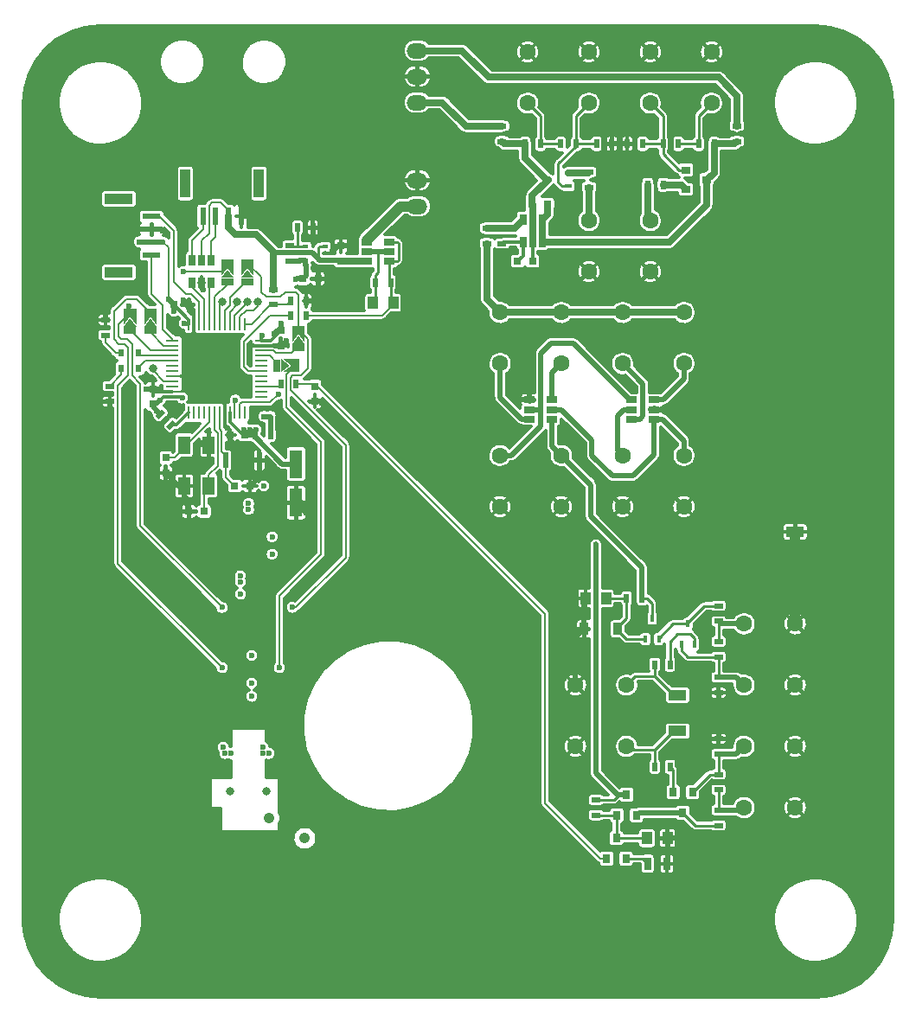
<source format=gtl>
G04 #@! TF.GenerationSoftware,KiCad,Pcbnew,(2017-12-21 revision 7586afd53)-makepkg*
G04 #@! TF.CreationDate,2018-10-14T14:18:47-07:00*
G04 #@! TF.ProjectId,fsorx,66736F72782E6B696361645F70636200,rev?*
G04 #@! TF.SameCoordinates,Original*
G04 #@! TF.FileFunction,Copper,L1,Top,Signal*
G04 #@! TF.FilePolarity,Positive*
%FSLAX46Y46*%
G04 Gerber Fmt 4.6, Leading zero omitted, Abs format (unit mm)*
G04 Created by KiCad (PCBNEW (2017-12-21 revision 7586afd53)-makepkg) date 10/14/18 14:18:47*
%MOMM*%
%LPD*%
G01*
G04 APERTURE LIST*
%ADD10R,0.750000X0.800000*%
%ADD11C,1.600000*%
%ADD12C,1.050000*%
%ADD13R,0.800000X0.750000*%
%ADD14R,1.300000X2.800000*%
%ADD15R,1.000000X1.250000*%
%ADD16R,1.060000X0.650000*%
%ADD17R,0.900000X1.200000*%
%ADD18R,0.600000X1.800000*%
%ADD19R,1.000000X2.800000*%
%ADD20R,2.800000X1.000000*%
%ADD21R,1.800000X0.600000*%
%ADD22R,0.500000X0.900000*%
%ADD23R,0.900000X0.500000*%
%ADD24R,0.900000X0.800000*%
%ADD25R,0.700000X0.450000*%
%ADD26R,0.800000X0.900000*%
%ADD27R,0.450000X0.700000*%
%ADD28C,0.500000*%
%ADD29C,0.100000*%
%ADD30R,0.700000X1.300000*%
%ADD31R,0.550000X1.500000*%
%ADD32R,1.800000X1.000000*%
%ADD33R,0.600000X0.400000*%
%ADD34R,0.650000X1.060000*%
%ADD35R,1.300000X0.250000*%
%ADD36R,0.250000X1.300000*%
%ADD37O,2.000000X1.500000*%
%ADD38R,1.200000X1.800000*%
%ADD39C,0.480000*%
%ADD40R,1.200000X0.800000*%
%ADD41R,0.800000X1.200000*%
%ADD42C,0.800000*%
%ADD43R,0.600000X0.800000*%
%ADD44C,0.600000*%
%ADD45C,0.500000*%
%ADD46C,0.300000*%
%ADD47C,1.000000*%
%ADD48C,0.700000*%
%ADD49C,0.200000*%
%ADD50C,0.250000*%
G04 APERTURE END LIST*
D10*
X93536467Y-73468265D03*
X93536467Y-71968265D03*
D11*
X129812802Y-53018363D03*
X129812802Y-58018363D03*
D12*
X90000000Y-130000000D03*
D10*
X76400000Y-92750000D03*
X76400000Y-94250000D03*
D13*
X80150000Y-98000000D03*
X78650000Y-98000000D03*
X91286467Y-75218265D03*
X89786467Y-75218265D03*
X78650000Y-77750000D03*
X77150000Y-77750000D03*
D10*
X87650000Y-81750000D03*
X87650000Y-80250000D03*
D14*
X89150000Y-97150000D03*
X89150000Y-93350000D03*
D13*
X82650000Y-90500000D03*
X84150000Y-90500000D03*
D10*
X75150000Y-87500000D03*
X75150000Y-86000000D03*
D13*
X83150000Y-95500000D03*
X84650000Y-95500000D03*
D10*
X91000000Y-85750000D03*
X91000000Y-87250000D03*
D11*
X111812802Y-53018363D03*
X111812802Y-58018363D03*
X123812802Y-53018363D03*
X123812802Y-58018363D03*
X117812802Y-53018363D03*
X117812802Y-58018363D03*
X123812802Y-69518363D03*
X123812802Y-74518363D03*
X117812802Y-69518363D03*
X117812802Y-74518363D03*
D13*
X112312802Y-73518363D03*
X110812802Y-73518363D03*
D11*
X127112802Y-83518363D03*
X127112802Y-78518363D03*
X115112802Y-83518363D03*
X115112802Y-78518363D03*
X121112802Y-97518363D03*
X121112802Y-92518363D03*
X109112802Y-92518363D03*
X109112802Y-97518363D03*
X115112802Y-97518363D03*
X115112802Y-92518363D03*
X127112802Y-92518363D03*
X127112802Y-97518363D03*
X121112802Y-78518363D03*
X121112802Y-83518363D03*
X109112802Y-83518363D03*
X109112802Y-78518363D03*
D15*
X119500000Y-106500000D03*
X117500000Y-106500000D03*
X125500000Y-130000000D03*
X123500000Y-130000000D03*
D11*
X133000000Y-127000000D03*
X138000000Y-127000000D03*
X133000000Y-109000000D03*
X138000000Y-109000000D03*
X138000000Y-121000000D03*
X133000000Y-121000000D03*
X138000000Y-115000000D03*
X133000000Y-115000000D03*
X121500000Y-121000000D03*
X116500000Y-121000000D03*
X116500000Y-115000000D03*
X121500000Y-115000000D03*
D16*
X122012802Y-87068363D03*
X122012802Y-88018363D03*
X122012802Y-88968363D03*
X124212802Y-88968363D03*
X124212802Y-87068363D03*
X124212802Y-88018363D03*
X112012802Y-88018363D03*
X112012802Y-88968363D03*
X112012802Y-87068363D03*
X114212802Y-87068363D03*
X114212802Y-88018363D03*
X114212802Y-88968363D03*
D17*
X120650000Y-109500000D03*
X117350000Y-109500000D03*
D18*
X83775000Y-69100000D03*
X82525000Y-69100000D03*
X81275000Y-69100000D03*
X80025000Y-69100000D03*
D19*
X78300000Y-65900000D03*
X85500000Y-65900000D03*
D20*
X71800000Y-67400000D03*
X71800000Y-74600000D03*
D21*
X75000000Y-72875000D03*
X75000000Y-71625000D03*
X75000000Y-70375000D03*
X75000000Y-69125000D03*
D22*
X85150000Y-90500000D03*
X86650000Y-90500000D03*
D23*
X132312802Y-61768363D03*
X132312802Y-60268363D03*
X109312802Y-60268363D03*
X109312802Y-61768363D03*
D16*
X98264306Y-73529909D03*
X98264306Y-72579909D03*
X98264306Y-71629909D03*
X96064306Y-71629909D03*
X96064306Y-73529909D03*
X96064306Y-72579909D03*
D24*
X129312802Y-65518363D03*
X127312802Y-66468363D03*
X127312802Y-64568363D03*
D25*
X113812802Y-65518363D03*
X115812802Y-64868363D03*
X115812802Y-66168363D03*
D26*
X120500000Y-130000000D03*
X121450000Y-132000000D03*
X119550000Y-132000000D03*
X120550000Y-127750000D03*
X122450000Y-127750000D03*
X121500000Y-125750000D03*
D27*
X123350000Y-110500000D03*
X124650000Y-110500000D03*
X124000000Y-108500000D03*
D26*
X127000000Y-127500000D03*
X126050000Y-125500000D03*
X127950000Y-125500000D03*
D27*
X127500000Y-109000000D03*
X128150000Y-111000000D03*
X126850000Y-111000000D03*
D22*
X88650000Y-77400000D03*
X90150000Y-77400000D03*
D23*
X86900000Y-77750000D03*
X86900000Y-76250000D03*
X88536467Y-71968265D03*
X88536467Y-73468265D03*
D22*
X89286467Y-70218265D03*
X90786467Y-70218265D03*
D28*
X75869670Y-88469670D03*
D29*
G36*
X76364645Y-88328249D02*
X75728249Y-88964645D01*
X75374695Y-88611091D01*
X76011091Y-87974695D01*
X76364645Y-88328249D01*
X76364645Y-88328249D01*
G37*
D28*
X76930330Y-89530330D03*
D29*
G36*
X77425305Y-89388909D02*
X76788909Y-90025305D01*
X76435355Y-89671751D01*
X77071751Y-89035355D01*
X77425305Y-89388909D01*
X77425305Y-89388909D01*
G37*
D22*
X98414306Y-75579909D03*
X96914306Y-75579909D03*
X90150000Y-78800000D03*
X88650000Y-78800000D03*
X87650000Y-85500000D03*
X89150000Y-85500000D03*
X128562802Y-62018363D03*
X130062802Y-62018363D03*
X111562802Y-62018363D03*
X113062802Y-62018363D03*
X125062802Y-62018363D03*
X126562802Y-62018363D03*
X115062802Y-62018363D03*
X116562802Y-62018363D03*
X121562802Y-62018363D03*
X123062802Y-62018363D03*
X125062802Y-66018363D03*
X123562802Y-66018363D03*
D23*
X117812802Y-64768363D03*
X117812802Y-66268363D03*
X109312802Y-70268363D03*
X109312802Y-71768363D03*
X107812802Y-71768363D03*
X107812802Y-70268363D03*
X118500000Y-127750000D03*
X118500000Y-126250000D03*
D22*
X123000000Y-106500000D03*
X121500000Y-106500000D03*
D30*
X125450000Y-132500000D03*
X123550000Y-132500000D03*
D23*
X130500000Y-127250000D03*
X130500000Y-128750000D03*
X130500000Y-107250000D03*
X130500000Y-108750000D03*
X130500000Y-125250000D03*
X130500000Y-123750000D03*
X130500000Y-112250000D03*
X130500000Y-110750000D03*
X130500000Y-120250000D03*
X130500000Y-121750000D03*
X130500000Y-115750000D03*
X130500000Y-114250000D03*
D22*
X125750000Y-123000000D03*
X124250000Y-123000000D03*
X124250000Y-113000000D03*
X125750000Y-113000000D03*
D31*
X85525000Y-93000000D03*
X82275000Y-93000000D03*
D32*
X126500000Y-119500000D03*
X126500000Y-116000000D03*
X138000000Y-100000000D03*
D33*
X91986467Y-73368265D03*
X91986467Y-72718265D03*
X91986467Y-72068265D03*
X90086467Y-72068265D03*
X90086467Y-73368265D03*
D34*
X79900000Y-73400000D03*
X78950000Y-73400000D03*
X80850000Y-73400000D03*
X80850000Y-75600000D03*
X79900000Y-75600000D03*
X78950000Y-75600000D03*
D35*
X77050000Y-86750000D03*
X77050000Y-86250000D03*
X77050000Y-85750000D03*
X77050000Y-85250000D03*
X77050000Y-84750000D03*
X77050000Y-84250000D03*
X77050000Y-83750000D03*
X77050000Y-83250000D03*
X77050000Y-82750000D03*
X77050000Y-82250000D03*
X77050000Y-81750000D03*
X77050000Y-81250000D03*
D36*
X78650000Y-79650000D03*
X79150000Y-79650000D03*
X79650000Y-79650000D03*
X80150000Y-79650000D03*
X80650000Y-79650000D03*
X81150000Y-79650000D03*
X81650000Y-79650000D03*
X82150000Y-79650000D03*
X82650000Y-79650000D03*
X83150000Y-79650000D03*
X83650000Y-79650000D03*
X84150000Y-79650000D03*
D35*
X85750000Y-81250000D03*
X85750000Y-81750000D03*
X85750000Y-82250000D03*
X85750000Y-82750000D03*
X85750000Y-83250000D03*
X85750000Y-83750000D03*
X85750000Y-84250000D03*
X85750000Y-84750000D03*
X85750000Y-85250000D03*
X85750000Y-85750000D03*
X85750000Y-86250000D03*
X85750000Y-86750000D03*
D36*
X84150000Y-88350000D03*
X83650000Y-88350000D03*
X83150000Y-88350000D03*
X82650000Y-88350000D03*
X82150000Y-88350000D03*
X81650000Y-88350000D03*
X81150000Y-88350000D03*
X80650000Y-88350000D03*
X80150000Y-88350000D03*
X79650000Y-88350000D03*
X79150000Y-88350000D03*
X78650000Y-88350000D03*
D37*
X101000000Y-68120000D03*
X101000000Y-65580000D03*
X101000000Y-57960000D03*
X101000000Y-55420000D03*
X101000000Y-52880000D03*
D34*
X111362802Y-69418363D03*
X113262802Y-69418363D03*
X113262802Y-71618363D03*
X112312802Y-71618363D03*
X111362802Y-71618363D03*
D38*
X78200000Y-91500000D03*
X78200000Y-95500000D03*
X80600000Y-95500000D03*
X80600000Y-91500000D03*
D39*
X84400000Y-73740000D03*
D29*
G36*
X84400001Y-74140000D02*
X84399999Y-74140000D01*
X83800001Y-73340000D01*
X84999999Y-73340000D01*
X84400001Y-74140000D01*
X84400001Y-74140000D01*
G37*
D39*
X84700000Y-74140000D03*
D29*
G36*
X85000000Y-74939999D02*
X84400000Y-74140001D01*
X84400000Y-74139999D01*
X85000000Y-73340001D01*
X85000000Y-74939999D01*
X85000000Y-74939999D01*
G37*
D39*
X84100000Y-74140000D03*
D29*
G36*
X84400000Y-74140001D02*
X83800000Y-74939999D01*
X83800000Y-73340001D01*
X84400000Y-74139999D01*
X84400000Y-74140001D01*
X84400000Y-74140001D01*
G37*
D39*
X84400000Y-74700000D03*
D29*
G36*
X84999999Y-75100000D02*
X83800001Y-75100000D01*
X84399999Y-74300000D01*
X84400001Y-74300000D01*
X84999999Y-75100000D01*
X84999999Y-75100000D01*
G37*
D40*
X84400000Y-75500000D03*
D39*
X82400000Y-73740000D03*
D29*
G36*
X82400001Y-74140000D02*
X82399999Y-74140000D01*
X81800001Y-73340000D01*
X82999999Y-73340000D01*
X82400001Y-74140000D01*
X82400001Y-74140000D01*
G37*
D39*
X82700000Y-74140000D03*
D29*
G36*
X83000000Y-74939999D02*
X82400000Y-74140001D01*
X82400000Y-74139999D01*
X83000000Y-73340001D01*
X83000000Y-74939999D01*
X83000000Y-74939999D01*
G37*
D39*
X82100000Y-74140000D03*
D29*
G36*
X82400000Y-74140001D02*
X81800000Y-74939999D01*
X81800000Y-73340001D01*
X82400000Y-74139999D01*
X82400000Y-74140001D01*
X82400000Y-74140001D01*
G37*
D39*
X82400000Y-74700000D03*
D29*
G36*
X82999999Y-75100000D02*
X81800001Y-75100000D01*
X82399999Y-74300000D01*
X82400001Y-74300000D01*
X82999999Y-75100000D01*
X82999999Y-75100000D01*
G37*
D40*
X82400000Y-75500000D03*
X74900000Y-80300000D03*
D39*
X74900000Y-79500000D03*
D29*
G36*
X75499999Y-79900000D02*
X74300001Y-79900000D01*
X74899999Y-79100000D01*
X74900001Y-79100000D01*
X75499999Y-79900000D01*
X75499999Y-79900000D01*
G37*
D39*
X74600000Y-78940000D03*
D29*
G36*
X74900000Y-78940001D02*
X74300000Y-79739999D01*
X74300000Y-78140001D01*
X74900000Y-78939999D01*
X74900000Y-78940001D01*
X74900000Y-78940001D01*
G37*
D39*
X75200000Y-78940000D03*
D29*
G36*
X75500000Y-79739999D02*
X74900000Y-78940001D01*
X74900000Y-78939999D01*
X75500000Y-78140001D01*
X75500000Y-79739999D01*
X75500000Y-79739999D01*
G37*
D39*
X74900000Y-78540000D03*
D29*
G36*
X74900001Y-78940000D02*
X74899999Y-78940000D01*
X74300001Y-78140000D01*
X75499999Y-78140000D01*
X74900001Y-78940000D01*
X74900001Y-78940000D01*
G37*
D40*
X72900000Y-80300000D03*
D39*
X72900000Y-79500000D03*
D29*
G36*
X73499999Y-79900000D02*
X72300001Y-79900000D01*
X72899999Y-79100000D01*
X72900001Y-79100000D01*
X73499999Y-79900000D01*
X73499999Y-79900000D01*
G37*
D39*
X72600000Y-78940000D03*
D29*
G36*
X72900000Y-78940001D02*
X72300000Y-79739999D01*
X72300000Y-78140001D01*
X72900000Y-78939999D01*
X72900000Y-78940001D01*
X72900000Y-78940001D01*
G37*
D39*
X73200000Y-78940000D03*
D29*
G36*
X73500000Y-79739999D02*
X72900000Y-78940001D01*
X72900000Y-78939999D01*
X73500000Y-78140001D01*
X73500000Y-79739999D01*
X73500000Y-79739999D01*
G37*
D39*
X72900000Y-78540000D03*
D29*
G36*
X72900001Y-78940000D02*
X72899999Y-78940000D01*
X72300001Y-78140000D01*
X73499999Y-78140000D01*
X72900001Y-78940000D01*
X72900001Y-78940000D01*
G37*
D39*
X89060000Y-83700000D03*
D29*
G36*
X88660000Y-83700001D02*
X88660000Y-83699999D01*
X89460000Y-83100001D01*
X89460000Y-84299999D01*
X88660000Y-83700001D01*
X88660000Y-83700001D01*
G37*
D39*
X88660000Y-84000000D03*
D29*
G36*
X87860001Y-84300000D02*
X88659999Y-83700000D01*
X88660001Y-83700000D01*
X89459999Y-84300000D01*
X87860001Y-84300000D01*
X87860001Y-84300000D01*
G37*
D39*
X88660000Y-83400000D03*
D29*
G36*
X88659999Y-83700000D02*
X87860001Y-83100000D01*
X89459999Y-83100000D01*
X88660001Y-83700000D01*
X88659999Y-83700000D01*
X88659999Y-83700000D01*
G37*
D39*
X88100000Y-83700000D03*
D29*
G36*
X87700000Y-84299999D02*
X87700000Y-83100001D01*
X88500000Y-83699999D01*
X88500000Y-83700001D01*
X87700000Y-84299999D01*
X87700000Y-84299999D01*
G37*
D41*
X87300000Y-83700000D03*
D40*
X89400000Y-82000000D03*
D39*
X89400000Y-81200000D03*
D29*
G36*
X89999999Y-81600000D02*
X88800001Y-81600000D01*
X89399999Y-80800000D01*
X89400001Y-80800000D01*
X89999999Y-81600000D01*
X89999999Y-81600000D01*
G37*
D39*
X89100000Y-80640000D03*
D29*
G36*
X89400000Y-80640001D02*
X88800000Y-81439999D01*
X88800000Y-79840001D01*
X89400000Y-80639999D01*
X89400000Y-80640001D01*
X89400000Y-80640001D01*
G37*
D39*
X89700000Y-80640000D03*
D29*
G36*
X90000000Y-81439999D02*
X89400000Y-80640001D01*
X89400000Y-80639999D01*
X90000000Y-79840001D01*
X90000000Y-81439999D01*
X90000000Y-81439999D01*
G37*
D39*
X89400000Y-80240000D03*
D29*
G36*
X89400001Y-80640000D02*
X89399999Y-80640000D01*
X88800001Y-79840000D01*
X89999999Y-79840000D01*
X89400001Y-80640000D01*
X89400001Y-80640000D01*
G37*
D22*
X120062802Y-62018363D03*
X118562802Y-62018363D03*
D42*
X86217424Y-125431944D03*
X82717424Y-125431944D03*
D15*
X96664306Y-77579909D03*
X98664306Y-77579909D03*
D42*
X81900000Y-77500000D03*
X85400000Y-77500000D03*
X84400000Y-77500000D03*
X83400000Y-77500000D03*
X75150000Y-84000000D03*
D43*
X73750000Y-82500000D03*
X72050000Y-82500000D03*
X72050000Y-84000000D03*
X73750000Y-84000000D03*
D23*
X70500000Y-79250000D03*
X70500000Y-80750000D03*
X70900000Y-85750000D03*
X70900000Y-87250000D03*
D12*
X86500000Y-128000000D03*
D13*
X112262802Y-67918363D03*
X113762802Y-67918363D03*
D44*
X118500000Y-101300000D03*
X118500000Y-101900000D03*
X82800000Y-121700000D03*
X85900000Y-121100000D03*
X86500000Y-121700000D03*
X85900000Y-121700000D03*
X82600000Y-123900000D03*
X86900000Y-118700000D03*
X86400000Y-119200000D03*
X87000000Y-119400000D03*
X82100000Y-118600000D03*
X82500000Y-119100000D03*
X81900000Y-119300000D03*
X85200000Y-90000000D03*
X84600000Y-90000000D03*
X84000000Y-90000000D03*
X125500000Y-131500000D03*
X125500000Y-130900000D03*
X126300000Y-130000000D03*
X84600000Y-129700000D03*
X84600000Y-130300000D03*
X82400000Y-118000000D03*
X82400000Y-116700000D03*
X86400000Y-114800000D03*
X86400000Y-116100000D03*
X86900000Y-116700000D03*
X86900000Y-118000000D03*
X82000000Y-103100000D03*
X81500000Y-103700000D03*
X82100000Y-106100000D03*
X82100000Y-104800000D03*
X85000000Y-108600000D03*
X85100000Y-106400000D03*
X85400000Y-104400000D03*
X84200000Y-101300000D03*
X84700000Y-100500000D03*
X90100000Y-98100000D03*
X90100000Y-97500000D03*
X88500000Y-100600000D03*
X88500000Y-99300000D03*
X90400000Y-93900000D03*
X91000000Y-93300000D03*
X82400000Y-89840000D03*
X84300000Y-86200000D03*
X84300000Y-85600000D03*
X93400000Y-85300000D03*
X93400000Y-86600000D03*
X85400000Y-88100000D03*
X86600000Y-87900000D03*
X90700000Y-77400000D03*
X91300000Y-75900000D03*
X91300000Y-74600000D03*
X90800000Y-71000000D03*
X94200000Y-72000000D03*
X92700000Y-72600000D03*
X84300000Y-67900000D03*
X84400000Y-68500000D03*
X84400000Y-69100000D03*
X83700000Y-67900000D03*
X79150000Y-80650000D03*
X84750000Y-81750000D03*
X87200000Y-81750000D03*
X88200000Y-81300000D03*
X86000000Y-88700000D03*
X86600000Y-88700000D03*
X78000000Y-86900000D03*
X75800000Y-87100000D03*
X75500000Y-88100000D03*
X76650000Y-77250000D03*
X77200000Y-78400000D03*
X78200000Y-79600000D03*
X85800000Y-80800000D03*
X87700000Y-79600000D03*
X87000000Y-80600000D03*
X89100000Y-75300000D03*
X89431735Y-73468265D03*
X90100000Y-74500000D03*
X90100000Y-73900000D03*
X78200000Y-85500000D03*
X91700000Y-87400000D03*
X83000000Y-91400000D03*
X79700000Y-91300000D03*
X82200000Y-87300000D03*
X84920000Y-93000000D03*
X78500000Y-97300000D03*
X78400000Y-96700000D03*
X76900000Y-94800000D03*
X77300000Y-95200000D03*
X70900000Y-87800000D03*
X75800000Y-86000000D03*
X74500000Y-86000000D03*
X70500000Y-78700000D03*
X78900000Y-78400000D03*
X78100000Y-77300000D03*
X80080000Y-76304554D03*
X73800000Y-70400000D03*
X76100000Y-70500000D03*
X121100000Y-62000000D03*
X120500000Y-62000000D03*
X125500000Y-88300000D03*
X125500000Y-87700000D03*
X112000000Y-86500000D03*
X111200000Y-87000000D03*
X125000000Y-88000000D03*
X76100000Y-71625000D03*
X73800000Y-71600000D03*
X86800000Y-102200000D03*
X86800000Y-100500000D03*
X84800000Y-114800000D03*
X84800000Y-116100000D03*
X84800000Y-112100000D03*
X82000000Y-121100000D03*
X82200000Y-121700000D03*
X86000000Y-95500000D03*
X84500000Y-97200000D03*
X84500000Y-97800000D03*
X83700000Y-106100000D03*
X83700000Y-104900000D03*
X83700000Y-104300000D03*
X118500000Y-102500000D03*
X83200000Y-87100000D03*
X88800000Y-107400000D03*
X81900000Y-107400000D03*
X72800000Y-77900000D03*
X78100000Y-74500000D03*
X87500000Y-113300000D03*
X81900000Y-113300000D03*
X87400000Y-86500000D03*
D45*
X84150000Y-90500000D02*
X84150000Y-90150000D01*
X84150000Y-90150000D02*
X84000000Y-90000000D01*
X85150000Y-90500000D02*
X85100000Y-90500000D01*
X85100000Y-90500000D02*
X84600000Y-90000000D01*
X85150000Y-90500000D02*
X85150000Y-90050000D01*
X85150000Y-90050000D02*
X85200000Y-90000000D01*
X125500000Y-131500000D02*
X125500000Y-132450000D01*
X125500000Y-132450000D02*
X125450000Y-132500000D01*
X125500000Y-130900000D02*
X125500000Y-131500000D01*
X125500000Y-130000000D02*
X125500000Y-130900000D01*
X125500000Y-130000000D02*
X126300000Y-130000000D01*
X89150000Y-97150000D02*
X90100000Y-98100000D01*
X89750000Y-97150000D02*
X90100000Y-97500000D01*
X89150000Y-97150000D02*
X89750000Y-97150000D01*
X89150000Y-97150000D02*
X89250000Y-97150000D01*
X90150000Y-77400000D02*
X90700000Y-77400000D01*
X91286467Y-75886467D02*
X91300000Y-75900000D01*
X91286467Y-75218265D02*
X91286467Y-75886467D01*
X91286467Y-74613533D02*
X91300000Y-74600000D01*
X91286467Y-75218265D02*
X91286467Y-74613533D01*
X90786467Y-70986467D02*
X90800000Y-71000000D01*
X90786467Y-70218265D02*
X90786467Y-70986467D01*
X94168265Y-71968265D02*
X94200000Y-72000000D01*
X93536467Y-71968265D02*
X94168265Y-71968265D01*
D46*
X92700000Y-72600000D02*
X92581735Y-72718265D01*
X92581735Y-72718265D02*
X91986467Y-72718265D01*
D45*
X92700000Y-72600000D02*
X93331735Y-71968265D01*
X93331735Y-71968265D02*
X93536467Y-71968265D01*
X83775000Y-68425000D02*
X84300000Y-67900000D01*
X83775000Y-69100000D02*
X83775000Y-68425000D01*
X83800000Y-69100000D02*
X84400000Y-68500000D01*
X83775000Y-69100000D02*
X83800000Y-69100000D01*
X83775000Y-69100000D02*
X84400000Y-69100000D01*
X83775000Y-67975000D02*
X83700000Y-67900000D01*
X83775000Y-69100000D02*
X83775000Y-67975000D01*
D46*
X79150000Y-79650000D02*
X79150000Y-80650000D01*
X85750000Y-81750000D02*
X84750000Y-81750000D01*
D45*
X87750000Y-81750000D02*
X88200000Y-81300000D01*
X87650000Y-81750000D02*
X87750000Y-81750000D01*
X86600000Y-88700000D02*
X86000000Y-88700000D01*
X86650000Y-88750000D02*
X86600000Y-88700000D01*
X86650000Y-90500000D02*
X86650000Y-88750000D01*
D46*
X77850000Y-86750000D02*
X78000000Y-86900000D01*
X77050000Y-86750000D02*
X77850000Y-86750000D01*
X77050000Y-86750000D02*
X76150000Y-86750000D01*
X76150000Y-86750000D02*
X75800000Y-87100000D01*
D45*
X75400000Y-87500000D02*
X75800000Y-87100000D01*
X75150000Y-87500000D02*
X75400000Y-87500000D01*
X75500000Y-88100000D02*
X75869670Y-88469670D01*
X75150000Y-87750000D02*
X75500000Y-88100000D01*
X75150000Y-87500000D02*
X75150000Y-87750000D01*
X77150000Y-77750000D02*
X76650000Y-77250000D01*
X77150000Y-78350000D02*
X77200000Y-78400000D01*
X77150000Y-77750000D02*
X77150000Y-78350000D01*
D46*
X78250000Y-79650000D02*
X78200000Y-79600000D01*
X78650000Y-79650000D02*
X78250000Y-79650000D01*
X85750000Y-80850000D02*
X85800000Y-80800000D01*
X85750000Y-81250000D02*
X85750000Y-80850000D01*
D45*
X87650000Y-79650000D02*
X87700000Y-79600000D01*
X87650000Y-80250000D02*
X87650000Y-79650000D01*
X87350000Y-80250000D02*
X87000000Y-80600000D01*
X87650000Y-80250000D02*
X87350000Y-80250000D01*
X89181735Y-75218265D02*
X89100000Y-75300000D01*
X89786467Y-75218265D02*
X89181735Y-75218265D01*
X90100000Y-74500000D02*
X90100000Y-74904732D01*
X90100000Y-74904732D02*
X89786467Y-75218265D01*
X90100000Y-73900000D02*
X90100000Y-74500000D01*
X90086467Y-73368265D02*
X90086467Y-73886467D01*
X90086467Y-73886467D02*
X90100000Y-73900000D01*
X88536467Y-73468265D02*
X89431735Y-73468265D01*
X89431735Y-73468265D02*
X89500000Y-73400000D01*
X90086467Y-73368265D02*
X89531735Y-73368265D01*
X89531735Y-73368265D02*
X89500000Y-73400000D01*
X91550000Y-87250000D02*
X91700000Y-87400000D01*
X91000000Y-87250000D02*
X91550000Y-87250000D01*
X82650000Y-90500000D02*
X82650000Y-91050000D01*
X82650000Y-91050000D02*
X83000000Y-91400000D01*
X79700000Y-91300000D02*
X80400000Y-91300000D01*
X80400000Y-91300000D02*
X80600000Y-91500000D01*
D46*
X82150000Y-87350000D02*
X82200000Y-87300000D01*
X82150000Y-88350000D02*
X82150000Y-87350000D01*
D47*
X138000000Y-100000000D02*
X138000000Y-109000000D01*
D45*
X85525000Y-93000000D02*
X85525000Y-94625000D01*
X85525000Y-94625000D02*
X84650000Y-95500000D01*
X84900000Y-93000000D02*
X85525000Y-93000000D01*
X82650000Y-90500000D02*
X82650000Y-90550000D01*
X82600000Y-90550000D02*
X82650000Y-90500000D01*
X78500000Y-97300000D02*
X78500000Y-97850000D01*
X78500000Y-97850000D02*
X78650000Y-98000000D01*
X78400000Y-97200000D02*
X78500000Y-97300000D01*
X78400000Y-96700000D02*
X78400000Y-97200000D01*
X78200000Y-96500000D02*
X78400000Y-96700000D01*
X78200000Y-95500000D02*
X78200000Y-96500000D01*
X76900000Y-94800000D02*
X76900000Y-94750000D01*
X76900000Y-94750000D02*
X76400000Y-94250000D01*
X77300000Y-95200000D02*
X76900000Y-94800000D01*
X77600000Y-95500000D02*
X77300000Y-95200000D01*
X78200000Y-95500000D02*
X77600000Y-95500000D01*
X70900000Y-87250000D02*
X70900000Y-87800000D01*
X75150000Y-86000000D02*
X75800000Y-86000000D01*
X75150000Y-86000000D02*
X74500000Y-86000000D01*
X70500000Y-79250000D02*
X70500000Y-78700000D01*
X78650000Y-78150000D02*
X78900000Y-78400000D01*
X78650000Y-77750000D02*
X78650000Y-78150000D01*
X78550000Y-77750000D02*
X78100000Y-77300000D01*
X78650000Y-77750000D02*
X78550000Y-77750000D01*
X79900000Y-76124554D02*
X80080000Y-76304554D01*
X79900000Y-75600000D02*
X79900000Y-76124554D01*
X73825000Y-70375000D02*
X73800000Y-70400000D01*
X75000000Y-70375000D02*
X73825000Y-70375000D01*
X75975000Y-70375000D02*
X76100000Y-70500000D01*
X75000000Y-70375000D02*
X75975000Y-70375000D01*
X121100000Y-62000000D02*
X121544439Y-62000000D01*
X121544439Y-62000000D02*
X121562802Y-62018363D01*
X120500000Y-62000000D02*
X121100000Y-62000000D01*
X120062802Y-62018363D02*
X120481637Y-62018363D01*
X120481637Y-62018363D02*
X120500000Y-62000000D01*
D48*
X93536467Y-73468265D02*
X96002662Y-73468265D01*
D45*
X96002662Y-73468265D02*
X96064306Y-73529909D01*
X87000000Y-72600000D02*
X87088266Y-72688266D01*
X86900000Y-72600000D02*
X87000000Y-72600000D01*
X87088266Y-72688266D02*
X90756468Y-72688266D01*
X90756468Y-72688266D02*
X90818202Y-72750000D01*
X90818202Y-72750000D02*
X91286467Y-73218265D01*
D48*
X85200000Y-70900000D02*
X86900000Y-72600000D01*
X86900000Y-72600000D02*
X86900000Y-76250000D01*
X83225000Y-70900000D02*
X85200000Y-70900000D01*
X82525000Y-69100000D02*
X82525000Y-70200000D01*
X82525000Y-70200000D02*
X83225000Y-70900000D01*
D49*
X81775000Y-67750000D02*
X82525000Y-68500000D01*
X80938998Y-67750000D02*
X81775000Y-67750000D01*
X80650000Y-68038998D02*
X80938998Y-67750000D01*
X80650000Y-70750000D02*
X80650000Y-68038998D01*
X79900000Y-73400000D02*
X79900000Y-71500000D01*
X79900000Y-71500000D02*
X80650000Y-70750000D01*
X82525000Y-68500000D02*
X82525000Y-69100000D01*
D45*
X91436467Y-73368265D02*
X91286467Y-73218265D01*
X91986467Y-73368265D02*
X91436467Y-73368265D01*
D50*
X91286467Y-73218265D02*
X91286467Y-72218265D01*
X91286467Y-72218265D02*
X91436467Y-72068265D01*
X91436467Y-72068265D02*
X91986467Y-72068265D01*
D45*
X91986467Y-73368265D02*
X93436467Y-73368265D01*
D50*
X93436467Y-73368265D02*
X93536467Y-73468265D01*
D45*
X125200000Y-88000000D02*
X125500000Y-88300000D01*
X125200000Y-88000000D02*
X125500000Y-87700000D01*
X125000000Y-88000000D02*
X125200000Y-88000000D01*
X112012802Y-86512802D02*
X112000000Y-86500000D01*
X112012802Y-87068363D02*
X112012802Y-86512802D01*
X111268363Y-87068363D02*
X111200000Y-87000000D01*
X112012802Y-87068363D02*
X111268363Y-87068363D01*
X124981637Y-88018363D02*
X125000000Y-88000000D01*
X124212802Y-88018363D02*
X124981637Y-88018363D01*
X116500000Y-115000000D02*
X116500000Y-110350000D01*
X116500000Y-110350000D02*
X117350000Y-109500000D01*
X130500000Y-119750000D02*
X130500000Y-117000000D01*
X130500000Y-117000000D02*
X130500000Y-115750000D01*
X130500000Y-117000000D02*
X136000000Y-117000000D01*
X136000000Y-117000000D02*
X138000000Y-115000000D01*
D49*
X77900000Y-84750000D02*
X78100000Y-84950000D01*
X77050000Y-84750000D02*
X77900000Y-84750000D01*
X78100000Y-84950000D02*
X78100000Y-86050000D01*
X78100000Y-86050000D02*
X77900000Y-86250000D01*
X77900000Y-86250000D02*
X77050000Y-86250000D01*
D46*
X85750000Y-81750000D02*
X87650000Y-81750000D01*
X82150000Y-89500000D02*
X82650000Y-90000000D01*
X82150000Y-88350000D02*
X82150000Y-89500000D01*
X82650000Y-90000000D02*
X82650000Y-90500000D01*
X79150000Y-79650000D02*
X79150000Y-78250000D01*
X79150000Y-78250000D02*
X78650000Y-77750000D01*
X77050000Y-86250000D02*
X75400000Y-86250000D01*
X75400000Y-86250000D02*
X75150000Y-86000000D01*
D45*
X117350000Y-109500000D02*
X117350000Y-106650000D01*
D50*
X117350000Y-106650000D02*
X117500000Y-106500000D01*
D45*
X130500000Y-120250000D02*
X130500000Y-119750000D01*
D49*
X77250000Y-92750000D02*
X76400000Y-92750000D01*
X78200000Y-91500000D02*
X78200000Y-91800000D01*
X78200000Y-91800000D02*
X77250000Y-92750000D01*
X80650000Y-88350000D02*
X80650000Y-89200000D01*
X80650000Y-89200000D02*
X78350000Y-91500000D01*
X78350000Y-91500000D02*
X78200000Y-91500000D01*
X80150000Y-98000000D02*
X80150000Y-95950000D01*
X80150000Y-95950000D02*
X80600000Y-95500000D01*
X80600000Y-94400000D02*
X81470001Y-93529999D01*
X80600000Y-95500000D02*
X80600000Y-94400000D01*
X81470001Y-93529999D02*
X81470001Y-90320001D01*
X81470001Y-90320001D02*
X81150000Y-90000000D01*
X81150000Y-90000000D02*
X81150000Y-88350000D01*
D45*
X75000000Y-71625000D02*
X76100000Y-71625000D01*
X73825000Y-71625000D02*
X73800000Y-71600000D01*
X75000000Y-71625000D02*
X73825000Y-71625000D01*
D49*
X76100000Y-71625000D02*
X76650000Y-72175000D01*
X76650000Y-72175000D02*
X76650000Y-77250000D01*
D46*
X85750000Y-81250000D02*
X86650000Y-81250000D01*
X86650000Y-81250000D02*
X87650000Y-80250000D01*
X78650000Y-79650000D02*
X78650000Y-79250000D01*
X78650000Y-79250000D02*
X77150000Y-77750000D01*
D49*
X75150000Y-87475000D02*
X75150000Y-87500000D01*
D46*
X82650000Y-89201002D02*
X83948998Y-90500000D01*
X82650000Y-88350000D02*
X82650000Y-89201002D01*
X83948998Y-90500000D02*
X84150000Y-90500000D01*
D45*
X85150000Y-90500000D02*
X85150000Y-90700000D01*
X85150000Y-90700000D02*
X87800000Y-93350000D01*
X87800000Y-93350000D02*
X88000000Y-93350000D01*
X88000000Y-93350000D02*
X89150000Y-93350000D01*
X84150000Y-90500000D02*
X85150000Y-90500000D01*
D49*
X118950000Y-132000000D02*
X113500000Y-126550000D01*
X119550000Y-132000000D02*
X118950000Y-132000000D01*
X113500000Y-126550000D02*
X113500000Y-108000000D01*
X113500000Y-108000000D02*
X91250000Y-85750000D01*
X91250000Y-85750000D02*
X91000000Y-85750000D01*
X89150000Y-85500000D02*
X90750000Y-85500000D01*
X90750000Y-85500000D02*
X91000000Y-85750000D01*
D48*
X123562802Y-66018363D02*
X123562802Y-69268363D01*
X123562802Y-69268363D02*
X123812802Y-69518363D01*
X117812802Y-69518363D02*
X117812802Y-68386993D01*
X117812802Y-68386993D02*
X117812802Y-66268363D01*
X112312802Y-71618363D02*
X112312802Y-67968363D01*
X112312802Y-67968363D02*
X112262802Y-67918363D01*
X113812802Y-65518363D02*
X112262802Y-67068363D01*
X112262802Y-67068363D02*
X112262802Y-67918363D01*
D46*
X112312802Y-71618363D02*
X112312802Y-73518363D01*
D48*
X111562802Y-62018363D02*
X109562802Y-62018363D01*
X109562802Y-62018363D02*
X109312802Y-61768363D01*
D50*
X113812802Y-65518363D02*
X113687802Y-65518363D01*
D48*
X113687802Y-65518363D02*
X111562802Y-63393363D01*
X111562802Y-63393363D02*
X111562802Y-62718363D01*
X111562802Y-62718363D02*
X111562802Y-62018363D01*
D46*
X111362802Y-71618363D02*
X109462802Y-71618363D01*
X109462802Y-71618363D02*
X109312802Y-71768363D01*
X111362802Y-71618363D02*
X111362802Y-72968363D01*
X111362802Y-72968363D02*
X110812802Y-73518363D01*
D45*
X127112802Y-85018363D02*
X125062802Y-87068363D01*
X125062802Y-87068363D02*
X124212802Y-87068363D01*
X127112802Y-83518363D02*
X127112802Y-85018363D01*
X118500000Y-123650000D02*
X120600000Y-125750000D01*
X118500000Y-101200000D02*
X118500000Y-123650000D01*
X120600000Y-125750000D02*
X121500000Y-125750000D01*
D50*
X120250000Y-126250000D02*
X120750000Y-125750000D01*
X118500000Y-126250000D02*
X120250000Y-126250000D01*
X120750000Y-125750000D02*
X121500000Y-125750000D01*
D45*
X121232802Y-88018363D02*
X120612802Y-88638363D01*
X122012802Y-88018363D02*
X121232802Y-88018363D01*
X120612802Y-88638363D02*
X120612802Y-92018363D01*
X120612802Y-92018363D02*
X121112802Y-92518363D01*
X118112802Y-91018363D02*
X115112802Y-88018363D01*
X124212802Y-88968363D02*
X124212802Y-92418363D01*
X118112802Y-92518363D02*
X118112802Y-91018363D01*
X120112802Y-94518363D02*
X118112802Y-92518363D01*
X122112802Y-94518363D02*
X120112802Y-94518363D01*
X124212802Y-92418363D02*
X122112802Y-94518363D01*
X115112802Y-88018363D02*
X114212802Y-88018363D01*
D50*
X114212802Y-88118363D02*
X114212802Y-88018363D01*
D45*
X124212802Y-88968363D02*
X124992802Y-88968363D01*
X124992802Y-88968363D02*
X127112802Y-91088363D01*
X127112802Y-91088363D02*
X127112802Y-91386993D01*
X127112802Y-91386993D02*
X127112802Y-92518363D01*
X123112802Y-88648363D02*
X123112802Y-85518363D01*
X123112802Y-85518363D02*
X121112802Y-83518363D01*
X122012802Y-88968363D02*
X122792802Y-88968363D01*
X122792802Y-88968363D02*
X123112802Y-88648363D01*
D50*
X123500000Y-130000000D02*
X120500000Y-130000000D01*
X118500000Y-127750000D02*
X120550000Y-127750000D01*
X120500000Y-130000000D02*
X120500000Y-127800000D01*
X120500000Y-127800000D02*
X120550000Y-127750000D01*
X122252003Y-121350000D02*
X121902003Y-121000000D01*
X121902003Y-121000000D02*
X121500000Y-121000000D01*
X124250000Y-121350000D02*
X122252003Y-121350000D01*
X124250000Y-123000000D02*
X124250000Y-121350000D01*
X124250000Y-121350000D02*
X126100000Y-119500000D01*
X126100000Y-119500000D02*
X126500000Y-119500000D01*
X124250000Y-114150000D02*
X122350000Y-114150000D01*
X122350000Y-114150000D02*
X121500000Y-115000000D01*
X124250000Y-113000000D02*
X124250000Y-114150000D01*
X124250000Y-114150000D02*
X126100000Y-116000000D01*
X126100000Y-116000000D02*
X126500000Y-116000000D01*
D49*
X80850000Y-71550000D02*
X81275000Y-71125000D01*
X81275000Y-71125000D02*
X81275000Y-69100000D01*
X80850000Y-73400000D02*
X80850000Y-71550000D01*
X78950000Y-71450000D02*
X80025000Y-70375000D01*
X80025000Y-70375000D02*
X80025000Y-69100000D01*
X78950000Y-73400000D02*
X78950000Y-71450000D01*
X77050000Y-81150000D02*
X76100000Y-80200000D01*
X77050000Y-81250000D02*
X77050000Y-81150000D01*
X76100000Y-80200000D02*
X76100000Y-77800000D01*
X76100000Y-77800000D02*
X75000000Y-76700000D01*
X75000000Y-76700000D02*
X75000000Y-72875000D01*
X77150000Y-70500000D02*
X75775000Y-69125000D01*
X77150000Y-75500000D02*
X77150000Y-70500000D01*
X78400000Y-76750000D02*
X77150000Y-75500000D01*
X78900000Y-76750000D02*
X78400000Y-76750000D01*
X79650000Y-79650000D02*
X79650000Y-77500000D01*
X79650000Y-77500000D02*
X78900000Y-76750000D01*
X75775000Y-69125000D02*
X75000000Y-69125000D01*
D48*
X130500000Y-55500000D02*
X132312802Y-57312802D01*
X132312802Y-57312802D02*
X132312802Y-60268363D01*
X108000000Y-55500000D02*
X130500000Y-55500000D01*
X105380000Y-52880000D02*
X108000000Y-55500000D01*
X101000000Y-52880000D02*
X105380000Y-52880000D01*
D47*
X96064306Y-71435694D02*
X99380000Y-68120000D01*
D45*
X96064306Y-71629909D02*
X96064306Y-71435694D01*
D47*
X99380000Y-68120000D02*
X99500000Y-68120000D01*
X99500000Y-68120000D02*
X101000000Y-68120000D01*
D49*
X84800000Y-79650000D02*
X86700000Y-77750000D01*
X84150000Y-79650000D02*
X84800000Y-79650000D01*
X86700000Y-77750000D02*
X86900000Y-77750000D01*
X86900000Y-77750000D02*
X88300000Y-77750000D01*
X88300000Y-77750000D02*
X88650000Y-77400000D01*
X83150000Y-87150000D02*
X83200000Y-87100000D01*
X83150000Y-88350000D02*
X83150000Y-87150000D01*
D45*
X118000000Y-98500000D02*
X118000000Y-95405561D01*
X118000000Y-95405561D02*
X115112802Y-92518363D01*
X123000000Y-103500000D02*
X118000000Y-98500000D01*
X123000000Y-106500000D02*
X123000000Y-103500000D01*
X130500000Y-127250000D02*
X132750000Y-127250000D01*
X132750000Y-127250000D02*
X133000000Y-127000000D01*
X133000000Y-109000000D02*
X130750000Y-109000000D01*
X130750000Y-109000000D02*
X130500000Y-108750000D01*
X130500000Y-121750000D02*
X132250000Y-121750000D01*
X132250000Y-121750000D02*
X133000000Y-121000000D01*
X130500000Y-114250000D02*
X132250000Y-114250000D01*
X132250000Y-114250000D02*
X133000000Y-115000000D01*
D49*
X88600000Y-86100000D02*
X88600000Y-84900000D01*
X94000000Y-91500000D02*
X88600000Y-86100000D01*
X94000000Y-102500000D02*
X94000000Y-91500000D01*
X89100000Y-107400000D02*
X94000000Y-102500000D01*
X88600000Y-84900000D02*
X88800000Y-84700000D01*
X88800000Y-107400000D02*
X89100000Y-107400000D01*
X88800000Y-84700000D02*
X89600000Y-84700000D01*
X89600000Y-84700000D02*
X90300000Y-84000000D01*
X90300000Y-84000000D02*
X90300000Y-81140000D01*
X90300000Y-81140000D02*
X89400000Y-80240000D01*
X88100000Y-76500000D02*
X89100000Y-76500000D01*
X87600000Y-77000000D02*
X88100000Y-76500000D01*
X85700000Y-76500000D02*
X86200000Y-77000000D01*
X86200000Y-77000000D02*
X87600000Y-77000000D01*
X84400000Y-73740000D02*
X85700000Y-75040000D01*
X85700000Y-75040000D02*
X85700000Y-76500000D01*
X89100000Y-76500000D02*
X89400000Y-76800000D01*
X89400000Y-76800000D02*
X89400000Y-80240000D01*
X73100000Y-81600000D02*
X73100000Y-84700000D01*
X73900000Y-85500000D02*
X73900000Y-99400000D01*
X72600000Y-81100000D02*
X73100000Y-81600000D01*
X72000000Y-81100000D02*
X72600000Y-81100000D01*
X71800000Y-80900000D02*
X72000000Y-81100000D01*
X72900000Y-78540000D02*
X71800000Y-79640000D01*
X71800000Y-79640000D02*
X71800000Y-80900000D01*
X73100000Y-84700000D02*
X73900000Y-85500000D01*
X73900000Y-99400000D02*
X81900000Y-107400000D01*
X72800000Y-77900000D02*
X72800000Y-78440000D01*
X72800000Y-78440000D02*
X72900000Y-78540000D01*
X81800000Y-74500000D02*
X78100000Y-74500000D01*
X82100000Y-74200000D02*
X81800000Y-74500000D01*
X82100000Y-74200000D02*
X82100000Y-74140000D01*
X88200000Y-84560000D02*
X88200000Y-87800000D01*
X89060000Y-83700000D02*
X88200000Y-84560000D01*
X88200000Y-87800000D02*
X91600000Y-91200000D01*
X91600000Y-91200000D02*
X91600000Y-102200000D01*
X91600000Y-102200000D02*
X87500000Y-106300000D01*
X87500000Y-106300000D02*
X87500000Y-113300000D01*
X71800000Y-81600000D02*
X72336002Y-81600000D01*
X71300000Y-81100000D02*
X71800000Y-81600000D01*
X71300000Y-78400000D02*
X71300000Y-81100000D01*
X72500000Y-77200000D02*
X71300000Y-78400000D01*
X73560000Y-77200000D02*
X72500000Y-77200000D01*
X71700000Y-85700000D02*
X71700000Y-103100000D01*
X74900000Y-78540000D02*
X73560000Y-77200000D01*
X72336002Y-81600000D02*
X72700000Y-81963998D01*
X72700000Y-81963998D02*
X72700000Y-84700000D01*
X72700000Y-84700000D02*
X71700000Y-85700000D01*
X71700000Y-103100000D02*
X81900000Y-113300000D01*
X85750000Y-82750000D02*
X86600000Y-82750000D01*
X86600000Y-82750000D02*
X87300000Y-83450000D01*
X87300000Y-83450000D02*
X87300000Y-83700000D01*
D48*
X105768363Y-60268363D02*
X103460000Y-57960000D01*
X103460000Y-57960000D02*
X101000000Y-57960000D01*
X109312802Y-60268363D02*
X105768363Y-60268363D01*
D45*
X127000000Y-127500000D02*
X122700000Y-127500000D01*
X122700000Y-127500000D02*
X122450000Y-127750000D01*
D49*
X88650000Y-78800000D02*
X86600000Y-78800000D01*
X84450000Y-84250000D02*
X84900000Y-84250000D01*
X86600000Y-78800000D02*
X84000000Y-81400000D01*
X84000000Y-83800000D02*
X84450000Y-84250000D01*
X84000000Y-81400000D02*
X84000000Y-83800000D01*
X84900000Y-84250000D02*
X85750000Y-84250000D01*
X90150000Y-78800000D02*
X97569215Y-78800000D01*
X97569215Y-78800000D02*
X98664306Y-77704909D01*
X98664306Y-77704909D02*
X98664306Y-77579909D01*
X81650000Y-89930000D02*
X81870000Y-90150000D01*
X81650000Y-88350000D02*
X81650000Y-89930000D01*
X81870000Y-90150000D02*
X81870000Y-92150000D01*
X81870000Y-92150000D02*
X82275000Y-92555000D01*
X82275000Y-92555000D02*
X82275000Y-93000000D01*
X86600000Y-87300000D02*
X87400000Y-86500000D01*
X83850000Y-87300000D02*
X86600000Y-87300000D01*
X83650000Y-88350000D02*
X83650000Y-87500000D01*
X83650000Y-87500000D02*
X83850000Y-87300000D01*
D48*
X107812802Y-71768363D02*
X107812802Y-77218363D01*
X107812802Y-77218363D02*
X109112802Y-78518363D01*
D45*
X109112802Y-84649733D02*
X109112802Y-83518363D01*
X109112802Y-86848363D02*
X109112802Y-84649733D01*
X112012802Y-88968363D02*
X111232802Y-88968363D01*
X111232802Y-88968363D02*
X109112802Y-86848363D01*
D49*
X72050000Y-82500000D02*
X71550000Y-82500000D01*
X71550000Y-82500000D02*
X70500000Y-81450000D01*
X70500000Y-81450000D02*
X70500000Y-81200000D01*
X70500000Y-81200000D02*
X70500000Y-80750000D01*
D48*
X113762802Y-67918363D02*
X113762802Y-68918363D01*
X113762802Y-68918363D02*
X113262802Y-69418363D01*
X125712802Y-71618363D02*
X113262802Y-71618363D01*
X129312802Y-68018363D02*
X125712802Y-71618363D01*
X129312802Y-65518363D02*
X129312802Y-68018363D01*
X113262802Y-69418363D02*
X113262802Y-71618363D01*
X130062802Y-62018363D02*
X132062802Y-62018363D01*
X132062802Y-62018363D02*
X132312802Y-61768363D01*
X130062802Y-62018363D02*
X130062802Y-64818363D01*
X130062802Y-64818363D02*
X129362802Y-65518363D01*
D50*
X129362802Y-65518363D02*
X129312802Y-65518363D01*
D48*
X125062802Y-66018363D02*
X126862802Y-66018363D01*
X126862802Y-66018363D02*
X127312802Y-66468363D01*
X115812802Y-64868363D02*
X117712802Y-64868363D01*
D50*
X117712802Y-64868363D02*
X117812802Y-64768363D01*
X127500000Y-109000000D02*
X126025000Y-109000000D01*
X126025000Y-109000000D02*
X124650000Y-110375000D01*
X124650000Y-110375000D02*
X124650000Y-110500000D01*
X130500000Y-107250000D02*
X129125000Y-107250000D01*
X129125000Y-107250000D02*
X127500000Y-108875000D01*
X127500000Y-108875000D02*
X127500000Y-109000000D01*
X128150000Y-110400000D02*
X127750000Y-110000000D01*
X128150000Y-111000000D02*
X128150000Y-110400000D01*
X127750000Y-110000000D02*
X126500000Y-110000000D01*
X126500000Y-110000000D02*
X125750000Y-110750000D01*
X125750000Y-110750000D02*
X125750000Y-112300000D01*
X125750000Y-112300000D02*
X125750000Y-113000000D01*
X90086467Y-72068265D02*
X89286467Y-72068265D01*
X89286467Y-72068265D02*
X88636467Y-72068265D01*
X89286467Y-72068265D02*
X89286467Y-70218265D01*
X88636467Y-72068265D02*
X88536467Y-71968265D01*
D49*
X80650000Y-79650000D02*
X80650000Y-75800000D01*
X80650000Y-75800000D02*
X80850000Y-75600000D01*
X80150000Y-77250000D02*
X78950000Y-76050000D01*
X78950000Y-76050000D02*
X78950000Y-75600000D01*
X80150000Y-79650000D02*
X80150000Y-77250000D01*
D45*
X115112802Y-83518363D02*
X114212802Y-84418363D01*
X114212802Y-84418363D02*
X114212802Y-87068363D01*
D50*
X124000000Y-108500000D02*
X124000000Y-107000000D01*
X124000000Y-107000000D02*
X123500000Y-106500000D01*
X123500000Y-106500000D02*
X123000000Y-106500000D01*
D45*
X114212802Y-88968363D02*
X114212802Y-91618363D01*
X114212802Y-91618363D02*
X115112802Y-92518363D01*
D50*
X121500000Y-106500000D02*
X119500000Y-106500000D01*
X121500000Y-106500000D02*
X121500000Y-108500000D01*
X121500000Y-108500000D02*
X120650000Y-109350000D01*
X120650000Y-109350000D02*
X120650000Y-109500000D01*
X123350000Y-110500000D02*
X121500000Y-110500000D01*
X121500000Y-110500000D02*
X120650000Y-109650000D01*
X120650000Y-109650000D02*
X120650000Y-109500000D01*
X130500000Y-127250000D02*
X130500000Y-125250000D01*
X130500000Y-110750000D02*
X130500000Y-108750000D01*
X130500000Y-123750000D02*
X129650000Y-123750000D01*
X129650000Y-123750000D02*
X127950000Y-125450000D01*
X127950000Y-125450000D02*
X127950000Y-125500000D01*
X130500000Y-123750000D02*
X130500000Y-121750000D01*
X126850000Y-111000000D02*
X126850000Y-111600000D01*
X126850000Y-111600000D02*
X127500000Y-112250000D01*
X127500000Y-112250000D02*
X129800000Y-112250000D01*
X129800000Y-112250000D02*
X130500000Y-112250000D01*
X130500000Y-114250000D02*
X130500000Y-112250000D01*
D49*
X82150000Y-78350000D02*
X82650000Y-77850000D01*
X82150000Y-79650000D02*
X82150000Y-78350000D01*
X82650000Y-77850000D02*
X82650000Y-77050000D01*
X82650000Y-77050000D02*
X84200000Y-75500000D01*
X84200000Y-75500000D02*
X84400000Y-75500000D01*
X81150000Y-77000000D02*
X82400000Y-75750000D01*
X81150000Y-79650000D02*
X81150000Y-77000000D01*
X82400000Y-75750000D02*
X82400000Y-75500000D01*
X77050000Y-81750000D02*
X76200000Y-81750000D01*
X76200000Y-81750000D02*
X74900000Y-80450000D01*
X74900000Y-80450000D02*
X74900000Y-80300000D01*
X74900000Y-82250000D02*
X72950000Y-80300000D01*
X77050000Y-82250000D02*
X74900000Y-82250000D01*
X72950000Y-80300000D02*
X72900000Y-80300000D01*
X86900000Y-82250000D02*
X87150000Y-82500000D01*
X85750000Y-82250000D02*
X86900000Y-82250000D01*
X87150000Y-82500000D02*
X88700000Y-82500000D01*
X88700000Y-82500000D02*
X89200000Y-82000000D01*
X89200000Y-82000000D02*
X89400000Y-82000000D01*
D50*
X121450000Y-132000000D02*
X123050000Y-132000000D01*
X123050000Y-132000000D02*
X123550000Y-132500000D01*
X130500000Y-128750000D02*
X128200000Y-128750000D01*
X128200000Y-128750000D02*
X127000000Y-127550000D01*
X127000000Y-127550000D02*
X127000000Y-127500000D01*
X126050000Y-125500000D02*
X126050000Y-123300000D01*
X126050000Y-123300000D02*
X125750000Y-123000000D01*
D46*
X76930330Y-89530330D02*
X77469670Y-89530330D01*
X77469670Y-89530330D02*
X78650000Y-88350000D01*
D48*
X107812802Y-70268363D02*
X109312802Y-70268363D01*
X109312802Y-70268363D02*
X110512802Y-70268363D01*
X110512802Y-70268363D02*
X111362802Y-69418363D01*
D49*
X81650000Y-79650000D02*
X81650000Y-77750000D01*
X81650000Y-77750000D02*
X81900000Y-77500000D01*
X83650000Y-78950000D02*
X84300000Y-78300000D01*
X83650000Y-79650000D02*
X83650000Y-78950000D01*
X84300000Y-78300000D02*
X85000000Y-78300000D01*
X85000000Y-78300000D02*
X85400000Y-77900000D01*
X85400000Y-77900000D02*
X85400000Y-77500000D01*
X83150000Y-78850000D02*
X84400000Y-77600000D01*
X83150000Y-79650000D02*
X83150000Y-78850000D01*
X84400000Y-77600000D02*
X84400000Y-77500000D01*
X82650000Y-78500000D02*
X83400000Y-77750000D01*
X82650000Y-79650000D02*
X82650000Y-78500000D01*
X83400000Y-77750000D02*
X83400000Y-77500000D01*
X77050000Y-85250000D02*
X76200000Y-85250000D01*
X76200000Y-85250000D02*
X75150000Y-84200000D01*
X75150000Y-84200000D02*
X75150000Y-84000000D01*
D45*
X97164306Y-72579909D02*
X98264306Y-72579909D01*
X96064306Y-72579909D02*
X97164306Y-72579909D01*
D50*
X96914306Y-75579909D02*
X96914306Y-74879909D01*
X96914306Y-74879909D02*
X97164306Y-74629909D01*
X97164306Y-74629909D02*
X97164306Y-72579909D01*
X96914306Y-75579909D02*
X96914306Y-77329909D01*
X96914306Y-77329909D02*
X96664306Y-77579909D01*
D49*
X98414306Y-77829909D02*
X98664306Y-77579909D01*
D50*
X99044306Y-73529909D02*
X99164306Y-73409909D01*
X98264306Y-73529909D02*
X99044306Y-73529909D01*
X99164306Y-73409909D02*
X99164306Y-71749909D01*
X99164306Y-71749909D02*
X99044306Y-71629909D01*
X99044306Y-71629909D02*
X98264306Y-71629909D01*
X98414306Y-75579909D02*
X98414306Y-77329909D01*
X98414306Y-77329909D02*
X98664306Y-77579909D01*
X98264306Y-73529909D02*
X98264306Y-75429909D01*
X98264306Y-75429909D02*
X98414306Y-75579909D01*
D49*
X82275000Y-93000000D02*
X82275000Y-94650000D01*
X82275000Y-94650000D02*
X83125000Y-95500000D01*
X83125000Y-95500000D02*
X83150000Y-95500000D01*
D50*
X129812802Y-58018363D02*
X128562802Y-59268363D01*
X128562802Y-59268363D02*
X128562802Y-62018363D01*
X128562802Y-62018363D02*
X126562802Y-62018363D01*
X113062802Y-62018363D02*
X113062802Y-59268363D01*
X113062802Y-59268363D02*
X111812802Y-58018363D01*
X115062802Y-62018363D02*
X113062802Y-62018363D01*
X123812802Y-58018363D02*
X125062802Y-59268363D01*
X125062802Y-59268363D02*
X125062802Y-62018363D01*
X127312802Y-64568363D02*
X126612802Y-64568363D01*
X126612802Y-64568363D02*
X125062802Y-63018363D01*
X125062802Y-63018363D02*
X125062802Y-62718363D01*
X125062802Y-62718363D02*
X125062802Y-62018363D01*
X125062802Y-62018363D02*
X123062802Y-62018363D01*
X116562802Y-62018363D02*
X116562802Y-59268363D01*
X116562802Y-59268363D02*
X117812802Y-58018363D01*
X115212802Y-66168363D02*
X114812802Y-65768363D01*
X115812802Y-66168363D02*
X115212802Y-66168363D01*
X114812802Y-65768363D02*
X114812802Y-63968363D01*
X114812802Y-63968363D02*
X116562802Y-62218363D01*
X116562802Y-62218363D02*
X116562802Y-62018363D01*
X118562802Y-62018363D02*
X116562802Y-62018363D01*
D48*
X115112802Y-78518363D02*
X113981432Y-78518363D01*
X113981432Y-78518363D02*
X109112802Y-78518363D01*
X121112802Y-78518363D02*
X119981432Y-78518363D01*
X119981432Y-78518363D02*
X115112802Y-78518363D01*
X127112802Y-78518363D02*
X121112802Y-78518363D01*
D45*
X121807802Y-87068363D02*
X116257802Y-81518363D01*
D50*
X122012802Y-87068363D02*
X121807802Y-87068363D01*
D45*
X116257802Y-81518363D02*
X114112802Y-81518363D01*
X114112802Y-81518363D02*
X113112802Y-82518363D01*
X113112802Y-82518363D02*
X113112802Y-88018363D01*
X113112802Y-88018363D02*
X113112802Y-88338363D01*
X112012802Y-88018363D02*
X113112802Y-88018363D01*
X113112802Y-88338363D02*
X113112802Y-89649733D01*
X113112802Y-89649733D02*
X110244172Y-92518363D01*
X110244172Y-92518363D02*
X109112802Y-92518363D01*
D49*
X85750000Y-85750000D02*
X87400000Y-85750000D01*
X87400000Y-85750000D02*
X87650000Y-85500000D01*
X77050000Y-82750000D02*
X74000000Y-82750000D01*
X74000000Y-82750000D02*
X73750000Y-82500000D01*
X72050000Y-84000000D02*
X72050000Y-84600000D01*
X72050000Y-84600000D02*
X70900000Y-85750000D01*
X77050000Y-83250000D02*
X74400000Y-83250000D01*
X74400000Y-83250000D02*
X73750000Y-83900000D01*
X73750000Y-83900000D02*
X73750000Y-84000000D01*
D46*
G36*
X141466048Y-50595905D02*
X142876263Y-51021675D01*
X144176910Y-51713241D01*
X145318467Y-52644271D01*
X146257445Y-53779301D01*
X146958078Y-55075095D01*
X147393679Y-56482294D01*
X147549888Y-57968521D01*
X147550000Y-58000712D01*
X147550000Y-137977994D01*
X147404095Y-139466048D01*
X146978326Y-140876262D01*
X146286759Y-142176910D01*
X145355729Y-143318467D01*
X144220698Y-144257446D01*
X142924905Y-144958078D01*
X141517706Y-145393679D01*
X140031479Y-145549888D01*
X139999288Y-145550000D01*
X70022006Y-145550000D01*
X68533952Y-145404095D01*
X67123738Y-144978326D01*
X65823090Y-144286759D01*
X64681533Y-143355729D01*
X63742554Y-142220698D01*
X63041922Y-140924905D01*
X62606321Y-139517706D01*
X62483479Y-138348943D01*
X65844545Y-138348943D01*
X65991462Y-139149430D01*
X66291063Y-139906135D01*
X66731936Y-140590236D01*
X67297288Y-141175676D01*
X67965586Y-141640155D01*
X68711374Y-141965982D01*
X69506246Y-142140746D01*
X70319924Y-142157790D01*
X71121417Y-142016465D01*
X71880195Y-141722154D01*
X72567358Y-141286068D01*
X73156730Y-140724816D01*
X73625863Y-140059777D01*
X73956889Y-139316282D01*
X74137198Y-138522650D01*
X74139623Y-138348943D01*
X135844545Y-138348943D01*
X135991462Y-139149430D01*
X136291063Y-139906135D01*
X136731936Y-140590236D01*
X137297288Y-141175676D01*
X137965586Y-141640155D01*
X138711374Y-141965982D01*
X139506246Y-142140746D01*
X140319924Y-142157790D01*
X141121417Y-142016465D01*
X141880195Y-141722154D01*
X142567358Y-141286068D01*
X143156730Y-140724816D01*
X143625863Y-140059777D01*
X143956889Y-139316282D01*
X144137198Y-138522650D01*
X144150178Y-137593072D01*
X143992099Y-136794714D01*
X143681962Y-136042266D01*
X143231581Y-135364387D01*
X142658109Y-134786898D01*
X141983391Y-134331795D01*
X141233126Y-134016413D01*
X140435892Y-133852764D01*
X139622055Y-133847082D01*
X138822614Y-133999584D01*
X138068018Y-134304460D01*
X137387012Y-134750098D01*
X136805533Y-135319524D01*
X136345731Y-135991049D01*
X136025119Y-136739093D01*
X135855908Y-137535166D01*
X135844545Y-138348943D01*
X74139623Y-138348943D01*
X74150178Y-137593072D01*
X73992099Y-136794714D01*
X73681962Y-136042266D01*
X73231581Y-135364387D01*
X72658109Y-134786898D01*
X71983391Y-134331795D01*
X71233126Y-134016413D01*
X70435892Y-133852764D01*
X69622055Y-133847082D01*
X68822614Y-133999584D01*
X68068018Y-134304460D01*
X67387012Y-134750098D01*
X66805533Y-135319524D01*
X66345731Y-135991049D01*
X66025119Y-136739093D01*
X65855908Y-137535166D01*
X65844545Y-138348943D01*
X62483479Y-138348943D01*
X62450112Y-138031479D01*
X62450000Y-137999288D01*
X62450000Y-130098797D01*
X88823456Y-130098797D01*
X88865053Y-130325441D01*
X88949879Y-130539689D01*
X89074705Y-130733380D01*
X89234775Y-130899137D01*
X89423991Y-131030646D01*
X89635148Y-131122898D01*
X89860202Y-131172379D01*
X90090581Y-131177205D01*
X90317510Y-131137192D01*
X90532344Y-131053863D01*
X90726902Y-130930392D01*
X90893773Y-130771484D01*
X91026600Y-130583190D01*
X91120324Y-130372682D01*
X91171375Y-130147979D01*
X91175050Y-129884785D01*
X91130293Y-129658744D01*
X91042483Y-129445702D01*
X90914965Y-129253772D01*
X90752597Y-129090267D01*
X90561562Y-128961412D01*
X90349138Y-128872117D01*
X90123415Y-128825783D01*
X89892991Y-128824174D01*
X89666644Y-128867352D01*
X89452993Y-128953673D01*
X89260178Y-129079847D01*
X89095543Y-129241070D01*
X88965358Y-129431201D01*
X88874582Y-129642996D01*
X88826673Y-129868390D01*
X88823456Y-130098797D01*
X62450000Y-130098797D01*
X62450000Y-124200000D01*
X80750000Y-124200000D01*
X80750000Y-126900000D01*
X80761418Y-126957403D01*
X80793934Y-127006066D01*
X80842597Y-127038582D01*
X80900000Y-127050000D01*
X81750000Y-127050000D01*
X81750000Y-129200000D01*
X81761418Y-129257403D01*
X81793934Y-129306066D01*
X81842597Y-129338582D01*
X81900000Y-129350000D01*
X87400000Y-129350000D01*
X87457403Y-129338582D01*
X87506066Y-129306066D01*
X87538582Y-129257403D01*
X87550000Y-129200000D01*
X87550000Y-128530633D01*
X87620324Y-128372682D01*
X87671375Y-128147979D01*
X87675050Y-127884785D01*
X87630293Y-127658744D01*
X87550000Y-127463940D01*
X87550000Y-124200000D01*
X87538582Y-124142597D01*
X87506066Y-124093934D01*
X87457403Y-124061418D01*
X87400000Y-124050000D01*
X86250000Y-124050000D01*
X86250000Y-122354700D01*
X86282641Y-122368961D01*
X86416716Y-122398439D01*
X86553963Y-122401314D01*
X86689155Y-122377476D01*
X86817141Y-122327833D01*
X86933048Y-122254277D01*
X87032460Y-122159608D01*
X87111591Y-122047432D01*
X87167427Y-121922023D01*
X87197841Y-121788158D01*
X87200030Y-121631361D01*
X87173366Y-121496699D01*
X87121054Y-121369780D01*
X87045086Y-121255439D01*
X86948356Y-121158031D01*
X86834548Y-121081267D01*
X86707997Y-121028070D01*
X86594776Y-121004829D01*
X86573366Y-120896699D01*
X86521054Y-120769780D01*
X86445086Y-120655439D01*
X86348356Y-120558031D01*
X86250000Y-120491689D01*
X86250000Y-119706295D01*
X89788959Y-119706295D01*
X90086332Y-121326557D01*
X90692753Y-122858201D01*
X91585123Y-124242887D01*
X92729451Y-125427874D01*
X94082150Y-126368024D01*
X95591698Y-127027529D01*
X97200594Y-127381268D01*
X98847558Y-127415767D01*
X100469856Y-127129712D01*
X102005697Y-126533999D01*
X103396579Y-125651318D01*
X104589526Y-124515291D01*
X105539097Y-123169187D01*
X106209125Y-121664281D01*
X106574087Y-120057893D01*
X106600360Y-118176337D01*
X106280393Y-116560385D01*
X105652646Y-115037358D01*
X104741031Y-113665266D01*
X103580269Y-112496372D01*
X102214575Y-111575200D01*
X100695966Y-110936835D01*
X99082288Y-110605595D01*
X97435003Y-110594094D01*
X95816856Y-110902772D01*
X94289483Y-111519871D01*
X92911060Y-112421886D01*
X91734092Y-113574459D01*
X90803407Y-114933689D01*
X90154457Y-116447803D01*
X89811959Y-118059130D01*
X89788959Y-119706295D01*
X86250000Y-119706295D01*
X86250000Y-119400000D01*
X86238582Y-119342597D01*
X86206066Y-119293934D01*
X86157403Y-119261418D01*
X86100000Y-119250000D01*
X82900000Y-119250000D01*
X82842597Y-119261418D01*
X82793934Y-119293934D01*
X82761418Y-119342597D01*
X82750000Y-119400000D01*
X82750000Y-120999604D01*
X82736250Y-120999508D01*
X82695271Y-121007325D01*
X82673366Y-120896699D01*
X82621054Y-120769780D01*
X82545086Y-120655439D01*
X82448356Y-120558031D01*
X82334548Y-120481267D01*
X82207997Y-120428070D01*
X82073524Y-120400466D01*
X81936250Y-120399508D01*
X81801405Y-120425231D01*
X81674124Y-120476656D01*
X81559255Y-120551824D01*
X81461174Y-120647872D01*
X81383617Y-120761141D01*
X81329538Y-120887317D01*
X81300997Y-121021594D01*
X81299080Y-121158858D01*
X81323861Y-121293880D01*
X81374396Y-121421517D01*
X81448760Y-121536907D01*
X81506327Y-121596519D01*
X81500997Y-121621594D01*
X81499080Y-121758858D01*
X81523861Y-121893880D01*
X81574396Y-122021517D01*
X81648760Y-122136907D01*
X81744121Y-122235656D01*
X81856846Y-122314002D01*
X81982641Y-122368961D01*
X82116716Y-122398439D01*
X82253963Y-122401314D01*
X82389155Y-122377476D01*
X82501971Y-122333717D01*
X82582641Y-122368961D01*
X82716716Y-122398439D01*
X82750000Y-122399136D01*
X82750000Y-124050000D01*
X80900000Y-124050000D01*
X80842597Y-124061418D01*
X80793934Y-124093934D01*
X80761418Y-124142597D01*
X80750000Y-124200000D01*
X62450000Y-124200000D01*
X62450000Y-114858858D01*
X84099080Y-114858858D01*
X84123861Y-114993880D01*
X84174396Y-115121517D01*
X84248760Y-115236907D01*
X84344121Y-115335656D01*
X84456846Y-115414002D01*
X84539654Y-115450180D01*
X84474124Y-115476656D01*
X84359255Y-115551824D01*
X84261174Y-115647872D01*
X84183617Y-115761141D01*
X84129538Y-115887317D01*
X84100997Y-116021594D01*
X84099080Y-116158858D01*
X84123861Y-116293880D01*
X84174396Y-116421517D01*
X84248760Y-116536907D01*
X84344121Y-116635656D01*
X84456846Y-116714002D01*
X84582641Y-116768961D01*
X84716716Y-116798439D01*
X84853963Y-116801314D01*
X84989155Y-116777476D01*
X85117141Y-116727833D01*
X85233048Y-116654277D01*
X85332460Y-116559608D01*
X85411591Y-116447432D01*
X85467427Y-116322023D01*
X85497841Y-116188158D01*
X85500030Y-116031361D01*
X85473366Y-115896699D01*
X85421054Y-115769780D01*
X85345086Y-115655439D01*
X85248356Y-115558031D01*
X85134548Y-115481267D01*
X85060083Y-115449965D01*
X85117141Y-115427833D01*
X85233048Y-115354277D01*
X85332460Y-115259608D01*
X85411591Y-115147432D01*
X85467427Y-115022023D01*
X85497841Y-114888158D01*
X85500030Y-114731361D01*
X85473366Y-114596699D01*
X85421054Y-114469780D01*
X85345086Y-114355439D01*
X85248356Y-114258031D01*
X85134548Y-114181267D01*
X85007997Y-114128070D01*
X84873524Y-114100466D01*
X84736250Y-114099508D01*
X84601405Y-114125231D01*
X84474124Y-114176656D01*
X84359255Y-114251824D01*
X84261174Y-114347872D01*
X84183617Y-114461141D01*
X84129538Y-114587317D01*
X84100997Y-114721594D01*
X84099080Y-114858858D01*
X62450000Y-114858858D01*
X62450000Y-87375000D01*
X70050000Y-87375000D01*
X70050000Y-87539397D01*
X70065372Y-87616676D01*
X70095525Y-87689471D01*
X70139300Y-87754986D01*
X70195015Y-87810701D01*
X70260529Y-87854476D01*
X70333325Y-87884628D01*
X70410604Y-87900000D01*
X70775000Y-87900000D01*
X70875000Y-87800000D01*
X70875000Y-87275000D01*
X70150000Y-87275000D01*
X70050000Y-87375000D01*
X62450000Y-87375000D01*
X62450000Y-86960603D01*
X70050000Y-86960603D01*
X70050000Y-87125000D01*
X70150000Y-87225000D01*
X70875000Y-87225000D01*
X70875000Y-86700000D01*
X70775000Y-86600000D01*
X70410604Y-86600000D01*
X70333325Y-86615372D01*
X70260529Y-86645524D01*
X70195015Y-86689299D01*
X70139300Y-86745014D01*
X70095525Y-86810529D01*
X70065372Y-86883324D01*
X70050000Y-86960603D01*
X62450000Y-86960603D01*
X62450000Y-80500000D01*
X69648065Y-80500000D01*
X69648065Y-81000000D01*
X69655788Y-81078414D01*
X69678660Y-81153814D01*
X69715803Y-81223303D01*
X69765789Y-81284211D01*
X69826697Y-81334197D01*
X69896186Y-81371340D01*
X69971586Y-81394212D01*
X70000000Y-81397010D01*
X70000000Y-81450000D01*
X70004505Y-81495944D01*
X70008532Y-81541976D01*
X70009265Y-81544501D01*
X70009522Y-81547117D01*
X70022869Y-81591323D01*
X70035757Y-81635684D01*
X70036967Y-81638019D01*
X70037727Y-81640535D01*
X70059394Y-81681285D01*
X70080664Y-81722320D01*
X70082306Y-81724376D01*
X70083539Y-81726696D01*
X70112728Y-81762485D01*
X70141545Y-81798582D01*
X70145152Y-81802240D01*
X70145215Y-81802317D01*
X70145286Y-81802376D01*
X70146447Y-81803553D01*
X71196446Y-82853553D01*
X71232116Y-82882853D01*
X71267516Y-82912557D01*
X71269823Y-82913825D01*
X71271852Y-82915492D01*
X71312521Y-82937299D01*
X71353029Y-82959568D01*
X71353961Y-82959864D01*
X71355788Y-82978414D01*
X71378660Y-83053814D01*
X71415803Y-83123303D01*
X71465789Y-83184211D01*
X71526697Y-83234197D01*
X71556262Y-83250000D01*
X71526697Y-83265803D01*
X71465789Y-83315789D01*
X71415803Y-83376697D01*
X71378660Y-83446186D01*
X71355788Y-83521586D01*
X71348065Y-83600000D01*
X71348065Y-84400000D01*
X71355788Y-84478414D01*
X71378660Y-84553814D01*
X71382289Y-84560604D01*
X70844829Y-85098065D01*
X70450000Y-85098065D01*
X70371586Y-85105788D01*
X70296186Y-85128660D01*
X70226697Y-85165803D01*
X70165789Y-85215789D01*
X70115803Y-85276697D01*
X70078660Y-85346186D01*
X70055788Y-85421586D01*
X70048065Y-85500000D01*
X70048065Y-86000000D01*
X70055788Y-86078414D01*
X70078660Y-86153814D01*
X70115803Y-86223303D01*
X70165789Y-86284211D01*
X70226697Y-86334197D01*
X70296186Y-86371340D01*
X70371586Y-86394212D01*
X70450000Y-86401935D01*
X71200000Y-86401935D01*
X71200000Y-86600000D01*
X71025000Y-86600000D01*
X70925000Y-86700000D01*
X70925000Y-87225000D01*
X71200000Y-87225000D01*
X71200000Y-87275000D01*
X70925000Y-87275000D01*
X70925000Y-87800000D01*
X71025000Y-87900000D01*
X71200000Y-87900000D01*
X71200000Y-103100000D01*
X71204505Y-103145944D01*
X71208532Y-103191976D01*
X71209265Y-103194501D01*
X71209522Y-103197117D01*
X71222869Y-103241323D01*
X71235757Y-103285684D01*
X71236967Y-103288019D01*
X71237727Y-103290535D01*
X71259394Y-103331285D01*
X71280664Y-103372320D01*
X71282306Y-103374376D01*
X71283539Y-103376696D01*
X71312728Y-103412485D01*
X71341545Y-103448582D01*
X71345152Y-103452240D01*
X71345215Y-103452317D01*
X71345286Y-103452376D01*
X71346447Y-103453553D01*
X81199805Y-113306912D01*
X81199080Y-113358858D01*
X81223861Y-113493880D01*
X81274396Y-113621517D01*
X81348760Y-113736907D01*
X81444121Y-113835656D01*
X81556846Y-113914002D01*
X81682641Y-113968961D01*
X81816716Y-113998439D01*
X81953963Y-114001314D01*
X82089155Y-113977476D01*
X82217141Y-113927833D01*
X82333048Y-113854277D01*
X82432460Y-113759608D01*
X82511591Y-113647432D01*
X82567427Y-113522023D01*
X82597841Y-113388158D01*
X82600030Y-113231361D01*
X82573366Y-113096699D01*
X82521054Y-112969780D01*
X82445086Y-112855439D01*
X82348356Y-112758031D01*
X82234548Y-112681267D01*
X82107997Y-112628070D01*
X81973524Y-112600466D01*
X81907109Y-112600003D01*
X81465964Y-112158858D01*
X84099080Y-112158858D01*
X84123861Y-112293880D01*
X84174396Y-112421517D01*
X84248760Y-112536907D01*
X84344121Y-112635656D01*
X84456846Y-112714002D01*
X84582641Y-112768961D01*
X84716716Y-112798439D01*
X84853963Y-112801314D01*
X84989155Y-112777476D01*
X85117141Y-112727833D01*
X85233048Y-112654277D01*
X85332460Y-112559608D01*
X85411591Y-112447432D01*
X85467427Y-112322023D01*
X85497841Y-112188158D01*
X85500030Y-112031361D01*
X85473366Y-111896699D01*
X85421054Y-111769780D01*
X85345086Y-111655439D01*
X85248356Y-111558031D01*
X85134548Y-111481267D01*
X85007997Y-111428070D01*
X84873524Y-111400466D01*
X84736250Y-111399508D01*
X84601405Y-111425231D01*
X84474124Y-111476656D01*
X84359255Y-111551824D01*
X84261174Y-111647872D01*
X84183617Y-111761141D01*
X84129538Y-111887317D01*
X84100997Y-112021594D01*
X84099080Y-112158858D01*
X81465964Y-112158858D01*
X72200000Y-102892894D01*
X72200000Y-85907106D01*
X72900000Y-85207106D01*
X73400000Y-85707106D01*
X73400000Y-99400000D01*
X73404505Y-99445944D01*
X73408532Y-99491976D01*
X73409265Y-99494501D01*
X73409522Y-99497117D01*
X73422869Y-99541323D01*
X73435757Y-99585684D01*
X73436967Y-99588019D01*
X73437727Y-99590535D01*
X73459394Y-99631285D01*
X73480664Y-99672320D01*
X73482306Y-99674376D01*
X73483539Y-99676696D01*
X73512728Y-99712485D01*
X73541545Y-99748582D01*
X73545152Y-99752240D01*
X73545215Y-99752317D01*
X73545286Y-99752376D01*
X73546447Y-99753553D01*
X81199805Y-107406912D01*
X81199080Y-107458858D01*
X81223861Y-107593880D01*
X81274396Y-107721517D01*
X81348760Y-107836907D01*
X81444121Y-107935656D01*
X81556846Y-108014002D01*
X81682641Y-108068961D01*
X81816716Y-108098439D01*
X81953963Y-108101314D01*
X82089155Y-108077476D01*
X82217141Y-108027833D01*
X82333048Y-107954277D01*
X82432460Y-107859608D01*
X82511591Y-107747432D01*
X82567427Y-107622023D01*
X82597841Y-107488158D01*
X82600030Y-107331361D01*
X82573366Y-107196699D01*
X82521054Y-107069780D01*
X82445086Y-106955439D01*
X82348356Y-106858031D01*
X82234548Y-106781267D01*
X82107997Y-106728070D01*
X81973524Y-106700466D01*
X81907109Y-106700003D01*
X79565964Y-104358858D01*
X82999080Y-104358858D01*
X83023861Y-104493880D01*
X83066398Y-104601316D01*
X83029538Y-104687317D01*
X83000997Y-104821594D01*
X82999080Y-104958858D01*
X83023861Y-105093880D01*
X83074396Y-105221517D01*
X83148760Y-105336907D01*
X83244121Y-105435656D01*
X83337549Y-105500590D01*
X83259255Y-105551824D01*
X83161174Y-105647872D01*
X83083617Y-105761141D01*
X83029538Y-105887317D01*
X83000997Y-106021594D01*
X82999080Y-106158858D01*
X83023861Y-106293880D01*
X83074396Y-106421517D01*
X83148760Y-106536907D01*
X83244121Y-106635656D01*
X83356846Y-106714002D01*
X83482641Y-106768961D01*
X83616716Y-106798439D01*
X83753963Y-106801314D01*
X83889155Y-106777476D01*
X84017141Y-106727833D01*
X84133048Y-106654277D01*
X84232460Y-106559608D01*
X84311591Y-106447432D01*
X84367427Y-106322023D01*
X84397841Y-106188158D01*
X84400030Y-106031361D01*
X84373366Y-105896699D01*
X84321054Y-105769780D01*
X84245086Y-105655439D01*
X84148356Y-105558031D01*
X84061680Y-105499568D01*
X84133048Y-105454277D01*
X84232460Y-105359608D01*
X84311591Y-105247432D01*
X84367427Y-105122023D01*
X84397841Y-104988158D01*
X84400030Y-104831361D01*
X84373366Y-104696699D01*
X84333125Y-104599066D01*
X84367427Y-104522023D01*
X84397841Y-104388158D01*
X84400030Y-104231361D01*
X84373366Y-104096699D01*
X84321054Y-103969780D01*
X84245086Y-103855439D01*
X84148356Y-103758031D01*
X84034548Y-103681267D01*
X83907997Y-103628070D01*
X83773524Y-103600466D01*
X83636250Y-103599508D01*
X83501405Y-103625231D01*
X83374124Y-103676656D01*
X83259255Y-103751824D01*
X83161174Y-103847872D01*
X83083617Y-103961141D01*
X83029538Y-104087317D01*
X83000997Y-104221594D01*
X82999080Y-104358858D01*
X79565964Y-104358858D01*
X77465964Y-102258858D01*
X86099080Y-102258858D01*
X86123861Y-102393880D01*
X86174396Y-102521517D01*
X86248760Y-102636907D01*
X86344121Y-102735656D01*
X86456846Y-102814002D01*
X86582641Y-102868961D01*
X86716716Y-102898439D01*
X86853963Y-102901314D01*
X86989155Y-102877476D01*
X87117141Y-102827833D01*
X87233048Y-102754277D01*
X87332460Y-102659608D01*
X87411591Y-102547432D01*
X87467427Y-102422023D01*
X87497841Y-102288158D01*
X87500030Y-102131361D01*
X87473366Y-101996699D01*
X87421054Y-101869780D01*
X87345086Y-101755439D01*
X87248356Y-101658031D01*
X87134548Y-101581267D01*
X87007997Y-101528070D01*
X86873524Y-101500466D01*
X86736250Y-101499508D01*
X86601405Y-101525231D01*
X86474124Y-101576656D01*
X86359255Y-101651824D01*
X86261174Y-101747872D01*
X86183617Y-101861141D01*
X86129538Y-101987317D01*
X86100997Y-102121594D01*
X86099080Y-102258858D01*
X77465964Y-102258858D01*
X75765964Y-100558858D01*
X86099080Y-100558858D01*
X86123861Y-100693880D01*
X86174396Y-100821517D01*
X86248760Y-100936907D01*
X86344121Y-101035656D01*
X86456846Y-101114002D01*
X86582641Y-101168961D01*
X86716716Y-101198439D01*
X86853963Y-101201314D01*
X86989155Y-101177476D01*
X87117141Y-101127833D01*
X87233048Y-101054277D01*
X87332460Y-100959608D01*
X87411591Y-100847432D01*
X87467427Y-100722023D01*
X87497841Y-100588158D01*
X87500030Y-100431361D01*
X87473366Y-100296699D01*
X87421054Y-100169780D01*
X87345086Y-100055439D01*
X87248356Y-99958031D01*
X87134548Y-99881267D01*
X87007997Y-99828070D01*
X86873524Y-99800466D01*
X86736250Y-99799508D01*
X86601405Y-99825231D01*
X86474124Y-99876656D01*
X86359255Y-99951824D01*
X86261174Y-100047872D01*
X86183617Y-100161141D01*
X86129538Y-100287317D01*
X86100997Y-100421594D01*
X86099080Y-100558858D01*
X75765964Y-100558858D01*
X74400000Y-99192894D01*
X74400000Y-98125000D01*
X77850000Y-98125000D01*
X77850000Y-98414396D01*
X77865372Y-98491675D01*
X77895524Y-98564471D01*
X77939299Y-98629985D01*
X77995014Y-98685700D01*
X78060529Y-98729475D01*
X78133324Y-98759628D01*
X78210603Y-98775000D01*
X78525000Y-98775000D01*
X78625000Y-98675000D01*
X78625000Y-98025000D01*
X77950000Y-98025000D01*
X77850000Y-98125000D01*
X74400000Y-98125000D01*
X74400000Y-97585604D01*
X77850000Y-97585604D01*
X77850000Y-97875000D01*
X77950000Y-97975000D01*
X78625000Y-97975000D01*
X78625000Y-97325000D01*
X78525000Y-97225000D01*
X78210603Y-97225000D01*
X78133324Y-97240372D01*
X78060529Y-97270525D01*
X77995014Y-97314300D01*
X77939299Y-97370015D01*
X77895524Y-97435529D01*
X77865372Y-97508325D01*
X77850000Y-97585604D01*
X74400000Y-97585604D01*
X74400000Y-95625000D01*
X77200000Y-95625000D01*
X77200000Y-96439397D01*
X77215372Y-96516676D01*
X77245525Y-96589471D01*
X77289300Y-96654986D01*
X77345015Y-96710701D01*
X77410529Y-96754476D01*
X77483325Y-96784628D01*
X77560604Y-96800000D01*
X78075000Y-96800000D01*
X78175000Y-96700000D01*
X78175000Y-95525000D01*
X78225000Y-95525000D01*
X78225000Y-96700000D01*
X78325000Y-96800000D01*
X78839396Y-96800000D01*
X78916675Y-96784628D01*
X78989471Y-96754476D01*
X79054985Y-96710701D01*
X79110700Y-96654986D01*
X79154475Y-96589471D01*
X79184628Y-96516676D01*
X79200000Y-96439397D01*
X79200000Y-95625000D01*
X79100000Y-95525000D01*
X78225000Y-95525000D01*
X78175000Y-95525000D01*
X77300000Y-95525000D01*
X77200000Y-95625000D01*
X74400000Y-95625000D01*
X74400000Y-94375000D01*
X75625000Y-94375000D01*
X75625000Y-94689397D01*
X75640372Y-94766676D01*
X75670525Y-94839471D01*
X75714300Y-94904986D01*
X75770015Y-94960701D01*
X75835529Y-95004476D01*
X75908325Y-95034628D01*
X75985604Y-95050000D01*
X76275000Y-95050000D01*
X76375000Y-94950000D01*
X76375000Y-94275000D01*
X76425000Y-94275000D01*
X76425000Y-94950000D01*
X76525000Y-95050000D01*
X76814396Y-95050000D01*
X76891675Y-95034628D01*
X76964471Y-95004476D01*
X77029985Y-94960701D01*
X77085700Y-94904986D01*
X77129475Y-94839471D01*
X77159628Y-94766676D01*
X77175000Y-94689397D01*
X77175000Y-94560603D01*
X77200000Y-94560603D01*
X77200000Y-95375000D01*
X77300000Y-95475000D01*
X78175000Y-95475000D01*
X78175000Y-94300000D01*
X78225000Y-94300000D01*
X78225000Y-95475000D01*
X79100000Y-95475000D01*
X79200000Y-95375000D01*
X79200000Y-94560603D01*
X79184628Y-94483324D01*
X79154475Y-94410529D01*
X79110700Y-94345014D01*
X79054985Y-94289299D01*
X78989471Y-94245524D01*
X78916675Y-94215372D01*
X78839396Y-94200000D01*
X78325000Y-94200000D01*
X78225000Y-94300000D01*
X78175000Y-94300000D01*
X78075000Y-94200000D01*
X77560604Y-94200000D01*
X77483325Y-94215372D01*
X77410529Y-94245524D01*
X77345015Y-94289299D01*
X77289300Y-94345014D01*
X77245525Y-94410529D01*
X77215372Y-94483324D01*
X77200000Y-94560603D01*
X77175000Y-94560603D01*
X77175000Y-94375000D01*
X77075000Y-94275000D01*
X76425000Y-94275000D01*
X76375000Y-94275000D01*
X75725000Y-94275000D01*
X75625000Y-94375000D01*
X74400000Y-94375000D01*
X74400000Y-88041748D01*
X74403660Y-88053814D01*
X74440803Y-88123303D01*
X74490789Y-88184211D01*
X74551697Y-88234197D01*
X74621186Y-88271340D01*
X74696586Y-88294212D01*
X74775000Y-88301935D01*
X74782697Y-88301935D01*
X74856121Y-88375359D01*
X74874396Y-88421517D01*
X74948760Y-88536907D01*
X74977169Y-88566325D01*
X74972760Y-88611091D01*
X74980483Y-88689505D01*
X75003355Y-88764905D01*
X75040498Y-88834394D01*
X75090484Y-88895302D01*
X75444038Y-89248856D01*
X75504946Y-89298842D01*
X75574435Y-89335985D01*
X75649835Y-89358857D01*
X75728249Y-89366580D01*
X75806663Y-89358857D01*
X75882063Y-89335985D01*
X75951552Y-89298842D01*
X76012460Y-89248856D01*
X76648856Y-88612460D01*
X76698842Y-88551552D01*
X76735985Y-88482063D01*
X76758857Y-88406663D01*
X76766580Y-88328249D01*
X76758857Y-88249835D01*
X76735985Y-88174435D01*
X76698842Y-88104946D01*
X76648856Y-88044038D01*
X76295302Y-87690484D01*
X76241443Y-87646283D01*
X76332460Y-87559608D01*
X76411591Y-87447432D01*
X76467427Y-87322023D01*
X76472431Y-87300000D01*
X77424975Y-87300000D01*
X77448760Y-87336907D01*
X77544121Y-87435656D01*
X77656846Y-87514002D01*
X77782641Y-87568961D01*
X77916716Y-87598439D01*
X78053963Y-87601314D01*
X78141626Y-87585857D01*
X78130788Y-87621586D01*
X78123065Y-87700000D01*
X78123065Y-88099117D01*
X77413500Y-88808682D01*
X77355962Y-88751144D01*
X77295054Y-88701158D01*
X77225565Y-88664015D01*
X77150165Y-88641143D01*
X77071751Y-88633420D01*
X76993337Y-88641143D01*
X76917937Y-88664015D01*
X76848448Y-88701158D01*
X76787540Y-88751144D01*
X76151144Y-89387540D01*
X76101158Y-89448448D01*
X76064015Y-89517937D01*
X76041143Y-89593337D01*
X76033420Y-89671751D01*
X76041143Y-89750165D01*
X76064015Y-89825565D01*
X76101158Y-89895054D01*
X76151144Y-89955962D01*
X76504698Y-90309516D01*
X76565606Y-90359502D01*
X76635095Y-90396645D01*
X76710495Y-90419517D01*
X76788909Y-90427240D01*
X76867323Y-90419517D01*
X76942723Y-90396645D01*
X77012212Y-90359502D01*
X77073120Y-90309516D01*
X77302306Y-90080330D01*
X77469670Y-90080330D01*
X77520232Y-90075372D01*
X77570843Y-90070944D01*
X77573620Y-90070137D01*
X77576499Y-90069855D01*
X77625146Y-90055168D01*
X77673922Y-90040997D01*
X77676489Y-90039666D01*
X77679259Y-90038830D01*
X77724149Y-90014962D01*
X77769222Y-89991598D01*
X77771480Y-89989796D01*
X77774035Y-89988437D01*
X77813445Y-89956295D01*
X77853111Y-89924630D01*
X77857136Y-89920662D01*
X77857219Y-89920594D01*
X77857282Y-89920517D01*
X77858579Y-89919239D01*
X78398264Y-89379554D01*
X78446586Y-89394212D01*
X78525000Y-89401935D01*
X78775000Y-89401935D01*
X78853414Y-89394212D01*
X78900000Y-89380081D01*
X78946586Y-89394212D01*
X79025000Y-89401935D01*
X79275000Y-89401935D01*
X79353414Y-89394212D01*
X79400000Y-89380081D01*
X79446586Y-89394212D01*
X79525000Y-89401935D01*
X79740958Y-89401935D01*
X78923446Y-90219448D01*
X78878414Y-90205788D01*
X78800000Y-90198065D01*
X77600000Y-90198065D01*
X77521586Y-90205788D01*
X77446186Y-90228660D01*
X77376697Y-90265803D01*
X77315789Y-90315789D01*
X77265803Y-90376697D01*
X77228660Y-90446186D01*
X77205788Y-90521586D01*
X77198065Y-90600000D01*
X77198065Y-92094829D01*
X77129052Y-92163842D01*
X77109197Y-92126697D01*
X77059211Y-92065789D01*
X76998303Y-92015803D01*
X76928814Y-91978660D01*
X76853414Y-91955788D01*
X76775000Y-91948065D01*
X76025000Y-91948065D01*
X75946586Y-91955788D01*
X75871186Y-91978660D01*
X75801697Y-92015803D01*
X75740789Y-92065789D01*
X75690803Y-92126697D01*
X75653660Y-92196186D01*
X75630788Y-92271586D01*
X75623065Y-92350000D01*
X75623065Y-93150000D01*
X75630788Y-93228414D01*
X75653660Y-93303814D01*
X75690803Y-93373303D01*
X75740789Y-93434211D01*
X75801697Y-93484197D01*
X75829911Y-93499278D01*
X75770015Y-93539299D01*
X75714300Y-93595014D01*
X75670525Y-93660529D01*
X75640372Y-93733324D01*
X75625000Y-93810603D01*
X75625000Y-94125000D01*
X75725000Y-94225000D01*
X76375000Y-94225000D01*
X76375000Y-93551935D01*
X76425000Y-93551935D01*
X76425000Y-94225000D01*
X77075000Y-94225000D01*
X77175000Y-94125000D01*
X77175000Y-93810603D01*
X77159628Y-93733324D01*
X77129475Y-93660529D01*
X77085700Y-93595014D01*
X77029985Y-93539299D01*
X76970089Y-93499278D01*
X76998303Y-93484197D01*
X77059211Y-93434211D01*
X77109197Y-93373303D01*
X77146340Y-93303814D01*
X77162664Y-93250000D01*
X77250000Y-93250000D01*
X77295944Y-93245495D01*
X77341976Y-93241468D01*
X77344501Y-93240735D01*
X77347117Y-93240478D01*
X77391323Y-93227131D01*
X77435684Y-93214243D01*
X77438019Y-93213033D01*
X77440535Y-93212273D01*
X77481285Y-93190606D01*
X77522320Y-93169336D01*
X77524376Y-93167694D01*
X77526696Y-93166461D01*
X77562485Y-93137272D01*
X77598582Y-93108455D01*
X77602240Y-93104848D01*
X77602317Y-93104785D01*
X77602376Y-93104714D01*
X77603553Y-93103553D01*
X77905171Y-92801935D01*
X78800000Y-92801935D01*
X78878414Y-92794212D01*
X78953814Y-92771340D01*
X79023303Y-92734197D01*
X79084211Y-92684211D01*
X79134197Y-92623303D01*
X79171340Y-92553814D01*
X79194212Y-92478414D01*
X79201935Y-92400000D01*
X79201935Y-91625000D01*
X79600000Y-91625000D01*
X79600000Y-92439397D01*
X79615372Y-92516676D01*
X79645525Y-92589471D01*
X79689300Y-92654986D01*
X79745015Y-92710701D01*
X79810529Y-92754476D01*
X79883325Y-92784628D01*
X79960604Y-92800000D01*
X80475000Y-92800000D01*
X80575000Y-92700000D01*
X80575000Y-91525000D01*
X79700000Y-91525000D01*
X79600000Y-91625000D01*
X79201935Y-91625000D01*
X79201935Y-91355171D01*
X79600000Y-90957106D01*
X79600000Y-91375000D01*
X79700000Y-91475000D01*
X80575000Y-91475000D01*
X80575000Y-90300000D01*
X80475000Y-90200000D01*
X80357107Y-90200000D01*
X80650000Y-89907107D01*
X80650000Y-90000000D01*
X80654505Y-90045944D01*
X80658532Y-90091976D01*
X80659265Y-90094501D01*
X80659522Y-90097117D01*
X80672869Y-90141323D01*
X80685757Y-90185684D01*
X80686967Y-90188019D01*
X80687727Y-90190535D01*
X80703951Y-90221049D01*
X80625000Y-90300000D01*
X80625000Y-91475000D01*
X80970001Y-91475000D01*
X80970001Y-91525000D01*
X80625000Y-91525000D01*
X80625000Y-92700000D01*
X80725000Y-92800000D01*
X80970001Y-92800000D01*
X80970001Y-93322892D01*
X80246447Y-94046447D01*
X80217168Y-94082092D01*
X80187443Y-94117516D01*
X80186175Y-94119823D01*
X80184508Y-94121852D01*
X80162701Y-94162521D01*
X80143161Y-94198065D01*
X80000000Y-94198065D01*
X79921586Y-94205788D01*
X79846186Y-94228660D01*
X79776697Y-94265803D01*
X79715789Y-94315789D01*
X79665803Y-94376697D01*
X79628660Y-94446186D01*
X79605788Y-94521586D01*
X79598065Y-94600000D01*
X79598065Y-96400000D01*
X79605788Y-96478414D01*
X79628660Y-96553814D01*
X79650000Y-96593738D01*
X79650000Y-97237336D01*
X79596186Y-97253660D01*
X79526697Y-97290803D01*
X79465789Y-97340789D01*
X79415803Y-97401697D01*
X79400722Y-97429911D01*
X79360701Y-97370015D01*
X79304986Y-97314300D01*
X79239471Y-97270525D01*
X79166676Y-97240372D01*
X79089397Y-97225000D01*
X78775000Y-97225000D01*
X78675000Y-97325000D01*
X78675000Y-97975000D01*
X79348065Y-97975000D01*
X79348065Y-98025000D01*
X78675000Y-98025000D01*
X78675000Y-98675000D01*
X78775000Y-98775000D01*
X79089397Y-98775000D01*
X79166676Y-98759628D01*
X79239471Y-98729475D01*
X79304986Y-98685700D01*
X79360701Y-98629985D01*
X79400722Y-98570089D01*
X79415803Y-98598303D01*
X79465789Y-98659211D01*
X79526697Y-98709197D01*
X79596186Y-98746340D01*
X79671586Y-98769212D01*
X79750000Y-98776935D01*
X80550000Y-98776935D01*
X80628414Y-98769212D01*
X80703814Y-98746340D01*
X80773303Y-98709197D01*
X80834211Y-98659211D01*
X80884197Y-98598303D01*
X80921340Y-98528814D01*
X80944212Y-98453414D01*
X80951935Y-98375000D01*
X80951935Y-97625000D01*
X80944212Y-97546586D01*
X80921340Y-97471186D01*
X80884197Y-97401697D01*
X80834211Y-97340789D01*
X80773303Y-97290803D01*
X80713539Y-97258858D01*
X83799080Y-97258858D01*
X83823861Y-97393880D01*
X83866398Y-97501316D01*
X83829538Y-97587317D01*
X83800997Y-97721594D01*
X83799080Y-97858858D01*
X83823861Y-97993880D01*
X83874396Y-98121517D01*
X83948760Y-98236907D01*
X84044121Y-98335656D01*
X84156846Y-98414002D01*
X84282641Y-98468961D01*
X84416716Y-98498439D01*
X84553963Y-98501314D01*
X84689155Y-98477476D01*
X84817141Y-98427833D01*
X84933048Y-98354277D01*
X85032460Y-98259608D01*
X85111591Y-98147432D01*
X85167427Y-98022023D01*
X85197841Y-97888158D01*
X85200030Y-97731361D01*
X85173366Y-97596699D01*
X85133125Y-97499066D01*
X85167427Y-97422023D01*
X85197841Y-97288158D01*
X85198024Y-97275000D01*
X88100000Y-97275000D01*
X88100000Y-98589397D01*
X88115372Y-98666676D01*
X88145525Y-98739471D01*
X88189300Y-98804986D01*
X88245015Y-98860701D01*
X88310529Y-98904476D01*
X88383325Y-98934628D01*
X88460604Y-98950000D01*
X89025000Y-98950000D01*
X89125000Y-98850000D01*
X89125000Y-97175000D01*
X89175000Y-97175000D01*
X89175000Y-98850000D01*
X89275000Y-98950000D01*
X89839396Y-98950000D01*
X89916675Y-98934628D01*
X89989471Y-98904476D01*
X90054985Y-98860701D01*
X90110700Y-98804986D01*
X90154475Y-98739471D01*
X90184628Y-98666676D01*
X90200000Y-98589397D01*
X90200000Y-97275000D01*
X90100000Y-97175000D01*
X89175000Y-97175000D01*
X89125000Y-97175000D01*
X88200000Y-97175000D01*
X88100000Y-97275000D01*
X85198024Y-97275000D01*
X85200030Y-97131361D01*
X85173366Y-96996699D01*
X85121054Y-96869780D01*
X85045086Y-96755439D01*
X84948356Y-96658031D01*
X84834548Y-96581267D01*
X84707997Y-96528070D01*
X84573524Y-96500466D01*
X84436250Y-96499508D01*
X84301405Y-96525231D01*
X84174124Y-96576656D01*
X84059255Y-96651824D01*
X83961174Y-96747872D01*
X83883617Y-96861141D01*
X83829538Y-96987317D01*
X83800997Y-97121594D01*
X83799080Y-97258858D01*
X80713539Y-97258858D01*
X80703814Y-97253660D01*
X80650000Y-97237336D01*
X80650000Y-96801935D01*
X81200000Y-96801935D01*
X81278414Y-96794212D01*
X81353814Y-96771340D01*
X81423303Y-96734197D01*
X81484211Y-96684211D01*
X81534197Y-96623303D01*
X81571340Y-96553814D01*
X81594212Y-96478414D01*
X81601935Y-96400000D01*
X81601935Y-94600000D01*
X81594212Y-94521586D01*
X81571340Y-94446186D01*
X81534197Y-94376697D01*
X81484211Y-94315789D01*
X81433190Y-94273917D01*
X81696455Y-94010652D01*
X81715789Y-94034211D01*
X81775000Y-94082804D01*
X81775000Y-94650000D01*
X81779505Y-94695944D01*
X81783532Y-94741976D01*
X81784265Y-94744501D01*
X81784522Y-94747117D01*
X81797869Y-94791323D01*
X81810757Y-94835684D01*
X81811967Y-94838019D01*
X81812727Y-94840535D01*
X81834394Y-94881285D01*
X81855664Y-94922320D01*
X81857306Y-94924376D01*
X81858539Y-94926696D01*
X81887728Y-94962485D01*
X81916545Y-94998582D01*
X81920152Y-95002240D01*
X81920215Y-95002317D01*
X81920286Y-95002376D01*
X81921447Y-95003553D01*
X82348065Y-95430172D01*
X82348065Y-95875000D01*
X82355788Y-95953414D01*
X82378660Y-96028814D01*
X82415803Y-96098303D01*
X82465789Y-96159211D01*
X82526697Y-96209197D01*
X82596186Y-96246340D01*
X82671586Y-96269212D01*
X82750000Y-96276935D01*
X83550000Y-96276935D01*
X83628414Y-96269212D01*
X83703814Y-96246340D01*
X83773303Y-96209197D01*
X83834211Y-96159211D01*
X83884197Y-96098303D01*
X83899278Y-96070089D01*
X83939299Y-96129985D01*
X83995014Y-96185700D01*
X84060529Y-96229475D01*
X84133324Y-96259628D01*
X84210603Y-96275000D01*
X84525000Y-96275000D01*
X84625000Y-96175000D01*
X84625000Y-95525000D01*
X83951935Y-95525000D01*
X83951935Y-95475000D01*
X84625000Y-95475000D01*
X84625000Y-94825000D01*
X84675000Y-94825000D01*
X84675000Y-95475000D01*
X85300251Y-95475000D01*
X85299553Y-95525000D01*
X84675000Y-95525000D01*
X84675000Y-96175000D01*
X84775000Y-96275000D01*
X85089397Y-96275000D01*
X85166676Y-96259628D01*
X85239471Y-96229475D01*
X85304986Y-96185700D01*
X85360701Y-96129985D01*
X85404476Y-96064471D01*
X85434628Y-95991675D01*
X85446286Y-95933068D01*
X85448760Y-95936907D01*
X85544121Y-96035656D01*
X85656846Y-96114002D01*
X85782641Y-96168961D01*
X85916716Y-96198439D01*
X86053963Y-96201314D01*
X86189155Y-96177476D01*
X86317141Y-96127833D01*
X86433048Y-96054277D01*
X86532460Y-95959608D01*
X86611591Y-95847432D01*
X86667427Y-95722023D01*
X86670021Y-95710603D01*
X88100000Y-95710603D01*
X88100000Y-97025000D01*
X88200000Y-97125000D01*
X89125000Y-97125000D01*
X89125000Y-95450000D01*
X89175000Y-95450000D01*
X89175000Y-97125000D01*
X90100000Y-97125000D01*
X90200000Y-97025000D01*
X90200000Y-95710603D01*
X90184628Y-95633324D01*
X90154475Y-95560529D01*
X90110700Y-95495014D01*
X90054985Y-95439299D01*
X89989471Y-95395524D01*
X89916675Y-95365372D01*
X89839396Y-95350000D01*
X89275000Y-95350000D01*
X89175000Y-95450000D01*
X89125000Y-95450000D01*
X89025000Y-95350000D01*
X88460604Y-95350000D01*
X88383325Y-95365372D01*
X88310529Y-95395524D01*
X88245015Y-95439299D01*
X88189300Y-95495014D01*
X88145525Y-95560529D01*
X88115372Y-95633324D01*
X88100000Y-95710603D01*
X86670021Y-95710603D01*
X86697841Y-95588158D01*
X86700030Y-95431361D01*
X86673366Y-95296699D01*
X86621054Y-95169780D01*
X86545086Y-95055439D01*
X86448356Y-94958031D01*
X86334548Y-94881267D01*
X86207997Y-94828070D01*
X86073524Y-94800466D01*
X85936250Y-94799508D01*
X85801405Y-94825231D01*
X85674124Y-94876656D01*
X85559255Y-94951824D01*
X85461174Y-95047872D01*
X85446699Y-95069011D01*
X85434628Y-95008325D01*
X85404476Y-94935529D01*
X85360701Y-94870015D01*
X85304986Y-94814300D01*
X85239471Y-94770525D01*
X85166676Y-94740372D01*
X85089397Y-94725000D01*
X84775000Y-94725000D01*
X84675000Y-94825000D01*
X84625000Y-94825000D01*
X84525000Y-94725000D01*
X84210603Y-94725000D01*
X84133324Y-94740372D01*
X84060529Y-94770525D01*
X83995014Y-94814300D01*
X83939299Y-94870015D01*
X83899278Y-94929911D01*
X83884197Y-94901697D01*
X83834211Y-94840789D01*
X83773303Y-94790803D01*
X83703814Y-94753660D01*
X83628414Y-94730788D01*
X83550000Y-94723065D01*
X83055172Y-94723065D01*
X82775000Y-94442894D01*
X82775000Y-94082804D01*
X82834211Y-94034211D01*
X82884197Y-93973303D01*
X82921340Y-93903814D01*
X82944212Y-93828414D01*
X82951935Y-93750000D01*
X82951935Y-93125000D01*
X84850000Y-93125000D01*
X84850000Y-93789396D01*
X84865372Y-93866675D01*
X84895524Y-93939471D01*
X84939299Y-94004985D01*
X84995014Y-94060700D01*
X85060529Y-94104475D01*
X85133324Y-94134628D01*
X85210603Y-94150000D01*
X85400000Y-94150000D01*
X85500000Y-94050000D01*
X85500000Y-93025000D01*
X85550000Y-93025000D01*
X85550000Y-94050000D01*
X85650000Y-94150000D01*
X85839397Y-94150000D01*
X85916676Y-94134628D01*
X85989471Y-94104475D01*
X86054986Y-94060700D01*
X86110701Y-94004985D01*
X86154476Y-93939471D01*
X86184628Y-93866675D01*
X86200000Y-93789396D01*
X86200000Y-93125000D01*
X86100000Y-93025000D01*
X85550000Y-93025000D01*
X85500000Y-93025000D01*
X84950000Y-93025000D01*
X84850000Y-93125000D01*
X82951935Y-93125000D01*
X82951935Y-92250000D01*
X82944212Y-92171586D01*
X82921340Y-92096186D01*
X82884197Y-92026697D01*
X82834211Y-91965789D01*
X82773303Y-91915803D01*
X82703814Y-91878660D01*
X82628414Y-91855788D01*
X82550000Y-91848065D01*
X82370000Y-91848065D01*
X82370000Y-91275000D01*
X82525000Y-91275000D01*
X82625000Y-91175000D01*
X82625000Y-90525000D01*
X82370000Y-90525000D01*
X82370000Y-90475000D01*
X82625000Y-90475000D01*
X82625000Y-89953820D01*
X82675000Y-90003820D01*
X82675000Y-90475000D01*
X83146181Y-90475000D01*
X83196181Y-90525000D01*
X82675000Y-90525000D01*
X82675000Y-91175000D01*
X82775000Y-91275000D01*
X83089397Y-91275000D01*
X83166676Y-91259628D01*
X83239471Y-91229475D01*
X83304986Y-91185700D01*
X83360701Y-91129985D01*
X83400722Y-91070089D01*
X83415803Y-91098303D01*
X83465789Y-91159211D01*
X83526697Y-91209197D01*
X83596186Y-91246340D01*
X83671586Y-91269212D01*
X83750000Y-91276935D01*
X84550000Y-91276935D01*
X84628414Y-91269212D01*
X84650335Y-91262562D01*
X84676697Y-91284197D01*
X84746186Y-91321340D01*
X84821586Y-91344212D01*
X84880807Y-91350045D01*
X85380762Y-91850000D01*
X85210603Y-91850000D01*
X85133324Y-91865372D01*
X85060529Y-91895525D01*
X84995014Y-91939300D01*
X84939299Y-91995015D01*
X84895524Y-92060529D01*
X84865372Y-92133325D01*
X84850000Y-92210604D01*
X84850000Y-92875000D01*
X84950000Y-92975000D01*
X85500000Y-92975000D01*
X85500000Y-91969238D01*
X85550000Y-92019238D01*
X85550000Y-92975000D01*
X86100000Y-92975000D01*
X86200000Y-92875000D01*
X86200000Y-92669238D01*
X87340381Y-93809619D01*
X87386746Y-93847704D01*
X87432771Y-93886324D01*
X87435769Y-93887972D01*
X87438408Y-93890140D01*
X87491324Y-93918514D01*
X87543938Y-93947438D01*
X87547194Y-93948471D01*
X87550208Y-93950087D01*
X87607664Y-93967653D01*
X87664857Y-93985796D01*
X87668251Y-93986177D01*
X87671523Y-93987177D01*
X87731271Y-93993246D01*
X87790925Y-93999937D01*
X87797607Y-93999983D01*
X87797731Y-93999996D01*
X87797847Y-93999985D01*
X87800000Y-94000000D01*
X88098065Y-94000000D01*
X88098065Y-94750000D01*
X88105788Y-94828414D01*
X88128660Y-94903814D01*
X88165803Y-94973303D01*
X88215789Y-95034211D01*
X88276697Y-95084197D01*
X88346186Y-95121340D01*
X88421586Y-95144212D01*
X88500000Y-95151935D01*
X89800000Y-95151935D01*
X89878414Y-95144212D01*
X89953814Y-95121340D01*
X90023303Y-95084197D01*
X90084211Y-95034211D01*
X90134197Y-94973303D01*
X90171340Y-94903814D01*
X90194212Y-94828414D01*
X90201935Y-94750000D01*
X90201935Y-91950000D01*
X90194212Y-91871586D01*
X90171340Y-91796186D01*
X90134197Y-91726697D01*
X90084211Y-91665789D01*
X90023303Y-91615803D01*
X89953814Y-91578660D01*
X89878414Y-91555788D01*
X89800000Y-91548065D01*
X88500000Y-91548065D01*
X88421586Y-91555788D01*
X88346186Y-91578660D01*
X88276697Y-91615803D01*
X88215789Y-91665789D01*
X88165803Y-91726697D01*
X88128660Y-91796186D01*
X88105788Y-91871586D01*
X88098065Y-91950000D01*
X88098065Y-92700000D01*
X88069238Y-92700000D01*
X86721173Y-91351935D01*
X86900000Y-91351935D01*
X86978414Y-91344212D01*
X87053814Y-91321340D01*
X87123303Y-91284197D01*
X87184211Y-91234211D01*
X87234197Y-91173303D01*
X87271340Y-91103814D01*
X87294212Y-91028414D01*
X87301935Y-90950000D01*
X87301935Y-90050000D01*
X87300000Y-90030353D01*
X87300000Y-88750000D01*
X87298576Y-88735481D01*
X87300030Y-88631361D01*
X87273366Y-88496699D01*
X87221054Y-88369780D01*
X87145086Y-88255439D01*
X87048356Y-88158031D01*
X86934548Y-88081267D01*
X86807997Y-88028070D01*
X86673524Y-88000466D01*
X86536250Y-87999508D01*
X86401405Y-88025231D01*
X86340100Y-88050000D01*
X86260167Y-88050000D01*
X86207997Y-88028070D01*
X86073524Y-88000466D01*
X85936250Y-87999508D01*
X85801405Y-88025231D01*
X85674124Y-88076656D01*
X85559255Y-88151824D01*
X85461174Y-88247872D01*
X85383617Y-88361141D01*
X85329538Y-88487317D01*
X85300997Y-88621594D01*
X85299080Y-88758858D01*
X85323861Y-88893880D01*
X85374396Y-89021517D01*
X85448760Y-89136907D01*
X85544121Y-89235656D01*
X85656846Y-89314002D01*
X85782641Y-89368961D01*
X85916716Y-89398439D01*
X86000000Y-89400184D01*
X86000000Y-90030353D01*
X85998065Y-90050000D01*
X85998065Y-90628827D01*
X85801935Y-90432697D01*
X85801935Y-90361120D01*
X85811591Y-90347432D01*
X85867427Y-90222023D01*
X85897841Y-90088158D01*
X85900030Y-89931361D01*
X85873366Y-89796699D01*
X85821054Y-89669780D01*
X85745086Y-89555439D01*
X85648356Y-89458031D01*
X85534548Y-89381267D01*
X85407997Y-89328070D01*
X85273524Y-89300466D01*
X85136250Y-89299508D01*
X85001405Y-89325231D01*
X84899341Y-89366468D01*
X84807997Y-89328070D01*
X84673524Y-89300466D01*
X84540535Y-89299538D01*
X84559211Y-89284211D01*
X84609197Y-89223303D01*
X84646340Y-89153814D01*
X84669212Y-89078414D01*
X84676935Y-89000000D01*
X84676935Y-87800000D01*
X86600000Y-87800000D01*
X86645944Y-87795495D01*
X86691976Y-87791468D01*
X86694501Y-87790735D01*
X86697117Y-87790478D01*
X86741323Y-87777131D01*
X86785684Y-87764243D01*
X86788019Y-87763033D01*
X86790535Y-87762273D01*
X86831285Y-87740606D01*
X86872320Y-87719336D01*
X86874376Y-87717694D01*
X86876696Y-87716461D01*
X86912485Y-87687272D01*
X86948582Y-87658455D01*
X86952240Y-87654848D01*
X86952317Y-87654785D01*
X86952376Y-87654714D01*
X86953553Y-87653553D01*
X87406780Y-87200326D01*
X87453963Y-87201314D01*
X87589155Y-87177476D01*
X87700000Y-87134482D01*
X87700000Y-87800000D01*
X87704505Y-87845944D01*
X87708532Y-87891976D01*
X87709265Y-87894501D01*
X87709522Y-87897117D01*
X87722869Y-87941323D01*
X87735757Y-87985684D01*
X87736967Y-87988019D01*
X87737727Y-87990535D01*
X87759394Y-88031285D01*
X87780664Y-88072320D01*
X87782306Y-88074376D01*
X87783539Y-88076696D01*
X87812728Y-88112485D01*
X87841545Y-88148582D01*
X87845152Y-88152240D01*
X87845215Y-88152317D01*
X87845286Y-88152376D01*
X87846447Y-88153553D01*
X91100000Y-91407106D01*
X91100000Y-101992893D01*
X87146447Y-105946447D01*
X87117168Y-105982092D01*
X87087443Y-106017516D01*
X87086175Y-106019823D01*
X87084508Y-106021852D01*
X87062701Y-106062521D01*
X87040432Y-106103029D01*
X87039637Y-106105536D01*
X87038395Y-106107852D01*
X87024893Y-106152015D01*
X87010926Y-106196044D01*
X87010633Y-106198655D01*
X87009864Y-106201171D01*
X87005194Y-106247147D01*
X87000049Y-106293019D01*
X87000013Y-106298157D01*
X87000003Y-106298255D01*
X87000012Y-106298346D01*
X87000000Y-106300000D01*
X87000000Y-112809851D01*
X86961174Y-112847872D01*
X86883617Y-112961141D01*
X86829538Y-113087317D01*
X86800997Y-113221594D01*
X86799080Y-113358858D01*
X86823861Y-113493880D01*
X86874396Y-113621517D01*
X86948760Y-113736907D01*
X87044121Y-113835656D01*
X87156846Y-113914002D01*
X87282641Y-113968961D01*
X87416716Y-113998439D01*
X87553963Y-114001314D01*
X87689155Y-113977476D01*
X87817141Y-113927833D01*
X87933048Y-113854277D01*
X88032460Y-113759608D01*
X88111591Y-113647432D01*
X88167427Y-113522023D01*
X88197841Y-113388158D01*
X88200030Y-113231361D01*
X88173366Y-113096699D01*
X88121054Y-112969780D01*
X88045086Y-112855439D01*
X88000000Y-112810037D01*
X88000000Y-106507106D01*
X91953554Y-102553553D01*
X91982880Y-102517852D01*
X92012557Y-102482484D01*
X92013823Y-102480181D01*
X92015493Y-102478148D01*
X92037320Y-102437440D01*
X92059568Y-102396971D01*
X92060363Y-102394464D01*
X92061605Y-102392148D01*
X92075107Y-102347985D01*
X92089074Y-102303956D01*
X92089367Y-102301345D01*
X92090136Y-102298829D01*
X92094806Y-102252853D01*
X92099951Y-102206981D01*
X92099987Y-102201843D01*
X92099997Y-102201745D01*
X92099988Y-102201654D01*
X92100000Y-102200000D01*
X92100000Y-91200000D01*
X92095491Y-91154011D01*
X92091468Y-91108024D01*
X92090735Y-91105499D01*
X92090478Y-91102883D01*
X92077131Y-91058677D01*
X92064243Y-91014316D01*
X92063033Y-91011981D01*
X92062273Y-91009465D01*
X92040585Y-90968675D01*
X92019335Y-90927680D01*
X92017696Y-90925627D01*
X92016461Y-90923304D01*
X91987270Y-90887512D01*
X91958455Y-90851417D01*
X91954847Y-90847759D01*
X91954785Y-90847683D01*
X91954715Y-90847625D01*
X91953553Y-90846447D01*
X88700000Y-87592894D01*
X88700000Y-86907106D01*
X93500000Y-91707107D01*
X93500000Y-102292893D01*
X89048006Y-106744888D01*
X89007997Y-106728070D01*
X88873524Y-106700466D01*
X88736250Y-106699508D01*
X88601405Y-106725231D01*
X88474124Y-106776656D01*
X88359255Y-106851824D01*
X88261174Y-106947872D01*
X88183617Y-107061141D01*
X88129538Y-107187317D01*
X88100997Y-107321594D01*
X88099080Y-107458858D01*
X88123861Y-107593880D01*
X88174396Y-107721517D01*
X88248760Y-107836907D01*
X88344121Y-107935656D01*
X88456846Y-108014002D01*
X88582641Y-108068961D01*
X88716716Y-108098439D01*
X88853963Y-108101314D01*
X88989155Y-108077476D01*
X89117141Y-108027833D01*
X89233048Y-107954277D01*
X89332460Y-107859608D01*
X89354268Y-107828693D01*
X89372320Y-107819336D01*
X89374376Y-107817694D01*
X89376696Y-107816461D01*
X89412485Y-107787272D01*
X89448582Y-107758455D01*
X89452240Y-107754848D01*
X89452317Y-107754785D01*
X89452376Y-107754714D01*
X89453553Y-107753553D01*
X94353553Y-102853554D01*
X94382871Y-102817862D01*
X94412557Y-102782484D01*
X94413823Y-102780180D01*
X94415492Y-102778149D01*
X94437310Y-102737458D01*
X94459568Y-102696971D01*
X94460363Y-102694464D01*
X94461605Y-102692148D01*
X94475107Y-102647985D01*
X94489074Y-102603956D01*
X94489367Y-102601345D01*
X94490136Y-102598829D01*
X94494801Y-102552897D01*
X94499951Y-102506981D01*
X94499987Y-102501832D01*
X94499996Y-102501745D01*
X94499988Y-102501664D01*
X94500000Y-102500000D01*
X94500000Y-91500000D01*
X94495491Y-91454011D01*
X94491468Y-91408024D01*
X94490735Y-91405499D01*
X94490478Y-91402883D01*
X94477131Y-91358677D01*
X94464243Y-91314316D01*
X94463033Y-91311981D01*
X94462273Y-91309465D01*
X94440585Y-91268675D01*
X94419335Y-91227680D01*
X94417696Y-91225627D01*
X94416461Y-91223304D01*
X94387270Y-91187512D01*
X94358455Y-91151417D01*
X94354843Y-91147754D01*
X94354785Y-91147683D01*
X94354719Y-91147628D01*
X94353553Y-91146446D01*
X91257106Y-88050000D01*
X91414396Y-88050000D01*
X91491675Y-88034628D01*
X91564471Y-88004476D01*
X91629985Y-87960701D01*
X91685700Y-87904986D01*
X91729475Y-87839471D01*
X91759628Y-87766676D01*
X91775000Y-87689397D01*
X91775000Y-87375000D01*
X91675000Y-87275000D01*
X91025000Y-87275000D01*
X91025000Y-87817894D01*
X90975000Y-87767894D01*
X90975000Y-87275000D01*
X90482106Y-87275000D01*
X90432106Y-87225000D01*
X90975000Y-87225000D01*
X90975000Y-86551935D01*
X91025000Y-86551935D01*
X91025000Y-87225000D01*
X91675000Y-87225000D01*
X91775000Y-87125000D01*
X91775000Y-86982106D01*
X113000000Y-108207107D01*
X113000000Y-126550000D01*
X113004505Y-126595944D01*
X113008532Y-126641976D01*
X113009265Y-126644501D01*
X113009522Y-126647117D01*
X113022869Y-126691323D01*
X113035757Y-126735684D01*
X113036967Y-126738019D01*
X113037727Y-126740535D01*
X113059394Y-126781285D01*
X113080664Y-126822320D01*
X113082306Y-126824376D01*
X113083539Y-126826696D01*
X113112728Y-126862485D01*
X113141545Y-126898582D01*
X113145152Y-126902240D01*
X113145215Y-126902317D01*
X113145286Y-126902376D01*
X113146447Y-126903553D01*
X118596447Y-132353553D01*
X118632092Y-132382832D01*
X118667516Y-132412557D01*
X118669823Y-132413825D01*
X118671852Y-132415492D01*
X118712494Y-132437284D01*
X118748777Y-132457231D01*
X118755788Y-132528414D01*
X118778660Y-132603814D01*
X118815803Y-132673303D01*
X118865789Y-132734211D01*
X118926697Y-132784197D01*
X118996186Y-132821340D01*
X119071586Y-132844212D01*
X119150000Y-132851935D01*
X119950000Y-132851935D01*
X120028414Y-132844212D01*
X120103814Y-132821340D01*
X120173303Y-132784197D01*
X120234211Y-132734211D01*
X120284197Y-132673303D01*
X120321340Y-132603814D01*
X120344212Y-132528414D01*
X120351935Y-132450000D01*
X120351935Y-131550000D01*
X120648065Y-131550000D01*
X120648065Y-132450000D01*
X120655788Y-132528414D01*
X120678660Y-132603814D01*
X120715803Y-132673303D01*
X120765789Y-132734211D01*
X120826697Y-132784197D01*
X120896186Y-132821340D01*
X120971586Y-132844212D01*
X121050000Y-132851935D01*
X121850000Y-132851935D01*
X121928414Y-132844212D01*
X122003814Y-132821340D01*
X122073303Y-132784197D01*
X122134211Y-132734211D01*
X122184197Y-132673303D01*
X122221340Y-132603814D01*
X122244212Y-132528414D01*
X122244548Y-132525000D01*
X122798065Y-132525000D01*
X122798065Y-133150000D01*
X122805788Y-133228414D01*
X122828660Y-133303814D01*
X122865803Y-133373303D01*
X122915789Y-133434211D01*
X122976697Y-133484197D01*
X123046186Y-133521340D01*
X123121586Y-133544212D01*
X123200000Y-133551935D01*
X123900000Y-133551935D01*
X123978414Y-133544212D01*
X124053814Y-133521340D01*
X124123303Y-133484197D01*
X124184211Y-133434211D01*
X124234197Y-133373303D01*
X124271340Y-133303814D01*
X124294212Y-133228414D01*
X124301935Y-133150000D01*
X124301935Y-132625000D01*
X124700000Y-132625000D01*
X124700000Y-133189396D01*
X124715372Y-133266675D01*
X124745524Y-133339471D01*
X124789299Y-133404985D01*
X124845014Y-133460700D01*
X124910529Y-133504475D01*
X124983324Y-133534628D01*
X125060603Y-133550000D01*
X125325000Y-133550000D01*
X125425000Y-133450000D01*
X125425000Y-132525000D01*
X125475000Y-132525000D01*
X125475000Y-133450000D01*
X125575000Y-133550000D01*
X125839397Y-133550000D01*
X125916676Y-133534628D01*
X125989471Y-133504475D01*
X126054986Y-133460700D01*
X126110701Y-133404985D01*
X126154476Y-133339471D01*
X126184628Y-133266675D01*
X126200000Y-133189396D01*
X126200000Y-132625000D01*
X126100000Y-132525000D01*
X125475000Y-132525000D01*
X125425000Y-132525000D01*
X124800000Y-132525000D01*
X124700000Y-132625000D01*
X124301935Y-132625000D01*
X124301935Y-131850000D01*
X124298055Y-131810604D01*
X124700000Y-131810604D01*
X124700000Y-132375000D01*
X124800000Y-132475000D01*
X125425000Y-132475000D01*
X125425000Y-131550000D01*
X125475000Y-131550000D01*
X125475000Y-132475000D01*
X126100000Y-132475000D01*
X126200000Y-132375000D01*
X126200000Y-131810604D01*
X126184628Y-131733325D01*
X126154476Y-131660529D01*
X126110701Y-131595015D01*
X126054986Y-131539300D01*
X125989471Y-131495525D01*
X125916676Y-131465372D01*
X125839397Y-131450000D01*
X125575000Y-131450000D01*
X125475000Y-131550000D01*
X125425000Y-131550000D01*
X125325000Y-131450000D01*
X125060603Y-131450000D01*
X124983324Y-131465372D01*
X124910529Y-131495525D01*
X124845014Y-131539300D01*
X124789299Y-131595015D01*
X124745524Y-131660529D01*
X124715372Y-131733325D01*
X124700000Y-131810604D01*
X124298055Y-131810604D01*
X124294212Y-131771586D01*
X124271340Y-131696186D01*
X124234197Y-131626697D01*
X124184211Y-131565789D01*
X124123303Y-131515803D01*
X124053814Y-131478660D01*
X123978414Y-131455788D01*
X123900000Y-131448065D01*
X123200000Y-131448065D01*
X123121586Y-131455788D01*
X123057880Y-131475113D01*
X123057330Y-131475051D01*
X123051936Y-131475013D01*
X123051833Y-131475003D01*
X123051737Y-131475012D01*
X123050000Y-131475000D01*
X122244548Y-131475000D01*
X122244212Y-131471586D01*
X122221340Y-131396186D01*
X122184197Y-131326697D01*
X122134211Y-131265789D01*
X122073303Y-131215803D01*
X122003814Y-131178660D01*
X121928414Y-131155788D01*
X121850000Y-131148065D01*
X121050000Y-131148065D01*
X120971586Y-131155788D01*
X120896186Y-131178660D01*
X120826697Y-131215803D01*
X120765789Y-131265789D01*
X120715803Y-131326697D01*
X120678660Y-131396186D01*
X120655788Y-131471586D01*
X120648065Y-131550000D01*
X120351935Y-131550000D01*
X120344212Y-131471586D01*
X120321340Y-131396186D01*
X120284197Y-131326697D01*
X120234211Y-131265789D01*
X120173303Y-131215803D01*
X120103814Y-131178660D01*
X120028414Y-131155788D01*
X119950000Y-131148065D01*
X119150000Y-131148065D01*
X119071586Y-131155788D01*
X118996186Y-131178660D01*
X118926697Y-131215803D01*
X118897154Y-131240048D01*
X115157106Y-127500000D01*
X117648065Y-127500000D01*
X117648065Y-128000000D01*
X117655788Y-128078414D01*
X117678660Y-128153814D01*
X117715803Y-128223303D01*
X117765789Y-128284211D01*
X117826697Y-128334197D01*
X117896186Y-128371340D01*
X117971586Y-128394212D01*
X118050000Y-128401935D01*
X118950000Y-128401935D01*
X119028414Y-128394212D01*
X119103814Y-128371340D01*
X119173303Y-128334197D01*
X119234211Y-128284211D01*
X119241770Y-128275000D01*
X119755452Y-128275000D01*
X119755788Y-128278414D01*
X119778660Y-128353814D01*
X119815803Y-128423303D01*
X119865789Y-128484211D01*
X119926697Y-128534197D01*
X119975000Y-128560016D01*
X119975000Y-129169919D01*
X119946186Y-129178660D01*
X119876697Y-129215803D01*
X119815789Y-129265789D01*
X119765803Y-129326697D01*
X119728660Y-129396186D01*
X119705788Y-129471586D01*
X119698065Y-129550000D01*
X119698065Y-130450000D01*
X119705788Y-130528414D01*
X119728660Y-130603814D01*
X119765803Y-130673303D01*
X119815789Y-130734211D01*
X119876697Y-130784197D01*
X119946186Y-130821340D01*
X120021586Y-130844212D01*
X120100000Y-130851935D01*
X120900000Y-130851935D01*
X120978414Y-130844212D01*
X121053814Y-130821340D01*
X121123303Y-130784197D01*
X121184211Y-130734211D01*
X121234197Y-130673303D01*
X121271340Y-130603814D01*
X121294212Y-130528414D01*
X121294548Y-130525000D01*
X122598065Y-130525000D01*
X122598065Y-130625000D01*
X122605788Y-130703414D01*
X122628660Y-130778814D01*
X122665803Y-130848303D01*
X122715789Y-130909211D01*
X122776697Y-130959197D01*
X122846186Y-130996340D01*
X122921586Y-131019212D01*
X123000000Y-131026935D01*
X124000000Y-131026935D01*
X124078414Y-131019212D01*
X124153814Y-130996340D01*
X124223303Y-130959197D01*
X124284211Y-130909211D01*
X124334197Y-130848303D01*
X124371340Y-130778814D01*
X124394212Y-130703414D01*
X124401935Y-130625000D01*
X124401935Y-130125000D01*
X124600000Y-130125000D01*
X124600000Y-130664396D01*
X124615372Y-130741675D01*
X124645524Y-130814471D01*
X124689299Y-130879985D01*
X124745014Y-130935700D01*
X124810529Y-130979475D01*
X124883324Y-131009628D01*
X124960603Y-131025000D01*
X125375000Y-131025000D01*
X125475000Y-130925000D01*
X125475000Y-130025000D01*
X125525000Y-130025000D01*
X125525000Y-130925000D01*
X125625000Y-131025000D01*
X126039397Y-131025000D01*
X126116676Y-131009628D01*
X126189471Y-130979475D01*
X126254986Y-130935700D01*
X126310701Y-130879985D01*
X126354476Y-130814471D01*
X126384628Y-130741675D01*
X126400000Y-130664396D01*
X126400000Y-130125000D01*
X126300000Y-130025000D01*
X125525000Y-130025000D01*
X125475000Y-130025000D01*
X124700000Y-130025000D01*
X124600000Y-130125000D01*
X124401935Y-130125000D01*
X124401935Y-129375000D01*
X124398055Y-129335604D01*
X124600000Y-129335604D01*
X124600000Y-129875000D01*
X124700000Y-129975000D01*
X125475000Y-129975000D01*
X125475000Y-129075000D01*
X125525000Y-129075000D01*
X125525000Y-129975000D01*
X126300000Y-129975000D01*
X126400000Y-129875000D01*
X126400000Y-129335604D01*
X126384628Y-129258325D01*
X126354476Y-129185529D01*
X126310701Y-129120015D01*
X126254986Y-129064300D01*
X126189471Y-129020525D01*
X126116676Y-128990372D01*
X126039397Y-128975000D01*
X125625000Y-128975000D01*
X125525000Y-129075000D01*
X125475000Y-129075000D01*
X125375000Y-128975000D01*
X124960603Y-128975000D01*
X124883324Y-128990372D01*
X124810529Y-129020525D01*
X124745014Y-129064300D01*
X124689299Y-129120015D01*
X124645524Y-129185529D01*
X124615372Y-129258325D01*
X124600000Y-129335604D01*
X124398055Y-129335604D01*
X124394212Y-129296586D01*
X124371340Y-129221186D01*
X124334197Y-129151697D01*
X124284211Y-129090789D01*
X124223303Y-129040803D01*
X124153814Y-129003660D01*
X124078414Y-128980788D01*
X124000000Y-128973065D01*
X123000000Y-128973065D01*
X122921586Y-128980788D01*
X122846186Y-129003660D01*
X122776697Y-129040803D01*
X122715789Y-129090789D01*
X122665803Y-129151697D01*
X122628660Y-129221186D01*
X122605788Y-129296586D01*
X122598065Y-129375000D01*
X122598065Y-129475000D01*
X121294548Y-129475000D01*
X121294212Y-129471586D01*
X121271340Y-129396186D01*
X121234197Y-129326697D01*
X121184211Y-129265789D01*
X121123303Y-129215803D01*
X121053814Y-129178660D01*
X121025000Y-129169919D01*
X121025000Y-128594548D01*
X121028414Y-128594212D01*
X121103814Y-128571340D01*
X121173303Y-128534197D01*
X121234211Y-128484211D01*
X121284197Y-128423303D01*
X121321340Y-128353814D01*
X121344212Y-128278414D01*
X121351935Y-128200000D01*
X121351935Y-127300000D01*
X121648065Y-127300000D01*
X121648065Y-128200000D01*
X121655788Y-128278414D01*
X121678660Y-128353814D01*
X121715803Y-128423303D01*
X121765789Y-128484211D01*
X121826697Y-128534197D01*
X121896186Y-128571340D01*
X121971586Y-128594212D01*
X122050000Y-128601935D01*
X122850000Y-128601935D01*
X122928414Y-128594212D01*
X123003814Y-128571340D01*
X123073303Y-128534197D01*
X123134211Y-128484211D01*
X123184197Y-128423303D01*
X123221340Y-128353814D01*
X123244212Y-128278414D01*
X123251935Y-128200000D01*
X123251935Y-128150000D01*
X126253347Y-128150000D01*
X126265803Y-128173303D01*
X126315789Y-128234211D01*
X126376697Y-128284197D01*
X126446186Y-128321340D01*
X126521586Y-128344212D01*
X126600000Y-128351935D01*
X127059473Y-128351935D01*
X127828769Y-129121231D01*
X127866203Y-129151979D01*
X127903392Y-129183185D01*
X127905817Y-129184518D01*
X127907945Y-129186266D01*
X127950604Y-129209140D01*
X127993180Y-129232546D01*
X127995814Y-129233382D01*
X127998245Y-129234685D01*
X128044642Y-129248870D01*
X128090846Y-129263527D01*
X128093585Y-129263834D01*
X128096230Y-129264643D01*
X128144531Y-129269549D01*
X128192670Y-129274949D01*
X128198064Y-129274987D01*
X128198167Y-129274997D01*
X128198263Y-129274988D01*
X128200000Y-129275000D01*
X129758230Y-129275000D01*
X129765789Y-129284211D01*
X129826697Y-129334197D01*
X129896186Y-129371340D01*
X129971586Y-129394212D01*
X130050000Y-129401935D01*
X130950000Y-129401935D01*
X131028414Y-129394212D01*
X131103814Y-129371340D01*
X131173303Y-129334197D01*
X131234211Y-129284211D01*
X131284197Y-129223303D01*
X131321340Y-129153814D01*
X131344212Y-129078414D01*
X131351935Y-129000000D01*
X131351935Y-128500000D01*
X131344212Y-128421586D01*
X131321340Y-128346186D01*
X131284197Y-128276697D01*
X131234211Y-128215789D01*
X131173303Y-128165803D01*
X131103814Y-128128660D01*
X131028414Y-128105788D01*
X130950000Y-128098065D01*
X130050000Y-128098065D01*
X129971586Y-128105788D01*
X129896186Y-128128660D01*
X129826697Y-128165803D01*
X129765789Y-128215789D01*
X129758230Y-128225000D01*
X128417462Y-128225000D01*
X127801935Y-127609473D01*
X127801935Y-127050000D01*
X127794212Y-126971586D01*
X127771340Y-126896186D01*
X127734197Y-126826697D01*
X127684211Y-126765789D01*
X127623303Y-126715803D01*
X127553814Y-126678660D01*
X127478414Y-126655788D01*
X127400000Y-126648065D01*
X126600000Y-126648065D01*
X126521586Y-126655788D01*
X126446186Y-126678660D01*
X126376697Y-126715803D01*
X126315789Y-126765789D01*
X126265803Y-126826697D01*
X126253347Y-126850000D01*
X122700000Y-126850000D01*
X122640226Y-126855861D01*
X122580432Y-126861092D01*
X122577150Y-126862045D01*
X122573748Y-126862379D01*
X122516232Y-126879744D01*
X122458610Y-126896485D01*
X122455579Y-126898056D01*
X122455550Y-126898065D01*
X122050000Y-126898065D01*
X121971586Y-126905788D01*
X121896186Y-126928660D01*
X121826697Y-126965803D01*
X121765789Y-127015789D01*
X121715803Y-127076697D01*
X121678660Y-127146186D01*
X121655788Y-127221586D01*
X121648065Y-127300000D01*
X121351935Y-127300000D01*
X121344212Y-127221586D01*
X121321340Y-127146186D01*
X121284197Y-127076697D01*
X121234211Y-127015789D01*
X121173303Y-126965803D01*
X121103814Y-126928660D01*
X121028414Y-126905788D01*
X120950000Y-126898065D01*
X120150000Y-126898065D01*
X120071586Y-126905788D01*
X119996186Y-126928660D01*
X119926697Y-126965803D01*
X119865789Y-127015789D01*
X119815803Y-127076697D01*
X119778660Y-127146186D01*
X119755788Y-127221586D01*
X119755452Y-127225000D01*
X119241770Y-127225000D01*
X119234211Y-127215789D01*
X119173303Y-127165803D01*
X119103814Y-127128660D01*
X119028414Y-127105788D01*
X118950000Y-127098065D01*
X118050000Y-127098065D01*
X117971586Y-127105788D01*
X117896186Y-127128660D01*
X117826697Y-127165803D01*
X117765789Y-127215789D01*
X117715803Y-127276697D01*
X117678660Y-127346186D01*
X117655788Y-127421586D01*
X117648065Y-127500000D01*
X115157106Y-127500000D01*
X114000000Y-126342894D01*
X114000000Y-121799400D01*
X115735955Y-121799400D01*
X115811622Y-121990003D01*
X116017989Y-122105276D01*
X116242879Y-122178074D01*
X116477650Y-122205599D01*
X116713281Y-122186795D01*
X116940715Y-122122381D01*
X117151212Y-122014836D01*
X117188378Y-121990003D01*
X117264045Y-121799400D01*
X116500000Y-121035355D01*
X115735955Y-121799400D01*
X114000000Y-121799400D01*
X114000000Y-120977650D01*
X115294401Y-120977650D01*
X115313205Y-121213281D01*
X115377619Y-121440715D01*
X115485164Y-121651212D01*
X115509997Y-121688378D01*
X115700600Y-121764045D01*
X116464645Y-121000000D01*
X116535355Y-121000000D01*
X117299400Y-121764045D01*
X117490003Y-121688378D01*
X117605276Y-121482011D01*
X117678074Y-121257121D01*
X117705599Y-121022350D01*
X117686795Y-120786719D01*
X117622381Y-120559285D01*
X117514836Y-120348788D01*
X117490003Y-120311622D01*
X117299400Y-120235955D01*
X116535355Y-121000000D01*
X116464645Y-121000000D01*
X115700600Y-120235955D01*
X115509997Y-120311622D01*
X115394724Y-120517989D01*
X115321926Y-120742879D01*
X115294401Y-120977650D01*
X114000000Y-120977650D01*
X114000000Y-120200600D01*
X115735955Y-120200600D01*
X116500000Y-120964645D01*
X117264045Y-120200600D01*
X117188378Y-120009997D01*
X116982011Y-119894724D01*
X116757121Y-119821926D01*
X116522350Y-119794401D01*
X116286719Y-119813205D01*
X116059285Y-119877619D01*
X115848788Y-119985164D01*
X115811622Y-120009997D01*
X115735955Y-120200600D01*
X114000000Y-120200600D01*
X114000000Y-115799400D01*
X115735955Y-115799400D01*
X115811622Y-115990003D01*
X116017989Y-116105276D01*
X116242879Y-116178074D01*
X116477650Y-116205599D01*
X116713281Y-116186795D01*
X116940715Y-116122381D01*
X117151212Y-116014836D01*
X117188378Y-115990003D01*
X117264045Y-115799400D01*
X116500000Y-115035355D01*
X115735955Y-115799400D01*
X114000000Y-115799400D01*
X114000000Y-114977650D01*
X115294401Y-114977650D01*
X115313205Y-115213281D01*
X115377619Y-115440715D01*
X115485164Y-115651212D01*
X115509997Y-115688378D01*
X115700600Y-115764045D01*
X116464645Y-115000000D01*
X116535355Y-115000000D01*
X117299400Y-115764045D01*
X117490003Y-115688378D01*
X117605276Y-115482011D01*
X117678074Y-115257121D01*
X117705599Y-115022350D01*
X117686795Y-114786719D01*
X117622381Y-114559285D01*
X117514836Y-114348788D01*
X117490003Y-114311622D01*
X117299400Y-114235955D01*
X116535355Y-115000000D01*
X116464645Y-115000000D01*
X115700600Y-114235955D01*
X115509997Y-114311622D01*
X115394724Y-114517989D01*
X115321926Y-114742879D01*
X115294401Y-114977650D01*
X114000000Y-114977650D01*
X114000000Y-114200600D01*
X115735955Y-114200600D01*
X116500000Y-114964645D01*
X117264045Y-114200600D01*
X117188378Y-114009997D01*
X116982011Y-113894724D01*
X116757121Y-113821926D01*
X116522350Y-113794401D01*
X116286719Y-113813205D01*
X116059285Y-113877619D01*
X115848788Y-113985164D01*
X115811622Y-114009997D01*
X115735955Y-114200600D01*
X114000000Y-114200600D01*
X114000000Y-109625000D01*
X116500000Y-109625000D01*
X116500000Y-110139396D01*
X116515372Y-110216675D01*
X116545524Y-110289471D01*
X116589299Y-110354985D01*
X116645014Y-110410700D01*
X116710529Y-110454475D01*
X116783324Y-110484628D01*
X116860603Y-110500000D01*
X117225000Y-110500000D01*
X117325000Y-110400000D01*
X117325000Y-109525000D01*
X116600000Y-109525000D01*
X116500000Y-109625000D01*
X114000000Y-109625000D01*
X114000000Y-108860604D01*
X116500000Y-108860604D01*
X116500000Y-109375000D01*
X116600000Y-109475000D01*
X117325000Y-109475000D01*
X117325000Y-108600000D01*
X117375000Y-108600000D01*
X117375000Y-109475000D01*
X117850000Y-109475000D01*
X117850000Y-109525000D01*
X117375000Y-109525000D01*
X117375000Y-110400000D01*
X117475000Y-110500000D01*
X117839397Y-110500000D01*
X117850000Y-110497891D01*
X117850000Y-123650000D01*
X117855861Y-123709778D01*
X117861092Y-123769568D01*
X117862045Y-123772850D01*
X117862379Y-123776252D01*
X117879734Y-123833735D01*
X117896484Y-123891389D01*
X117898057Y-123894424D01*
X117899045Y-123897696D01*
X117927244Y-123950731D01*
X117954864Y-124004015D01*
X117956995Y-124006684D01*
X117958601Y-124009705D01*
X117996548Y-124056232D01*
X118034008Y-124103158D01*
X118038698Y-124107913D01*
X118038779Y-124108012D01*
X118038871Y-124108088D01*
X118040381Y-124109619D01*
X119655761Y-125725000D01*
X119241770Y-125725000D01*
X119234211Y-125715789D01*
X119173303Y-125665803D01*
X119103814Y-125628660D01*
X119028414Y-125605788D01*
X118950000Y-125598065D01*
X118050000Y-125598065D01*
X117971586Y-125605788D01*
X117896186Y-125628660D01*
X117826697Y-125665803D01*
X117765789Y-125715789D01*
X117715803Y-125776697D01*
X117678660Y-125846186D01*
X117655788Y-125921586D01*
X117648065Y-126000000D01*
X117648065Y-126500000D01*
X117655788Y-126578414D01*
X117678660Y-126653814D01*
X117715803Y-126723303D01*
X117765789Y-126784211D01*
X117826697Y-126834197D01*
X117896186Y-126871340D01*
X117971586Y-126894212D01*
X118050000Y-126901935D01*
X118950000Y-126901935D01*
X119028414Y-126894212D01*
X119103814Y-126871340D01*
X119173303Y-126834197D01*
X119234211Y-126784211D01*
X119241770Y-126775000D01*
X120250000Y-126775000D01*
X120298205Y-126770273D01*
X120346575Y-126766042D01*
X120349233Y-126765270D01*
X120351973Y-126765001D01*
X120398350Y-126750999D01*
X120444968Y-126737455D01*
X120447417Y-126736186D01*
X120450062Y-126735387D01*
X120492932Y-126712593D01*
X120535935Y-126690302D01*
X120538089Y-126688582D01*
X120540531Y-126687284D01*
X120578150Y-126656602D01*
X120616012Y-126626378D01*
X120619851Y-126622591D01*
X120619933Y-126622525D01*
X120619995Y-126622449D01*
X120621231Y-126621231D01*
X120789853Y-126452609D01*
X120815789Y-126484211D01*
X120876697Y-126534197D01*
X120946186Y-126571340D01*
X121021586Y-126594212D01*
X121100000Y-126601935D01*
X121900000Y-126601935D01*
X121978414Y-126594212D01*
X122053814Y-126571340D01*
X122123303Y-126534197D01*
X122184211Y-126484211D01*
X122234197Y-126423303D01*
X122271340Y-126353814D01*
X122294212Y-126278414D01*
X122301935Y-126200000D01*
X122301935Y-125300000D01*
X122294212Y-125221586D01*
X122271340Y-125146186D01*
X122234197Y-125076697D01*
X122184211Y-125015789D01*
X122123303Y-124965803D01*
X122053814Y-124928660D01*
X121978414Y-124905788D01*
X121900000Y-124898065D01*
X121100000Y-124898065D01*
X121021586Y-124905788D01*
X120946186Y-124928660D01*
X120876697Y-124965803D01*
X120815789Y-125015789D01*
X120801923Y-125032684D01*
X119150000Y-123380762D01*
X119150000Y-121100899D01*
X120298423Y-121100899D01*
X120340905Y-121332365D01*
X120427536Y-121551171D01*
X120555018Y-121748984D01*
X120718493Y-121918267D01*
X120911736Y-122052575D01*
X121127385Y-122146790D01*
X121357228Y-122197324D01*
X121592508Y-122202252D01*
X121824265Y-122161387D01*
X122043671Y-122076285D01*
X122242368Y-121950188D01*
X122321323Y-121875000D01*
X123725000Y-121875000D01*
X123725000Y-122258230D01*
X123715789Y-122265789D01*
X123665803Y-122326697D01*
X123628660Y-122396186D01*
X123605788Y-122471586D01*
X123598065Y-122550000D01*
X123598065Y-123450000D01*
X123605788Y-123528414D01*
X123628660Y-123603814D01*
X123665803Y-123673303D01*
X123715789Y-123734211D01*
X123776697Y-123784197D01*
X123846186Y-123821340D01*
X123921586Y-123844212D01*
X124000000Y-123851935D01*
X124500000Y-123851935D01*
X124578414Y-123844212D01*
X124653814Y-123821340D01*
X124723303Y-123784197D01*
X124784211Y-123734211D01*
X124834197Y-123673303D01*
X124871340Y-123603814D01*
X124894212Y-123528414D01*
X124901935Y-123450000D01*
X124901935Y-122550000D01*
X125098065Y-122550000D01*
X125098065Y-123450000D01*
X125105788Y-123528414D01*
X125128660Y-123603814D01*
X125165803Y-123673303D01*
X125215789Y-123734211D01*
X125276697Y-123784197D01*
X125346186Y-123821340D01*
X125421586Y-123844212D01*
X125500000Y-123851935D01*
X125525000Y-123851935D01*
X125525000Y-124669919D01*
X125496186Y-124678660D01*
X125426697Y-124715803D01*
X125365789Y-124765789D01*
X125315803Y-124826697D01*
X125278660Y-124896186D01*
X125255788Y-124971586D01*
X125248065Y-125050000D01*
X125248065Y-125950000D01*
X125255788Y-126028414D01*
X125278660Y-126103814D01*
X125315803Y-126173303D01*
X125365789Y-126234211D01*
X125426697Y-126284197D01*
X125496186Y-126321340D01*
X125571586Y-126344212D01*
X125650000Y-126351935D01*
X126450000Y-126351935D01*
X126528414Y-126344212D01*
X126603814Y-126321340D01*
X126673303Y-126284197D01*
X126734211Y-126234211D01*
X126784197Y-126173303D01*
X126821340Y-126103814D01*
X126844212Y-126028414D01*
X126851935Y-125950000D01*
X126851935Y-125050000D01*
X127148065Y-125050000D01*
X127148065Y-125950000D01*
X127155788Y-126028414D01*
X127178660Y-126103814D01*
X127215803Y-126173303D01*
X127265789Y-126234211D01*
X127326697Y-126284197D01*
X127396186Y-126321340D01*
X127471586Y-126344212D01*
X127550000Y-126351935D01*
X128350000Y-126351935D01*
X128428414Y-126344212D01*
X128503814Y-126321340D01*
X128573303Y-126284197D01*
X128634211Y-126234211D01*
X128684197Y-126173303D01*
X128721340Y-126103814D01*
X128744212Y-126028414D01*
X128751935Y-125950000D01*
X128751935Y-125390527D01*
X129142462Y-125000000D01*
X129648065Y-125000000D01*
X129648065Y-125500000D01*
X129655788Y-125578414D01*
X129678660Y-125653814D01*
X129715803Y-125723303D01*
X129765789Y-125784211D01*
X129826697Y-125834197D01*
X129896186Y-125871340D01*
X129971586Y-125894212D01*
X129975000Y-125894548D01*
X129975000Y-126605452D01*
X129971586Y-126605788D01*
X129896186Y-126628660D01*
X129826697Y-126665803D01*
X129765789Y-126715789D01*
X129715803Y-126776697D01*
X129678660Y-126846186D01*
X129655788Y-126921586D01*
X129648065Y-127000000D01*
X129648065Y-127500000D01*
X129655788Y-127578414D01*
X129678660Y-127653814D01*
X129715803Y-127723303D01*
X129765789Y-127784211D01*
X129826697Y-127834197D01*
X129896186Y-127871340D01*
X129971586Y-127894212D01*
X130050000Y-127901935D01*
X130950000Y-127901935D01*
X130969647Y-127900000D01*
X132200853Y-127900000D01*
X132218493Y-127918267D01*
X132411736Y-128052575D01*
X132627385Y-128146790D01*
X132857228Y-128197324D01*
X133092508Y-128202252D01*
X133324265Y-128161387D01*
X133543671Y-128076285D01*
X133742368Y-127950188D01*
X133900710Y-127799400D01*
X137235955Y-127799400D01*
X137311622Y-127990003D01*
X137517989Y-128105276D01*
X137742879Y-128178074D01*
X137977650Y-128205599D01*
X138213281Y-128186795D01*
X138440715Y-128122381D01*
X138651212Y-128014836D01*
X138688378Y-127990003D01*
X138764045Y-127799400D01*
X138000000Y-127035355D01*
X137235955Y-127799400D01*
X133900710Y-127799400D01*
X133912789Y-127787898D01*
X134048442Y-127595598D01*
X134144160Y-127380612D01*
X134196298Y-127151128D01*
X134198720Y-126977650D01*
X136794401Y-126977650D01*
X136813205Y-127213281D01*
X136877619Y-127440715D01*
X136985164Y-127651212D01*
X137009997Y-127688378D01*
X137200600Y-127764045D01*
X137964645Y-127000000D01*
X138035355Y-127000000D01*
X138799400Y-127764045D01*
X138990003Y-127688378D01*
X139105276Y-127482011D01*
X139178074Y-127257121D01*
X139205599Y-127022350D01*
X139186795Y-126786719D01*
X139122381Y-126559285D01*
X139014836Y-126348788D01*
X138990003Y-126311622D01*
X138799400Y-126235955D01*
X138035355Y-127000000D01*
X137964645Y-127000000D01*
X137200600Y-126235955D01*
X137009997Y-126311622D01*
X136894724Y-126517989D01*
X136821926Y-126742879D01*
X136794401Y-126977650D01*
X134198720Y-126977650D01*
X134200051Y-126882334D01*
X134154342Y-126651484D01*
X134064664Y-126433908D01*
X133934433Y-126237895D01*
X133897398Y-126200600D01*
X137235955Y-126200600D01*
X138000000Y-126964645D01*
X138764045Y-126200600D01*
X138688378Y-126009997D01*
X138482011Y-125894724D01*
X138257121Y-125821926D01*
X138022350Y-125794401D01*
X137786719Y-125813205D01*
X137559285Y-125877619D01*
X137348788Y-125985164D01*
X137311622Y-126009997D01*
X137235955Y-126200600D01*
X133897398Y-126200600D01*
X133768610Y-126070911D01*
X133573511Y-125939314D01*
X133356567Y-125848120D01*
X133126041Y-125800800D01*
X132890715Y-125799157D01*
X132659551Y-125843253D01*
X132441355Y-125931410D01*
X132244437Y-126060270D01*
X132076299Y-126224923D01*
X131943344Y-126419099D01*
X131865810Y-126600000D01*
X131025000Y-126600000D01*
X131025000Y-125894548D01*
X131028414Y-125894212D01*
X131103814Y-125871340D01*
X131173303Y-125834197D01*
X131234211Y-125784211D01*
X131284197Y-125723303D01*
X131321340Y-125653814D01*
X131344212Y-125578414D01*
X131351935Y-125500000D01*
X131351935Y-125000000D01*
X131344212Y-124921586D01*
X131321340Y-124846186D01*
X131284197Y-124776697D01*
X131234211Y-124715789D01*
X131173303Y-124665803D01*
X131103814Y-124628660D01*
X131028414Y-124605788D01*
X130950000Y-124598065D01*
X130050000Y-124598065D01*
X129971586Y-124605788D01*
X129896186Y-124628660D01*
X129826697Y-124665803D01*
X129765789Y-124715789D01*
X129715803Y-124776697D01*
X129678660Y-124846186D01*
X129655788Y-124921586D01*
X129648065Y-125000000D01*
X129142462Y-125000000D01*
X129816573Y-124325889D01*
X129826697Y-124334197D01*
X129896186Y-124371340D01*
X129971586Y-124394212D01*
X130050000Y-124401935D01*
X130950000Y-124401935D01*
X131028414Y-124394212D01*
X131103814Y-124371340D01*
X131173303Y-124334197D01*
X131234211Y-124284211D01*
X131284197Y-124223303D01*
X131321340Y-124153814D01*
X131344212Y-124078414D01*
X131351935Y-124000000D01*
X131351935Y-123500000D01*
X131344212Y-123421586D01*
X131321340Y-123346186D01*
X131284197Y-123276697D01*
X131234211Y-123215789D01*
X131173303Y-123165803D01*
X131103814Y-123128660D01*
X131028414Y-123105788D01*
X131025000Y-123105452D01*
X131025000Y-122400000D01*
X132250000Y-122400000D01*
X132309778Y-122394139D01*
X132369568Y-122388908D01*
X132372850Y-122387955D01*
X132376252Y-122387621D01*
X132433735Y-122370266D01*
X132491389Y-122353516D01*
X132494424Y-122351943D01*
X132497696Y-122350955D01*
X132550731Y-122322756D01*
X132604015Y-122295136D01*
X132606684Y-122293005D01*
X132609705Y-122291399D01*
X132656232Y-122253452D01*
X132703158Y-122215992D01*
X132707913Y-122211302D01*
X132708012Y-122211221D01*
X132708088Y-122211129D01*
X132709619Y-122209619D01*
X132746302Y-122172936D01*
X132857228Y-122197324D01*
X133092508Y-122202252D01*
X133324265Y-122161387D01*
X133543671Y-122076285D01*
X133742368Y-121950188D01*
X133900710Y-121799400D01*
X137235955Y-121799400D01*
X137311622Y-121990003D01*
X137517989Y-122105276D01*
X137742879Y-122178074D01*
X137977650Y-122205599D01*
X138213281Y-122186795D01*
X138440715Y-122122381D01*
X138651212Y-122014836D01*
X138688378Y-121990003D01*
X138764045Y-121799400D01*
X138000000Y-121035355D01*
X137235955Y-121799400D01*
X133900710Y-121799400D01*
X133912789Y-121787898D01*
X134048442Y-121595598D01*
X134144160Y-121380612D01*
X134196298Y-121151128D01*
X134198720Y-120977650D01*
X136794401Y-120977650D01*
X136813205Y-121213281D01*
X136877619Y-121440715D01*
X136985164Y-121651212D01*
X137009997Y-121688378D01*
X137200600Y-121764045D01*
X137964645Y-121000000D01*
X138035355Y-121000000D01*
X138799400Y-121764045D01*
X138990003Y-121688378D01*
X139105276Y-121482011D01*
X139178074Y-121257121D01*
X139205599Y-121022350D01*
X139186795Y-120786719D01*
X139122381Y-120559285D01*
X139014836Y-120348788D01*
X138990003Y-120311622D01*
X138799400Y-120235955D01*
X138035355Y-121000000D01*
X137964645Y-121000000D01*
X137200600Y-120235955D01*
X137009997Y-120311622D01*
X136894724Y-120517989D01*
X136821926Y-120742879D01*
X136794401Y-120977650D01*
X134198720Y-120977650D01*
X134200051Y-120882334D01*
X134154342Y-120651484D01*
X134064664Y-120433908D01*
X133934433Y-120237895D01*
X133897398Y-120200600D01*
X137235955Y-120200600D01*
X138000000Y-120964645D01*
X138764045Y-120200600D01*
X138688378Y-120009997D01*
X138482011Y-119894724D01*
X138257121Y-119821926D01*
X138022350Y-119794401D01*
X137786719Y-119813205D01*
X137559285Y-119877619D01*
X137348788Y-119985164D01*
X137311622Y-120009997D01*
X137235955Y-120200600D01*
X133897398Y-120200600D01*
X133768610Y-120070911D01*
X133573511Y-119939314D01*
X133356567Y-119848120D01*
X133126041Y-119800800D01*
X132890715Y-119799157D01*
X132659551Y-119843253D01*
X132441355Y-119931410D01*
X132244437Y-120060270D01*
X132076299Y-120224923D01*
X131943344Y-120419099D01*
X131850637Y-120635401D01*
X131801709Y-120865590D01*
X131798436Y-121100000D01*
X130969647Y-121100000D01*
X130950000Y-121098065D01*
X130050000Y-121098065D01*
X129971586Y-121105788D01*
X129896186Y-121128660D01*
X129826697Y-121165803D01*
X129765789Y-121215789D01*
X129715803Y-121276697D01*
X129678660Y-121346186D01*
X129655788Y-121421586D01*
X129648065Y-121500000D01*
X129648065Y-122000000D01*
X129655788Y-122078414D01*
X129678660Y-122153814D01*
X129715803Y-122223303D01*
X129765789Y-122284211D01*
X129826697Y-122334197D01*
X129896186Y-122371340D01*
X129971586Y-122394212D01*
X129975000Y-122394548D01*
X129975000Y-123105452D01*
X129971586Y-123105788D01*
X129896186Y-123128660D01*
X129826697Y-123165803D01*
X129765789Y-123215789D01*
X129758230Y-123225000D01*
X129650000Y-123225000D01*
X129601795Y-123229727D01*
X129553425Y-123233958D01*
X129550767Y-123234730D01*
X129548027Y-123234999D01*
X129501650Y-123249001D01*
X129455032Y-123262545D01*
X129452583Y-123263814D01*
X129449938Y-123264613D01*
X129407068Y-123287407D01*
X129364065Y-123309698D01*
X129361911Y-123311418D01*
X129359469Y-123312716D01*
X129321850Y-123343398D01*
X129283988Y-123373622D01*
X129280149Y-123377409D01*
X129280067Y-123377475D01*
X129280005Y-123377551D01*
X129278769Y-123378769D01*
X128009473Y-124648065D01*
X127550000Y-124648065D01*
X127471586Y-124655788D01*
X127396186Y-124678660D01*
X127326697Y-124715803D01*
X127265789Y-124765789D01*
X127215803Y-124826697D01*
X127178660Y-124896186D01*
X127155788Y-124971586D01*
X127148065Y-125050000D01*
X126851935Y-125050000D01*
X126844212Y-124971586D01*
X126821340Y-124896186D01*
X126784197Y-124826697D01*
X126734211Y-124765789D01*
X126673303Y-124715803D01*
X126603814Y-124678660D01*
X126575000Y-124669919D01*
X126575000Y-123300000D01*
X126570273Y-123251795D01*
X126566042Y-123203425D01*
X126565270Y-123200767D01*
X126565001Y-123198027D01*
X126550999Y-123151650D01*
X126537455Y-123105032D01*
X126536186Y-123102583D01*
X126535387Y-123099938D01*
X126512593Y-123057068D01*
X126490302Y-123014065D01*
X126488582Y-123011911D01*
X126487284Y-123009469D01*
X126456602Y-122971850D01*
X126426378Y-122933988D01*
X126422591Y-122930149D01*
X126422525Y-122930067D01*
X126422449Y-122930005D01*
X126421231Y-122928769D01*
X126401935Y-122909473D01*
X126401935Y-122550000D01*
X126394212Y-122471586D01*
X126371340Y-122396186D01*
X126334197Y-122326697D01*
X126284211Y-122265789D01*
X126223303Y-122215803D01*
X126153814Y-122178660D01*
X126078414Y-122155788D01*
X126000000Y-122148065D01*
X125500000Y-122148065D01*
X125421586Y-122155788D01*
X125346186Y-122178660D01*
X125276697Y-122215803D01*
X125215789Y-122265789D01*
X125165803Y-122326697D01*
X125128660Y-122396186D01*
X125105788Y-122471586D01*
X125098065Y-122550000D01*
X124901935Y-122550000D01*
X124894212Y-122471586D01*
X124871340Y-122396186D01*
X124834197Y-122326697D01*
X124784211Y-122265789D01*
X124775000Y-122258230D01*
X124775000Y-121567462D01*
X125940527Y-120401935D01*
X127400000Y-120401935D01*
X127478414Y-120394212D01*
X127541748Y-120375000D01*
X129650000Y-120375000D01*
X129650000Y-120539397D01*
X129665372Y-120616676D01*
X129695525Y-120689471D01*
X129739300Y-120754986D01*
X129795015Y-120810701D01*
X129860529Y-120854476D01*
X129933325Y-120884628D01*
X130010604Y-120900000D01*
X130375000Y-120900000D01*
X130475000Y-120800000D01*
X130475000Y-120275000D01*
X130525000Y-120275000D01*
X130525000Y-120800000D01*
X130625000Y-120900000D01*
X130989396Y-120900000D01*
X131066675Y-120884628D01*
X131139471Y-120854476D01*
X131204985Y-120810701D01*
X131260700Y-120754986D01*
X131304475Y-120689471D01*
X131334628Y-120616676D01*
X131350000Y-120539397D01*
X131350000Y-120375000D01*
X131250000Y-120275000D01*
X130525000Y-120275000D01*
X130475000Y-120275000D01*
X129750000Y-120275000D01*
X129650000Y-120375000D01*
X127541748Y-120375000D01*
X127553814Y-120371340D01*
X127623303Y-120334197D01*
X127684211Y-120284211D01*
X127734197Y-120223303D01*
X127771340Y-120153814D01*
X127794212Y-120078414D01*
X127801935Y-120000000D01*
X127801935Y-119960603D01*
X129650000Y-119960603D01*
X129650000Y-120125000D01*
X129750000Y-120225000D01*
X130475000Y-120225000D01*
X130475000Y-119700000D01*
X130525000Y-119700000D01*
X130525000Y-120225000D01*
X131250000Y-120225000D01*
X131350000Y-120125000D01*
X131350000Y-119960603D01*
X131334628Y-119883324D01*
X131304475Y-119810529D01*
X131260700Y-119745014D01*
X131204985Y-119689299D01*
X131139471Y-119645524D01*
X131066675Y-119615372D01*
X130989396Y-119600000D01*
X130625000Y-119600000D01*
X130525000Y-119700000D01*
X130475000Y-119700000D01*
X130375000Y-119600000D01*
X130010604Y-119600000D01*
X129933325Y-119615372D01*
X129860529Y-119645524D01*
X129795015Y-119689299D01*
X129739300Y-119745014D01*
X129695525Y-119810529D01*
X129665372Y-119883324D01*
X129650000Y-119960603D01*
X127801935Y-119960603D01*
X127801935Y-119000000D01*
X127794212Y-118921586D01*
X127771340Y-118846186D01*
X127734197Y-118776697D01*
X127684211Y-118715789D01*
X127623303Y-118665803D01*
X127553814Y-118628660D01*
X127478414Y-118605788D01*
X127400000Y-118598065D01*
X125600000Y-118598065D01*
X125521586Y-118605788D01*
X125446186Y-118628660D01*
X125376697Y-118665803D01*
X125315789Y-118715789D01*
X125265803Y-118776697D01*
X125228660Y-118846186D01*
X125205788Y-118921586D01*
X125198065Y-119000000D01*
X125198065Y-119659473D01*
X124032538Y-120825000D01*
X122688699Y-120825000D01*
X122654342Y-120651484D01*
X122564664Y-120433908D01*
X122434433Y-120237895D01*
X122268610Y-120070911D01*
X122073511Y-119939314D01*
X121856567Y-119848120D01*
X121626041Y-119800800D01*
X121390715Y-119799157D01*
X121159551Y-119843253D01*
X120941355Y-119931410D01*
X120744437Y-120060270D01*
X120576299Y-120224923D01*
X120443344Y-120419099D01*
X120350637Y-120635401D01*
X120301709Y-120865590D01*
X120298423Y-121100899D01*
X119150000Y-121100899D01*
X119150000Y-115100899D01*
X120298423Y-115100899D01*
X120340905Y-115332365D01*
X120427536Y-115551171D01*
X120555018Y-115748984D01*
X120718493Y-115918267D01*
X120911736Y-116052575D01*
X121127385Y-116146790D01*
X121357228Y-116197324D01*
X121592508Y-116202252D01*
X121824265Y-116161387D01*
X122043671Y-116076285D01*
X122242368Y-115950188D01*
X122412789Y-115787898D01*
X122548442Y-115595598D01*
X122644160Y-115380612D01*
X122696298Y-115151128D01*
X122700051Y-114882334D01*
X122658998Y-114675000D01*
X124032538Y-114675000D01*
X125198065Y-115840527D01*
X125198065Y-116500000D01*
X125205788Y-116578414D01*
X125228660Y-116653814D01*
X125265803Y-116723303D01*
X125315789Y-116784211D01*
X125376697Y-116834197D01*
X125446186Y-116871340D01*
X125521586Y-116894212D01*
X125600000Y-116901935D01*
X127400000Y-116901935D01*
X127478414Y-116894212D01*
X127553814Y-116871340D01*
X127623303Y-116834197D01*
X127684211Y-116784211D01*
X127734197Y-116723303D01*
X127771340Y-116653814D01*
X127794212Y-116578414D01*
X127801935Y-116500000D01*
X127801935Y-115875000D01*
X129650000Y-115875000D01*
X129650000Y-116039397D01*
X129665372Y-116116676D01*
X129695525Y-116189471D01*
X129739300Y-116254986D01*
X129795015Y-116310701D01*
X129860529Y-116354476D01*
X129933325Y-116384628D01*
X130010604Y-116400000D01*
X130375000Y-116400000D01*
X130475000Y-116300000D01*
X130475000Y-115775000D01*
X130525000Y-115775000D01*
X130525000Y-116300000D01*
X130625000Y-116400000D01*
X130989396Y-116400000D01*
X131066675Y-116384628D01*
X131139471Y-116354476D01*
X131204985Y-116310701D01*
X131260700Y-116254986D01*
X131304475Y-116189471D01*
X131334628Y-116116676D01*
X131350000Y-116039397D01*
X131350000Y-115875000D01*
X131250000Y-115775000D01*
X130525000Y-115775000D01*
X130475000Y-115775000D01*
X129750000Y-115775000D01*
X129650000Y-115875000D01*
X127801935Y-115875000D01*
X127801935Y-115500000D01*
X127798055Y-115460603D01*
X129650000Y-115460603D01*
X129650000Y-115625000D01*
X129750000Y-115725000D01*
X130475000Y-115725000D01*
X130475000Y-115200000D01*
X130525000Y-115200000D01*
X130525000Y-115725000D01*
X131250000Y-115725000D01*
X131350000Y-115625000D01*
X131350000Y-115460603D01*
X131334628Y-115383324D01*
X131304475Y-115310529D01*
X131260700Y-115245014D01*
X131204985Y-115189299D01*
X131139471Y-115145524D01*
X131066675Y-115115372D01*
X130989396Y-115100000D01*
X130625000Y-115100000D01*
X130525000Y-115200000D01*
X130475000Y-115200000D01*
X130375000Y-115100000D01*
X130010604Y-115100000D01*
X129933325Y-115115372D01*
X129860529Y-115145524D01*
X129795015Y-115189299D01*
X129739300Y-115245014D01*
X129695525Y-115310529D01*
X129665372Y-115383324D01*
X129650000Y-115460603D01*
X127798055Y-115460603D01*
X127794212Y-115421586D01*
X127771340Y-115346186D01*
X127734197Y-115276697D01*
X127684211Y-115215789D01*
X127623303Y-115165803D01*
X127553814Y-115128660D01*
X127478414Y-115105788D01*
X127400000Y-115098065D01*
X125940527Y-115098065D01*
X124775000Y-113932538D01*
X124775000Y-113741770D01*
X124784211Y-113734211D01*
X124834197Y-113673303D01*
X124871340Y-113603814D01*
X124894212Y-113528414D01*
X124901935Y-113450000D01*
X124901935Y-112550000D01*
X124894212Y-112471586D01*
X124871340Y-112396186D01*
X124834197Y-112326697D01*
X124784211Y-112265789D01*
X124723303Y-112215803D01*
X124653814Y-112178660D01*
X124578414Y-112155788D01*
X124500000Y-112148065D01*
X124000000Y-112148065D01*
X123921586Y-112155788D01*
X123846186Y-112178660D01*
X123776697Y-112215803D01*
X123715789Y-112265789D01*
X123665803Y-112326697D01*
X123628660Y-112396186D01*
X123605788Y-112471586D01*
X123598065Y-112550000D01*
X123598065Y-113450000D01*
X123605788Y-113528414D01*
X123628660Y-113603814D01*
X123639984Y-113625000D01*
X122350000Y-113625000D01*
X122301791Y-113629727D01*
X122253426Y-113633958D01*
X122250768Y-113634730D01*
X122248027Y-113634999D01*
X122201671Y-113648994D01*
X122155033Y-113662544D01*
X122152581Y-113663815D01*
X122149938Y-113664613D01*
X122107085Y-113687398D01*
X122064065Y-113709698D01*
X122061911Y-113711418D01*
X122059469Y-113712716D01*
X122021850Y-113743398D01*
X121983988Y-113773622D01*
X121980149Y-113777409D01*
X121980067Y-113777475D01*
X121980005Y-113777551D01*
X121978769Y-113778769D01*
X121893777Y-113863761D01*
X121856567Y-113848120D01*
X121626041Y-113800800D01*
X121390715Y-113799157D01*
X121159551Y-113843253D01*
X120941355Y-113931410D01*
X120744437Y-114060270D01*
X120576299Y-114224923D01*
X120443344Y-114419099D01*
X120350637Y-114635401D01*
X120301709Y-114865590D01*
X120298423Y-115100899D01*
X119150000Y-115100899D01*
X119150000Y-107526935D01*
X120000000Y-107526935D01*
X120078414Y-107519212D01*
X120153814Y-107496340D01*
X120223303Y-107459197D01*
X120284211Y-107409211D01*
X120334197Y-107348303D01*
X120371340Y-107278814D01*
X120394212Y-107203414D01*
X120401935Y-107125000D01*
X120401935Y-107025000D01*
X120855452Y-107025000D01*
X120855788Y-107028414D01*
X120878660Y-107103814D01*
X120915803Y-107173303D01*
X120965789Y-107234211D01*
X120975000Y-107241770D01*
X120975000Y-108282538D01*
X120759473Y-108498065D01*
X120200000Y-108498065D01*
X120121586Y-108505788D01*
X120046186Y-108528660D01*
X119976697Y-108565803D01*
X119915789Y-108615789D01*
X119865803Y-108676697D01*
X119828660Y-108746186D01*
X119805788Y-108821586D01*
X119798065Y-108900000D01*
X119798065Y-110100000D01*
X119805788Y-110178414D01*
X119828660Y-110253814D01*
X119865803Y-110323303D01*
X119915789Y-110384211D01*
X119976697Y-110434197D01*
X120046186Y-110471340D01*
X120121586Y-110494212D01*
X120200000Y-110501935D01*
X120759473Y-110501935D01*
X121128769Y-110871231D01*
X121166229Y-110902001D01*
X121203392Y-110933185D01*
X121205814Y-110934516D01*
X121207945Y-110936267D01*
X121250678Y-110959180D01*
X121293180Y-110982546D01*
X121295810Y-110983380D01*
X121298245Y-110984686D01*
X121344687Y-110998885D01*
X121390846Y-111013527D01*
X121393584Y-111013834D01*
X121396230Y-111014643D01*
X121444526Y-111019549D01*
X121492670Y-111024949D01*
X121498065Y-111024987D01*
X121498168Y-111024997D01*
X121498264Y-111024988D01*
X121500000Y-111025000D01*
X122764984Y-111025000D01*
X122790803Y-111073303D01*
X122840789Y-111134211D01*
X122901697Y-111184197D01*
X122971186Y-111221340D01*
X123046586Y-111244212D01*
X123125000Y-111251935D01*
X123575000Y-111251935D01*
X123653414Y-111244212D01*
X123728814Y-111221340D01*
X123798303Y-111184197D01*
X123859211Y-111134211D01*
X123909197Y-111073303D01*
X123946340Y-111003814D01*
X123969212Y-110928414D01*
X123976935Y-110850000D01*
X123976935Y-110150000D01*
X124023065Y-110150000D01*
X124023065Y-110850000D01*
X124030788Y-110928414D01*
X124053660Y-111003814D01*
X124090803Y-111073303D01*
X124140789Y-111134211D01*
X124201697Y-111184197D01*
X124271186Y-111221340D01*
X124346586Y-111244212D01*
X124425000Y-111251935D01*
X124875000Y-111251935D01*
X124953414Y-111244212D01*
X125028814Y-111221340D01*
X125098303Y-111184197D01*
X125159211Y-111134211D01*
X125209197Y-111073303D01*
X125225000Y-111043738D01*
X125225000Y-112258230D01*
X125215789Y-112265789D01*
X125165803Y-112326697D01*
X125128660Y-112396186D01*
X125105788Y-112471586D01*
X125098065Y-112550000D01*
X125098065Y-113450000D01*
X125105788Y-113528414D01*
X125128660Y-113603814D01*
X125165803Y-113673303D01*
X125215789Y-113734211D01*
X125276697Y-113784197D01*
X125346186Y-113821340D01*
X125421586Y-113844212D01*
X125500000Y-113851935D01*
X126000000Y-113851935D01*
X126078414Y-113844212D01*
X126153814Y-113821340D01*
X126223303Y-113784197D01*
X126284211Y-113734211D01*
X126334197Y-113673303D01*
X126371340Y-113603814D01*
X126394212Y-113528414D01*
X126401935Y-113450000D01*
X126401935Y-112550000D01*
X126394212Y-112471586D01*
X126371340Y-112396186D01*
X126334197Y-112326697D01*
X126284211Y-112265789D01*
X126275000Y-112258230D01*
X126275000Y-111543738D01*
X126290803Y-111573303D01*
X126326667Y-111617004D01*
X126329727Y-111648205D01*
X126333958Y-111696575D01*
X126334730Y-111699233D01*
X126334999Y-111701973D01*
X126349001Y-111748350D01*
X126362545Y-111794968D01*
X126363814Y-111797417D01*
X126364613Y-111800062D01*
X126387407Y-111842932D01*
X126409698Y-111885935D01*
X126411418Y-111888089D01*
X126412716Y-111890531D01*
X126443398Y-111928150D01*
X126473622Y-111966012D01*
X126477409Y-111969851D01*
X126477475Y-111969933D01*
X126477551Y-111969995D01*
X126478769Y-111971231D01*
X127128769Y-112621231D01*
X127166229Y-112652001D01*
X127203392Y-112683185D01*
X127205814Y-112684516D01*
X127207945Y-112686267D01*
X127250678Y-112709180D01*
X127293180Y-112732546D01*
X127295810Y-112733380D01*
X127298245Y-112734686D01*
X127344687Y-112748885D01*
X127390846Y-112763527D01*
X127393584Y-112763834D01*
X127396230Y-112764643D01*
X127444531Y-112769549D01*
X127492670Y-112774949D01*
X127498064Y-112774987D01*
X127498167Y-112774997D01*
X127498263Y-112774988D01*
X127500000Y-112775000D01*
X129758230Y-112775000D01*
X129765789Y-112784211D01*
X129826697Y-112834197D01*
X129896186Y-112871340D01*
X129971586Y-112894212D01*
X129975000Y-112894548D01*
X129975000Y-113605452D01*
X129971586Y-113605788D01*
X129896186Y-113628660D01*
X129826697Y-113665803D01*
X129765789Y-113715789D01*
X129715803Y-113776697D01*
X129678660Y-113846186D01*
X129655788Y-113921586D01*
X129648065Y-114000000D01*
X129648065Y-114500000D01*
X129655788Y-114578414D01*
X129678660Y-114653814D01*
X129715803Y-114723303D01*
X129765789Y-114784211D01*
X129826697Y-114834197D01*
X129896186Y-114871340D01*
X129971586Y-114894212D01*
X130050000Y-114901935D01*
X130950000Y-114901935D01*
X130969647Y-114900000D01*
X131801228Y-114900000D01*
X131798423Y-115100899D01*
X131840905Y-115332365D01*
X131927536Y-115551171D01*
X132055018Y-115748984D01*
X132218493Y-115918267D01*
X132411736Y-116052575D01*
X132627385Y-116146790D01*
X132857228Y-116197324D01*
X133092508Y-116202252D01*
X133324265Y-116161387D01*
X133543671Y-116076285D01*
X133742368Y-115950188D01*
X133900710Y-115799400D01*
X137235955Y-115799400D01*
X137311622Y-115990003D01*
X137517989Y-116105276D01*
X137742879Y-116178074D01*
X137977650Y-116205599D01*
X138213281Y-116186795D01*
X138440715Y-116122381D01*
X138651212Y-116014836D01*
X138688378Y-115990003D01*
X138764045Y-115799400D01*
X138000000Y-115035355D01*
X137235955Y-115799400D01*
X133900710Y-115799400D01*
X133912789Y-115787898D01*
X134048442Y-115595598D01*
X134144160Y-115380612D01*
X134196298Y-115151128D01*
X134198720Y-114977650D01*
X136794401Y-114977650D01*
X136813205Y-115213281D01*
X136877619Y-115440715D01*
X136985164Y-115651212D01*
X137009997Y-115688378D01*
X137200600Y-115764045D01*
X137964645Y-115000000D01*
X138035355Y-115000000D01*
X138799400Y-115764045D01*
X138990003Y-115688378D01*
X139105276Y-115482011D01*
X139178074Y-115257121D01*
X139205599Y-115022350D01*
X139186795Y-114786719D01*
X139122381Y-114559285D01*
X139014836Y-114348788D01*
X138990003Y-114311622D01*
X138799400Y-114235955D01*
X138035355Y-115000000D01*
X137964645Y-115000000D01*
X137200600Y-114235955D01*
X137009997Y-114311622D01*
X136894724Y-114517989D01*
X136821926Y-114742879D01*
X136794401Y-114977650D01*
X134198720Y-114977650D01*
X134200051Y-114882334D01*
X134154342Y-114651484D01*
X134064664Y-114433908D01*
X133934433Y-114237895D01*
X133897398Y-114200600D01*
X137235955Y-114200600D01*
X138000000Y-114964645D01*
X138764045Y-114200600D01*
X138688378Y-114009997D01*
X138482011Y-113894724D01*
X138257121Y-113821926D01*
X138022350Y-113794401D01*
X137786719Y-113813205D01*
X137559285Y-113877619D01*
X137348788Y-113985164D01*
X137311622Y-114009997D01*
X137235955Y-114200600D01*
X133897398Y-114200600D01*
X133768610Y-114070911D01*
X133573511Y-113939314D01*
X133356567Y-113848120D01*
X133126041Y-113800800D01*
X132890715Y-113799157D01*
X132746000Y-113826762D01*
X132709619Y-113790381D01*
X132663254Y-113752296D01*
X132617229Y-113713676D01*
X132614231Y-113712028D01*
X132611592Y-113709860D01*
X132558676Y-113681486D01*
X132506062Y-113652562D01*
X132502806Y-113651529D01*
X132499792Y-113649913D01*
X132442336Y-113632347D01*
X132385143Y-113614204D01*
X132381749Y-113613823D01*
X132378477Y-113612823D01*
X132318729Y-113606754D01*
X132259075Y-113600063D01*
X132252393Y-113600017D01*
X132252269Y-113600004D01*
X132252153Y-113600015D01*
X132250000Y-113600000D01*
X131025000Y-113600000D01*
X131025000Y-112894548D01*
X131028414Y-112894212D01*
X131103814Y-112871340D01*
X131173303Y-112834197D01*
X131234211Y-112784211D01*
X131284197Y-112723303D01*
X131321340Y-112653814D01*
X131344212Y-112578414D01*
X131351935Y-112500000D01*
X131351935Y-112000000D01*
X131344212Y-111921586D01*
X131321340Y-111846186D01*
X131284197Y-111776697D01*
X131234211Y-111715789D01*
X131173303Y-111665803D01*
X131103814Y-111628660D01*
X131028414Y-111605788D01*
X130950000Y-111598065D01*
X130050000Y-111598065D01*
X129971586Y-111605788D01*
X129896186Y-111628660D01*
X129826697Y-111665803D01*
X129765789Y-111715789D01*
X129758230Y-111725000D01*
X128516748Y-111725000D01*
X128528814Y-111721340D01*
X128598303Y-111684197D01*
X128659211Y-111634211D01*
X128709197Y-111573303D01*
X128746340Y-111503814D01*
X128769212Y-111428414D01*
X128776935Y-111350000D01*
X128776935Y-110650000D01*
X128769212Y-110571586D01*
X128746340Y-110496186D01*
X128709197Y-110426697D01*
X128673333Y-110382996D01*
X128670269Y-110351749D01*
X128666041Y-110303425D01*
X128665270Y-110300772D01*
X128665001Y-110298027D01*
X128650987Y-110251609D01*
X128637455Y-110205032D01*
X128636186Y-110202583D01*
X128635387Y-110199938D01*
X128612593Y-110157068D01*
X128590302Y-110114065D01*
X128588582Y-110111911D01*
X128587284Y-110109469D01*
X128556602Y-110071850D01*
X128526378Y-110033988D01*
X128522591Y-110030149D01*
X128522525Y-110030067D01*
X128522449Y-110030005D01*
X128521231Y-110028769D01*
X128121231Y-109628769D01*
X128083797Y-109598021D01*
X128057216Y-109575717D01*
X128059197Y-109573303D01*
X128096340Y-109503814D01*
X128119212Y-109428414D01*
X128126935Y-109350000D01*
X128126935Y-108990527D01*
X128617462Y-108500000D01*
X129648065Y-108500000D01*
X129648065Y-109000000D01*
X129655788Y-109078414D01*
X129678660Y-109153814D01*
X129715803Y-109223303D01*
X129765789Y-109284211D01*
X129826697Y-109334197D01*
X129896186Y-109371340D01*
X129971586Y-109394212D01*
X129975000Y-109394548D01*
X129975000Y-110105452D01*
X129971586Y-110105788D01*
X129896186Y-110128660D01*
X129826697Y-110165803D01*
X129765789Y-110215789D01*
X129715803Y-110276697D01*
X129678660Y-110346186D01*
X129655788Y-110421586D01*
X129648065Y-110500000D01*
X129648065Y-111000000D01*
X129655788Y-111078414D01*
X129678660Y-111153814D01*
X129715803Y-111223303D01*
X129765789Y-111284211D01*
X129826697Y-111334197D01*
X129896186Y-111371340D01*
X129971586Y-111394212D01*
X130050000Y-111401935D01*
X130950000Y-111401935D01*
X131028414Y-111394212D01*
X131103814Y-111371340D01*
X131173303Y-111334197D01*
X131234211Y-111284211D01*
X131284197Y-111223303D01*
X131321340Y-111153814D01*
X131344212Y-111078414D01*
X131351935Y-111000000D01*
X131351935Y-110500000D01*
X131344212Y-110421586D01*
X131321340Y-110346186D01*
X131284197Y-110276697D01*
X131234211Y-110215789D01*
X131173303Y-110165803D01*
X131103814Y-110128660D01*
X131028414Y-110105788D01*
X131025000Y-110105452D01*
X131025000Y-109650000D01*
X131991227Y-109650000D01*
X132055018Y-109748984D01*
X132218493Y-109918267D01*
X132411736Y-110052575D01*
X132627385Y-110146790D01*
X132857228Y-110197324D01*
X133092508Y-110202252D01*
X133324265Y-110161387D01*
X133543671Y-110076285D01*
X133742368Y-109950188D01*
X133900710Y-109799400D01*
X137235955Y-109799400D01*
X137311622Y-109990003D01*
X137517989Y-110105276D01*
X137742879Y-110178074D01*
X137977650Y-110205599D01*
X138213281Y-110186795D01*
X138440715Y-110122381D01*
X138651212Y-110014836D01*
X138688378Y-109990003D01*
X138764045Y-109799400D01*
X138000000Y-109035355D01*
X137235955Y-109799400D01*
X133900710Y-109799400D01*
X133912789Y-109787898D01*
X134048442Y-109595598D01*
X134144160Y-109380612D01*
X134196298Y-109151128D01*
X134198720Y-108977650D01*
X136794401Y-108977650D01*
X136813205Y-109213281D01*
X136877619Y-109440715D01*
X136985164Y-109651212D01*
X137009997Y-109688378D01*
X137200600Y-109764045D01*
X137964645Y-109000000D01*
X138035355Y-109000000D01*
X138799400Y-109764045D01*
X138990003Y-109688378D01*
X139105276Y-109482011D01*
X139178074Y-109257121D01*
X139205599Y-109022350D01*
X139186795Y-108786719D01*
X139122381Y-108559285D01*
X139014836Y-108348788D01*
X138990003Y-108311622D01*
X138799400Y-108235955D01*
X138035355Y-109000000D01*
X137964645Y-109000000D01*
X137200600Y-108235955D01*
X137009997Y-108311622D01*
X136894724Y-108517989D01*
X136821926Y-108742879D01*
X136794401Y-108977650D01*
X134198720Y-108977650D01*
X134200051Y-108882334D01*
X134154342Y-108651484D01*
X134064664Y-108433908D01*
X133934433Y-108237895D01*
X133897398Y-108200600D01*
X137235955Y-108200600D01*
X138000000Y-108964645D01*
X138764045Y-108200600D01*
X138688378Y-108009997D01*
X138482011Y-107894724D01*
X138257121Y-107821926D01*
X138022350Y-107794401D01*
X137786719Y-107813205D01*
X137559285Y-107877619D01*
X137348788Y-107985164D01*
X137311622Y-108009997D01*
X137235955Y-108200600D01*
X133897398Y-108200600D01*
X133768610Y-108070911D01*
X133573511Y-107939314D01*
X133356567Y-107848120D01*
X133126041Y-107800800D01*
X132890715Y-107799157D01*
X132659551Y-107843253D01*
X132441355Y-107931410D01*
X132244437Y-108060270D01*
X132076299Y-108224923D01*
X131990657Y-108350000D01*
X131322497Y-108350000D01*
X131321340Y-108346186D01*
X131284197Y-108276697D01*
X131234211Y-108215789D01*
X131173303Y-108165803D01*
X131103814Y-108128660D01*
X131028414Y-108105788D01*
X130950000Y-108098065D01*
X130050000Y-108098065D01*
X129971586Y-108105788D01*
X129896186Y-108128660D01*
X129826697Y-108165803D01*
X129765789Y-108215789D01*
X129715803Y-108276697D01*
X129678660Y-108346186D01*
X129655788Y-108421586D01*
X129648065Y-108500000D01*
X128617462Y-108500000D01*
X129342462Y-107775000D01*
X129758230Y-107775000D01*
X129765789Y-107784211D01*
X129826697Y-107834197D01*
X129896186Y-107871340D01*
X129971586Y-107894212D01*
X130050000Y-107901935D01*
X130950000Y-107901935D01*
X131028414Y-107894212D01*
X131103814Y-107871340D01*
X131173303Y-107834197D01*
X131234211Y-107784211D01*
X131284197Y-107723303D01*
X131321340Y-107653814D01*
X131344212Y-107578414D01*
X131351935Y-107500000D01*
X131351935Y-107000000D01*
X131344212Y-106921586D01*
X131321340Y-106846186D01*
X131284197Y-106776697D01*
X131234211Y-106715789D01*
X131173303Y-106665803D01*
X131103814Y-106628660D01*
X131028414Y-106605788D01*
X130950000Y-106598065D01*
X130050000Y-106598065D01*
X129971586Y-106605788D01*
X129896186Y-106628660D01*
X129826697Y-106665803D01*
X129765789Y-106715789D01*
X129758230Y-106725000D01*
X129125000Y-106725000D01*
X129076795Y-106729727D01*
X129028425Y-106733958D01*
X129025767Y-106734730D01*
X129023027Y-106734999D01*
X128976650Y-106749001D01*
X128930032Y-106762545D01*
X128927583Y-106763814D01*
X128924938Y-106764613D01*
X128882068Y-106787407D01*
X128839065Y-106809698D01*
X128836911Y-106811418D01*
X128834469Y-106812716D01*
X128796850Y-106843398D01*
X128758988Y-106873622D01*
X128755149Y-106877409D01*
X128755067Y-106877475D01*
X128755005Y-106877551D01*
X128753769Y-106878769D01*
X127384473Y-108248065D01*
X127275000Y-108248065D01*
X127196586Y-108255788D01*
X127121186Y-108278660D01*
X127051697Y-108315803D01*
X126990789Y-108365789D01*
X126940803Y-108426697D01*
X126914984Y-108475000D01*
X126025000Y-108475000D01*
X125976791Y-108479727D01*
X125928426Y-108483958D01*
X125925768Y-108484730D01*
X125923027Y-108484999D01*
X125876671Y-108498994D01*
X125830033Y-108512544D01*
X125827581Y-108513815D01*
X125824938Y-108514613D01*
X125782085Y-108537398D01*
X125739065Y-108559698D01*
X125736911Y-108561418D01*
X125734469Y-108562716D01*
X125696850Y-108593398D01*
X125658988Y-108623622D01*
X125655149Y-108627409D01*
X125655067Y-108627475D01*
X125655005Y-108627551D01*
X125653769Y-108628769D01*
X124534473Y-109748065D01*
X124425000Y-109748065D01*
X124346586Y-109755788D01*
X124271186Y-109778660D01*
X124201697Y-109815803D01*
X124140789Y-109865789D01*
X124090803Y-109926697D01*
X124053660Y-109996186D01*
X124030788Y-110071586D01*
X124023065Y-110150000D01*
X123976935Y-110150000D01*
X123969212Y-110071586D01*
X123946340Y-109996186D01*
X123909197Y-109926697D01*
X123859211Y-109865789D01*
X123798303Y-109815803D01*
X123728814Y-109778660D01*
X123653414Y-109755788D01*
X123575000Y-109748065D01*
X123125000Y-109748065D01*
X123046586Y-109755788D01*
X122971186Y-109778660D01*
X122901697Y-109815803D01*
X122840789Y-109865789D01*
X122790803Y-109926697D01*
X122764984Y-109975000D01*
X121717462Y-109975000D01*
X121501935Y-109759473D01*
X121501935Y-109240527D01*
X121871231Y-108871231D01*
X121902001Y-108833771D01*
X121933185Y-108796608D01*
X121934516Y-108794186D01*
X121936267Y-108792055D01*
X121959180Y-108749322D01*
X121982546Y-108706820D01*
X121983380Y-108704190D01*
X121984686Y-108701755D01*
X121998885Y-108655313D01*
X122013527Y-108609154D01*
X122013834Y-108606416D01*
X122014643Y-108603770D01*
X122019549Y-108555474D01*
X122024949Y-108507330D01*
X122024987Y-108501935D01*
X122024997Y-108501832D01*
X122024988Y-108501736D01*
X122025000Y-108500000D01*
X122025000Y-107241770D01*
X122034211Y-107234211D01*
X122084197Y-107173303D01*
X122121340Y-107103814D01*
X122144212Y-107028414D01*
X122151935Y-106950000D01*
X122151935Y-106050000D01*
X122144212Y-105971586D01*
X122121340Y-105896186D01*
X122084197Y-105826697D01*
X122034211Y-105765789D01*
X121973303Y-105715803D01*
X121903814Y-105678660D01*
X121828414Y-105655788D01*
X121750000Y-105648065D01*
X121250000Y-105648065D01*
X121171586Y-105655788D01*
X121096186Y-105678660D01*
X121026697Y-105715803D01*
X120965789Y-105765789D01*
X120915803Y-105826697D01*
X120878660Y-105896186D01*
X120855788Y-105971586D01*
X120855452Y-105975000D01*
X120401935Y-105975000D01*
X120401935Y-105875000D01*
X120394212Y-105796586D01*
X120371340Y-105721186D01*
X120334197Y-105651697D01*
X120284211Y-105590789D01*
X120223303Y-105540803D01*
X120153814Y-105503660D01*
X120078414Y-105480788D01*
X120000000Y-105473065D01*
X119150000Y-105473065D01*
X119150000Y-102761164D01*
X119167427Y-102722023D01*
X119197841Y-102588158D01*
X119200030Y-102431361D01*
X119173366Y-102296699D01*
X119150000Y-102240009D01*
X119150000Y-102161164D01*
X119167427Y-102122023D01*
X119197841Y-101988158D01*
X119200030Y-101831361D01*
X119173366Y-101696699D01*
X119150000Y-101640009D01*
X119150000Y-101561164D01*
X119167427Y-101522023D01*
X119197841Y-101388158D01*
X119200030Y-101231361D01*
X119173366Y-101096699D01*
X119121054Y-100969780D01*
X119066943Y-100888336D01*
X119041399Y-100840295D01*
X118961221Y-100741988D01*
X118863475Y-100661126D01*
X118751885Y-100600789D01*
X118630701Y-100563276D01*
X118504538Y-100550016D01*
X118378202Y-100561513D01*
X118256506Y-100597330D01*
X118144084Y-100656103D01*
X118045219Y-100735593D01*
X117963676Y-100832771D01*
X117931750Y-100890844D01*
X117883617Y-100961141D01*
X117829538Y-101087317D01*
X117800997Y-101221594D01*
X117799080Y-101358858D01*
X117823861Y-101493880D01*
X117850000Y-101559900D01*
X117850000Y-101639575D01*
X117829538Y-101687317D01*
X117800997Y-101821594D01*
X117799080Y-101958858D01*
X117823861Y-102093880D01*
X117850000Y-102159900D01*
X117850000Y-102239575D01*
X117829538Y-102287317D01*
X117800997Y-102421594D01*
X117799080Y-102558858D01*
X117823861Y-102693880D01*
X117850000Y-102759900D01*
X117850000Y-105475000D01*
X117625000Y-105475000D01*
X117525000Y-105575000D01*
X117525000Y-106475000D01*
X117850000Y-106475000D01*
X117850000Y-106525000D01*
X117525000Y-106525000D01*
X117525000Y-107425000D01*
X117625000Y-107525000D01*
X117850000Y-107525000D01*
X117850000Y-108502109D01*
X117839397Y-108500000D01*
X117475000Y-108500000D01*
X117375000Y-108600000D01*
X117325000Y-108600000D01*
X117225000Y-108500000D01*
X116860603Y-108500000D01*
X116783324Y-108515372D01*
X116710529Y-108545525D01*
X116645014Y-108589300D01*
X116589299Y-108645015D01*
X116545524Y-108710529D01*
X116515372Y-108783325D01*
X116500000Y-108860604D01*
X114000000Y-108860604D01*
X114000000Y-108000000D01*
X113995495Y-107954048D01*
X113991468Y-107908025D01*
X113990735Y-107905501D01*
X113990478Y-107902883D01*
X113977127Y-107858665D01*
X113964243Y-107814316D01*
X113963033Y-107811981D01*
X113962273Y-107809465D01*
X113940595Y-107768694D01*
X113919336Y-107727681D01*
X113917696Y-107725626D01*
X113916461Y-107723304D01*
X113887254Y-107687494D01*
X113858455Y-107651418D01*
X113854844Y-107647756D01*
X113854785Y-107647683D01*
X113854718Y-107647627D01*
X113853554Y-107646447D01*
X112832107Y-106625000D01*
X116600000Y-106625000D01*
X116600000Y-107164396D01*
X116615372Y-107241675D01*
X116645524Y-107314471D01*
X116689299Y-107379985D01*
X116745014Y-107435700D01*
X116810529Y-107479475D01*
X116883324Y-107509628D01*
X116960603Y-107525000D01*
X117375000Y-107525000D01*
X117475000Y-107425000D01*
X117475000Y-106525000D01*
X116700000Y-106525000D01*
X116600000Y-106625000D01*
X112832107Y-106625000D01*
X112042711Y-105835604D01*
X116600000Y-105835604D01*
X116600000Y-106375000D01*
X116700000Y-106475000D01*
X117475000Y-106475000D01*
X117475000Y-105575000D01*
X117375000Y-105475000D01*
X116960603Y-105475000D01*
X116883324Y-105490372D01*
X116810529Y-105520525D01*
X116745014Y-105564300D01*
X116689299Y-105620015D01*
X116645524Y-105685529D01*
X116615372Y-105758325D01*
X116600000Y-105835604D01*
X112042711Y-105835604D01*
X104524870Y-98317763D01*
X108348757Y-98317763D01*
X108424424Y-98508366D01*
X108630791Y-98623639D01*
X108855681Y-98696437D01*
X109090452Y-98723962D01*
X109326083Y-98705158D01*
X109553517Y-98640744D01*
X109764014Y-98533199D01*
X109801180Y-98508366D01*
X109876847Y-98317763D01*
X114348757Y-98317763D01*
X114424424Y-98508366D01*
X114630791Y-98623639D01*
X114855681Y-98696437D01*
X115090452Y-98723962D01*
X115326083Y-98705158D01*
X115553517Y-98640744D01*
X115764014Y-98533199D01*
X115801180Y-98508366D01*
X115876847Y-98317763D01*
X115112802Y-97553718D01*
X114348757Y-98317763D01*
X109876847Y-98317763D01*
X109112802Y-97553718D01*
X108348757Y-98317763D01*
X104524870Y-98317763D01*
X103703120Y-97496013D01*
X107907203Y-97496013D01*
X107926007Y-97731644D01*
X107990421Y-97959078D01*
X108097966Y-98169575D01*
X108122799Y-98206741D01*
X108313402Y-98282408D01*
X109077447Y-97518363D01*
X109148157Y-97518363D01*
X109912202Y-98282408D01*
X110102805Y-98206741D01*
X110218078Y-98000374D01*
X110290876Y-97775484D01*
X110318401Y-97540713D01*
X110314834Y-97496013D01*
X113907203Y-97496013D01*
X113926007Y-97731644D01*
X113990421Y-97959078D01*
X114097966Y-98169575D01*
X114122799Y-98206741D01*
X114313402Y-98282408D01*
X115077447Y-97518363D01*
X115148157Y-97518363D01*
X115912202Y-98282408D01*
X116102805Y-98206741D01*
X116218078Y-98000374D01*
X116290876Y-97775484D01*
X116318401Y-97540713D01*
X116299597Y-97305082D01*
X116235183Y-97077648D01*
X116127638Y-96867151D01*
X116102805Y-96829985D01*
X115912202Y-96754318D01*
X115148157Y-97518363D01*
X115077447Y-97518363D01*
X114313402Y-96754318D01*
X114122799Y-96829985D01*
X114007526Y-97036352D01*
X113934728Y-97261242D01*
X113907203Y-97496013D01*
X110314834Y-97496013D01*
X110299597Y-97305082D01*
X110235183Y-97077648D01*
X110127638Y-96867151D01*
X110102805Y-96829985D01*
X109912202Y-96754318D01*
X109148157Y-97518363D01*
X109077447Y-97518363D01*
X108313402Y-96754318D01*
X108122799Y-96829985D01*
X108007526Y-97036352D01*
X107934728Y-97261242D01*
X107907203Y-97496013D01*
X103703120Y-97496013D01*
X102926070Y-96718963D01*
X108348757Y-96718963D01*
X109112802Y-97483008D01*
X109876847Y-96718963D01*
X114348757Y-96718963D01*
X115112802Y-97483008D01*
X115876847Y-96718963D01*
X115801180Y-96528360D01*
X115594813Y-96413087D01*
X115369923Y-96340289D01*
X115135152Y-96312764D01*
X114899521Y-96331568D01*
X114672087Y-96395982D01*
X114461590Y-96503527D01*
X114424424Y-96528360D01*
X114348757Y-96718963D01*
X109876847Y-96718963D01*
X109801180Y-96528360D01*
X109594813Y-96413087D01*
X109369923Y-96340289D01*
X109135152Y-96312764D01*
X108899521Y-96331568D01*
X108672087Y-96395982D01*
X108461590Y-96503527D01*
X108424424Y-96528360D01*
X108348757Y-96718963D01*
X102926070Y-96718963D01*
X91776935Y-85569829D01*
X91776935Y-85350000D01*
X91769212Y-85271586D01*
X91746340Y-85196186D01*
X91709197Y-85126697D01*
X91659211Y-85065789D01*
X91598303Y-85015803D01*
X91528814Y-84978660D01*
X91453414Y-84955788D01*
X91375000Y-84948065D01*
X90625000Y-84948065D01*
X90546586Y-84955788D01*
X90471186Y-84978660D01*
X90431262Y-85000000D01*
X90007106Y-85000000D01*
X90653553Y-84353554D01*
X90682871Y-84317862D01*
X90712557Y-84282484D01*
X90713823Y-84280180D01*
X90715492Y-84278149D01*
X90737310Y-84237458D01*
X90759568Y-84196971D01*
X90760363Y-84194464D01*
X90761605Y-84192148D01*
X90775107Y-84147985D01*
X90789074Y-84103956D01*
X90789367Y-84101345D01*
X90790136Y-84098829D01*
X90794801Y-84052897D01*
X90799951Y-84006981D01*
X90799987Y-84001832D01*
X90799996Y-84001745D01*
X90799988Y-84001664D01*
X90800000Y-84000000D01*
X90800000Y-83619262D01*
X107911225Y-83619262D01*
X107953707Y-83850728D01*
X108040338Y-84069534D01*
X108167820Y-84267347D01*
X108331295Y-84436630D01*
X108462802Y-84528030D01*
X108462802Y-86848363D01*
X108468663Y-86908141D01*
X108473894Y-86967931D01*
X108474847Y-86971213D01*
X108475181Y-86974615D01*
X108492536Y-87032098D01*
X108509286Y-87089752D01*
X108510859Y-87092787D01*
X108511847Y-87096059D01*
X108540046Y-87149094D01*
X108567666Y-87202378D01*
X108569797Y-87205047D01*
X108571403Y-87208068D01*
X108609350Y-87254595D01*
X108646810Y-87301521D01*
X108651500Y-87306276D01*
X108651581Y-87306375D01*
X108651673Y-87306451D01*
X108653183Y-87307982D01*
X110773183Y-89427983D01*
X110819578Y-89466092D01*
X110865573Y-89504687D01*
X110868570Y-89506335D01*
X110871210Y-89508503D01*
X110924126Y-89536877D01*
X110976740Y-89565801D01*
X110979996Y-89566834D01*
X110983010Y-89568450D01*
X111040466Y-89586016D01*
X111097659Y-89604159D01*
X111101053Y-89604540D01*
X111104325Y-89605540D01*
X111164073Y-89611609D01*
X111223727Y-89618300D01*
X111230409Y-89618346D01*
X111230533Y-89618359D01*
X111230649Y-89618348D01*
X111232802Y-89618363D01*
X111248292Y-89618363D01*
X111259499Y-89627560D01*
X111328988Y-89664703D01*
X111404388Y-89687575D01*
X111482802Y-89695298D01*
X112147998Y-89695298D01*
X110063124Y-91780173D01*
X110047235Y-91756258D01*
X109881412Y-91589274D01*
X109686313Y-91457677D01*
X109469369Y-91366483D01*
X109238843Y-91319163D01*
X109003517Y-91317520D01*
X108772353Y-91361616D01*
X108554157Y-91449773D01*
X108357239Y-91578633D01*
X108189101Y-91743286D01*
X108056146Y-91937462D01*
X107963439Y-92153764D01*
X107914511Y-92383953D01*
X107911225Y-92619262D01*
X107953707Y-92850728D01*
X108040338Y-93069534D01*
X108167820Y-93267347D01*
X108331295Y-93436630D01*
X108524538Y-93570938D01*
X108740187Y-93665153D01*
X108970030Y-93715687D01*
X109205310Y-93720615D01*
X109437067Y-93679750D01*
X109656473Y-93594648D01*
X109855170Y-93468551D01*
X110025591Y-93306261D01*
X110122868Y-93168363D01*
X110244172Y-93168363D01*
X110303950Y-93162502D01*
X110363740Y-93157271D01*
X110367022Y-93156318D01*
X110370424Y-93155984D01*
X110427907Y-93138629D01*
X110485561Y-93121879D01*
X110488596Y-93120306D01*
X110491868Y-93119318D01*
X110544903Y-93091119D01*
X110598187Y-93063499D01*
X110600856Y-93061368D01*
X110603877Y-93059762D01*
X110650404Y-93021815D01*
X110697330Y-92984355D01*
X110702085Y-92979665D01*
X110702184Y-92979584D01*
X110702260Y-92979492D01*
X110703791Y-92977982D01*
X113562802Y-90118972D01*
X113562802Y-91618363D01*
X113568663Y-91678141D01*
X113573894Y-91737931D01*
X113574847Y-91741213D01*
X113575181Y-91744615D01*
X113592536Y-91802098D01*
X113609286Y-91859752D01*
X113610859Y-91862787D01*
X113611847Y-91866059D01*
X113640046Y-91919094D01*
X113667666Y-91972378D01*
X113669797Y-91975047D01*
X113671403Y-91978068D01*
X113709350Y-92024595D01*
X113746810Y-92071521D01*
X113751500Y-92076276D01*
X113751581Y-92076375D01*
X113751673Y-92076451D01*
X113753183Y-92077982D01*
X113939866Y-92264665D01*
X113914511Y-92383953D01*
X113911225Y-92619262D01*
X113953707Y-92850728D01*
X114040338Y-93069534D01*
X114167820Y-93267347D01*
X114331295Y-93436630D01*
X114524538Y-93570938D01*
X114740187Y-93665153D01*
X114970030Y-93715687D01*
X115205310Y-93720615D01*
X115367260Y-93692059D01*
X117350000Y-95674800D01*
X117350000Y-98500000D01*
X117355861Y-98559778D01*
X117361092Y-98619568D01*
X117362045Y-98622850D01*
X117362379Y-98626252D01*
X117379734Y-98683735D01*
X117396484Y-98741389D01*
X117398057Y-98744424D01*
X117399045Y-98747696D01*
X117427244Y-98800731D01*
X117454864Y-98854015D01*
X117456995Y-98856684D01*
X117458601Y-98859705D01*
X117496548Y-98906232D01*
X117534008Y-98953158D01*
X117538698Y-98957913D01*
X117538779Y-98958012D01*
X117538871Y-98958088D01*
X117540381Y-98959619D01*
X122350000Y-103769239D01*
X122350000Y-106030353D01*
X122348065Y-106050000D01*
X122348065Y-106950000D01*
X122355788Y-107028414D01*
X122378660Y-107103814D01*
X122415803Y-107173303D01*
X122465789Y-107234211D01*
X122526697Y-107284197D01*
X122596186Y-107321340D01*
X122671586Y-107344212D01*
X122750000Y-107351935D01*
X123250000Y-107351935D01*
X123328414Y-107344212D01*
X123403814Y-107321340D01*
X123473303Y-107284197D01*
X123475000Y-107282804D01*
X123475000Y-107885028D01*
X123440803Y-107926697D01*
X123403660Y-107996186D01*
X123380788Y-108071586D01*
X123373065Y-108150000D01*
X123373065Y-108850000D01*
X123380788Y-108928414D01*
X123403660Y-109003814D01*
X123440803Y-109073303D01*
X123490789Y-109134211D01*
X123551697Y-109184197D01*
X123621186Y-109221340D01*
X123696586Y-109244212D01*
X123775000Y-109251935D01*
X124225000Y-109251935D01*
X124303414Y-109244212D01*
X124378814Y-109221340D01*
X124448303Y-109184197D01*
X124509211Y-109134211D01*
X124559197Y-109073303D01*
X124596340Y-109003814D01*
X124619212Y-108928414D01*
X124626935Y-108850000D01*
X124626935Y-108150000D01*
X124619212Y-108071586D01*
X124596340Y-107996186D01*
X124559197Y-107926697D01*
X124525000Y-107885028D01*
X124525000Y-107000000D01*
X124520273Y-106951791D01*
X124516042Y-106903426D01*
X124515270Y-106900768D01*
X124515001Y-106898027D01*
X124501010Y-106851684D01*
X124487456Y-106805032D01*
X124486184Y-106802578D01*
X124485387Y-106799938D01*
X124462612Y-106757104D01*
X124440302Y-106714065D01*
X124438582Y-106711911D01*
X124437284Y-106709469D01*
X124406602Y-106671850D01*
X124376378Y-106633988D01*
X124372591Y-106630149D01*
X124372525Y-106630067D01*
X124372449Y-106630005D01*
X124371231Y-106628769D01*
X123871231Y-106128769D01*
X123833797Y-106098021D01*
X123796608Y-106066815D01*
X123794183Y-106065482D01*
X123792055Y-106063734D01*
X123749361Y-106040841D01*
X123706820Y-106017454D01*
X123704190Y-106016620D01*
X123701755Y-106015314D01*
X123655313Y-106001115D01*
X123650000Y-105999430D01*
X123650000Y-103500000D01*
X123644144Y-103440271D01*
X123638909Y-103380432D01*
X123637954Y-103377145D01*
X123637621Y-103373748D01*
X123620278Y-103316306D01*
X123603516Y-103258611D01*
X123601943Y-103255576D01*
X123600955Y-103252304D01*
X123572756Y-103199269D01*
X123545136Y-103145985D01*
X123543005Y-103143316D01*
X123541399Y-103140295D01*
X123503452Y-103093768D01*
X123465992Y-103046842D01*
X123461298Y-103042083D01*
X123461221Y-103041988D01*
X123461133Y-103041916D01*
X123459620Y-103040381D01*
X120544239Y-100125000D01*
X136700000Y-100125000D01*
X136700000Y-100539396D01*
X136715372Y-100616675D01*
X136745524Y-100689471D01*
X136789299Y-100754985D01*
X136845014Y-100810700D01*
X136910529Y-100854475D01*
X136983324Y-100884628D01*
X137060603Y-100900000D01*
X137875000Y-100900000D01*
X137975000Y-100800000D01*
X137975000Y-100025000D01*
X138025000Y-100025000D01*
X138025000Y-100800000D01*
X138125000Y-100900000D01*
X138939397Y-100900000D01*
X139016676Y-100884628D01*
X139089471Y-100854475D01*
X139154986Y-100810700D01*
X139210701Y-100754985D01*
X139254476Y-100689471D01*
X139284628Y-100616675D01*
X139300000Y-100539396D01*
X139300000Y-100125000D01*
X139200000Y-100025000D01*
X138025000Y-100025000D01*
X137975000Y-100025000D01*
X136800000Y-100025000D01*
X136700000Y-100125000D01*
X120544239Y-100125000D01*
X119879843Y-99460604D01*
X136700000Y-99460604D01*
X136700000Y-99875000D01*
X136800000Y-99975000D01*
X137975000Y-99975000D01*
X137975000Y-99200000D01*
X138025000Y-99200000D01*
X138025000Y-99975000D01*
X139200000Y-99975000D01*
X139300000Y-99875000D01*
X139300000Y-99460604D01*
X139284628Y-99383325D01*
X139254476Y-99310529D01*
X139210701Y-99245015D01*
X139154986Y-99189300D01*
X139089471Y-99145525D01*
X139016676Y-99115372D01*
X138939397Y-99100000D01*
X138125000Y-99100000D01*
X138025000Y-99200000D01*
X137975000Y-99200000D01*
X137875000Y-99100000D01*
X137060603Y-99100000D01*
X136983324Y-99115372D01*
X136910529Y-99145525D01*
X136845014Y-99189300D01*
X136789299Y-99245015D01*
X136745524Y-99310529D01*
X136715372Y-99383325D01*
X136700000Y-99460604D01*
X119879843Y-99460604D01*
X118737002Y-98317763D01*
X120348757Y-98317763D01*
X120424424Y-98508366D01*
X120630791Y-98623639D01*
X120855681Y-98696437D01*
X121090452Y-98723962D01*
X121326083Y-98705158D01*
X121553517Y-98640744D01*
X121764014Y-98533199D01*
X121801180Y-98508366D01*
X121876847Y-98317763D01*
X126348757Y-98317763D01*
X126424424Y-98508366D01*
X126630791Y-98623639D01*
X126855681Y-98696437D01*
X127090452Y-98723962D01*
X127326083Y-98705158D01*
X127553517Y-98640744D01*
X127764014Y-98533199D01*
X127801180Y-98508366D01*
X127876847Y-98317763D01*
X127112802Y-97553718D01*
X126348757Y-98317763D01*
X121876847Y-98317763D01*
X121112802Y-97553718D01*
X120348757Y-98317763D01*
X118737002Y-98317763D01*
X118650000Y-98230762D01*
X118650000Y-97496013D01*
X119907203Y-97496013D01*
X119926007Y-97731644D01*
X119990421Y-97959078D01*
X120097966Y-98169575D01*
X120122799Y-98206741D01*
X120313402Y-98282408D01*
X121077447Y-97518363D01*
X121148157Y-97518363D01*
X121912202Y-98282408D01*
X122102805Y-98206741D01*
X122218078Y-98000374D01*
X122290876Y-97775484D01*
X122318401Y-97540713D01*
X122314834Y-97496013D01*
X125907203Y-97496013D01*
X125926007Y-97731644D01*
X125990421Y-97959078D01*
X126097966Y-98169575D01*
X126122799Y-98206741D01*
X126313402Y-98282408D01*
X127077447Y-97518363D01*
X127148157Y-97518363D01*
X127912202Y-98282408D01*
X128102805Y-98206741D01*
X128218078Y-98000374D01*
X128290876Y-97775484D01*
X128318401Y-97540713D01*
X128299597Y-97305082D01*
X128235183Y-97077648D01*
X128127638Y-96867151D01*
X128102805Y-96829985D01*
X127912202Y-96754318D01*
X127148157Y-97518363D01*
X127077447Y-97518363D01*
X126313402Y-96754318D01*
X126122799Y-96829985D01*
X126007526Y-97036352D01*
X125934728Y-97261242D01*
X125907203Y-97496013D01*
X122314834Y-97496013D01*
X122299597Y-97305082D01*
X122235183Y-97077648D01*
X122127638Y-96867151D01*
X122102805Y-96829985D01*
X121912202Y-96754318D01*
X121148157Y-97518363D01*
X121077447Y-97518363D01*
X120313402Y-96754318D01*
X120122799Y-96829985D01*
X120007526Y-97036352D01*
X119934728Y-97261242D01*
X119907203Y-97496013D01*
X118650000Y-97496013D01*
X118650000Y-96718963D01*
X120348757Y-96718963D01*
X121112802Y-97483008D01*
X121876847Y-96718963D01*
X126348757Y-96718963D01*
X127112802Y-97483008D01*
X127876847Y-96718963D01*
X127801180Y-96528360D01*
X127594813Y-96413087D01*
X127369923Y-96340289D01*
X127135152Y-96312764D01*
X126899521Y-96331568D01*
X126672087Y-96395982D01*
X126461590Y-96503527D01*
X126424424Y-96528360D01*
X126348757Y-96718963D01*
X121876847Y-96718963D01*
X121801180Y-96528360D01*
X121594813Y-96413087D01*
X121369923Y-96340289D01*
X121135152Y-96312764D01*
X120899521Y-96331568D01*
X120672087Y-96395982D01*
X120461590Y-96503527D01*
X120424424Y-96528360D01*
X120348757Y-96718963D01*
X118650000Y-96718963D01*
X118650000Y-95405561D01*
X118644144Y-95345832D01*
X118638909Y-95285993D01*
X118637954Y-95282706D01*
X118637621Y-95279309D01*
X118620278Y-95221867D01*
X118603516Y-95164172D01*
X118601943Y-95161137D01*
X118600955Y-95157865D01*
X118572756Y-95104830D01*
X118545136Y-95051546D01*
X118543005Y-95048877D01*
X118541399Y-95045856D01*
X118503452Y-94999329D01*
X118465992Y-94952403D01*
X118461298Y-94947644D01*
X118461221Y-94947549D01*
X118461133Y-94947477D01*
X118459620Y-94945942D01*
X116285786Y-92772108D01*
X116309100Y-92669491D01*
X116312853Y-92400697D01*
X116267144Y-92169847D01*
X116177466Y-91952271D01*
X116047235Y-91756258D01*
X115881412Y-91589274D01*
X115686313Y-91457677D01*
X115469369Y-91366483D01*
X115238843Y-91319163D01*
X115003517Y-91317520D01*
X114862802Y-91344362D01*
X114862802Y-89674960D01*
X114896616Y-89664703D01*
X114966105Y-89627560D01*
X115027013Y-89577574D01*
X115076999Y-89516666D01*
X115114142Y-89447177D01*
X115137014Y-89371777D01*
X115144737Y-89293363D01*
X115144737Y-88969536D01*
X117462802Y-91287602D01*
X117462802Y-92518363D01*
X117468663Y-92578141D01*
X117473894Y-92637931D01*
X117474847Y-92641213D01*
X117475181Y-92644615D01*
X117492536Y-92702098D01*
X117509286Y-92759752D01*
X117510859Y-92762787D01*
X117511847Y-92766059D01*
X117540046Y-92819094D01*
X117567666Y-92872378D01*
X117569797Y-92875047D01*
X117571403Y-92878068D01*
X117609350Y-92924595D01*
X117646810Y-92971521D01*
X117651500Y-92976276D01*
X117651581Y-92976375D01*
X117651673Y-92976451D01*
X117653183Y-92977982D01*
X119653183Y-94977982D01*
X119699570Y-95016085D01*
X119745573Y-95054687D01*
X119748568Y-95056333D01*
X119751209Y-95058503D01*
X119804147Y-95086888D01*
X119856740Y-95115801D01*
X119859996Y-95116834D01*
X119863010Y-95118450D01*
X119920466Y-95136016D01*
X119977659Y-95154159D01*
X119981053Y-95154540D01*
X119984325Y-95155540D01*
X120044073Y-95161609D01*
X120103727Y-95168300D01*
X120110409Y-95168346D01*
X120110533Y-95168359D01*
X120110649Y-95168348D01*
X120112802Y-95168363D01*
X122112802Y-95168363D01*
X122172580Y-95162502D01*
X122232370Y-95157271D01*
X122235652Y-95156318D01*
X122239054Y-95155984D01*
X122296537Y-95138629D01*
X122354191Y-95121879D01*
X122357226Y-95120306D01*
X122360498Y-95119318D01*
X122413533Y-95091119D01*
X122466817Y-95063499D01*
X122469486Y-95061368D01*
X122472507Y-95059762D01*
X122519034Y-95021815D01*
X122565960Y-94984355D01*
X122570715Y-94979665D01*
X122570814Y-94979584D01*
X122570890Y-94979492D01*
X122572421Y-94977982D01*
X124672421Y-92877983D01*
X124710523Y-92831597D01*
X124749126Y-92785592D01*
X124750774Y-92782594D01*
X124752941Y-92779956D01*
X124781306Y-92727057D01*
X124810240Y-92674425D01*
X124811273Y-92671169D01*
X124812889Y-92668155D01*
X124830442Y-92610741D01*
X124848598Y-92553506D01*
X124848979Y-92550107D01*
X124849978Y-92546840D01*
X124856042Y-92487142D01*
X124862739Y-92427438D01*
X124862785Y-92420756D01*
X124862798Y-92420632D01*
X124862787Y-92420516D01*
X124862802Y-92418363D01*
X124862802Y-89757601D01*
X126462802Y-91357602D01*
X126462802Y-91509554D01*
X126357239Y-91578633D01*
X126189101Y-91743286D01*
X126056146Y-91937462D01*
X125963439Y-92153764D01*
X125914511Y-92383953D01*
X125911225Y-92619262D01*
X125953707Y-92850728D01*
X126040338Y-93069534D01*
X126167820Y-93267347D01*
X126331295Y-93436630D01*
X126524538Y-93570938D01*
X126740187Y-93665153D01*
X126970030Y-93715687D01*
X127205310Y-93720615D01*
X127437067Y-93679750D01*
X127656473Y-93594648D01*
X127855170Y-93468551D01*
X128025591Y-93306261D01*
X128161244Y-93113961D01*
X128256962Y-92898975D01*
X128309100Y-92669491D01*
X128312853Y-92400697D01*
X128267144Y-92169847D01*
X128177466Y-91952271D01*
X128047235Y-91756258D01*
X127881412Y-91589274D01*
X127762802Y-91509270D01*
X127762802Y-91088363D01*
X127756946Y-91028634D01*
X127751711Y-90968795D01*
X127750756Y-90965508D01*
X127750423Y-90962111D01*
X127733080Y-90904669D01*
X127716318Y-90846974D01*
X127714745Y-90843939D01*
X127713757Y-90840667D01*
X127685558Y-90787632D01*
X127657938Y-90734348D01*
X127655807Y-90731679D01*
X127654201Y-90728658D01*
X127616254Y-90682131D01*
X127578794Y-90635205D01*
X127574100Y-90630446D01*
X127574023Y-90630351D01*
X127573935Y-90630279D01*
X127572422Y-90628744D01*
X125452421Y-88508744D01*
X125406056Y-88470659D01*
X125360031Y-88432039D01*
X125357033Y-88430391D01*
X125354394Y-88428223D01*
X125301478Y-88399849D01*
X125248864Y-88370925D01*
X125245608Y-88369892D01*
X125242594Y-88368276D01*
X125185138Y-88350710D01*
X125142802Y-88337280D01*
X125142802Y-88143363D01*
X125042802Y-88043363D01*
X124237802Y-88043363D01*
X124237802Y-88241428D01*
X124187802Y-88241428D01*
X124187802Y-88043363D01*
X123762802Y-88043363D01*
X123762802Y-87993363D01*
X124187802Y-87993363D01*
X124187802Y-87795298D01*
X124237802Y-87795298D01*
X124237802Y-87993363D01*
X125042802Y-87993363D01*
X125142802Y-87893363D01*
X125142802Y-87710733D01*
X125182370Y-87707271D01*
X125185652Y-87706318D01*
X125189054Y-87705984D01*
X125246537Y-87688629D01*
X125304191Y-87671879D01*
X125307226Y-87670306D01*
X125310498Y-87669318D01*
X125363533Y-87641119D01*
X125416817Y-87613499D01*
X125419486Y-87611368D01*
X125422507Y-87609762D01*
X125469034Y-87571815D01*
X125515960Y-87534355D01*
X125520715Y-87529665D01*
X125520814Y-87529584D01*
X125520890Y-87529492D01*
X125522421Y-87527982D01*
X127572422Y-85477982D01*
X127610531Y-85431587D01*
X127649126Y-85385592D01*
X127650774Y-85382595D01*
X127652942Y-85379955D01*
X127681316Y-85327039D01*
X127710240Y-85274425D01*
X127711273Y-85271169D01*
X127712889Y-85268155D01*
X127730455Y-85210699D01*
X127748598Y-85153506D01*
X127748979Y-85150112D01*
X127749979Y-85146840D01*
X127756048Y-85087092D01*
X127762739Y-85027438D01*
X127762785Y-85020756D01*
X127762798Y-85020632D01*
X127762787Y-85020516D01*
X127762802Y-85018363D01*
X127762802Y-84527170D01*
X127855170Y-84468551D01*
X128025591Y-84306261D01*
X128161244Y-84113961D01*
X128256962Y-83898975D01*
X128309100Y-83669491D01*
X128312853Y-83400697D01*
X128267144Y-83169847D01*
X128177466Y-82952271D01*
X128047235Y-82756258D01*
X127881412Y-82589274D01*
X127686313Y-82457677D01*
X127469369Y-82366483D01*
X127238843Y-82319163D01*
X127003517Y-82317520D01*
X126772353Y-82361616D01*
X126554157Y-82449773D01*
X126357239Y-82578633D01*
X126189101Y-82743286D01*
X126056146Y-82937462D01*
X125963439Y-83153764D01*
X125914511Y-83383953D01*
X125911225Y-83619262D01*
X125953707Y-83850728D01*
X126040338Y-84069534D01*
X126167820Y-84267347D01*
X126331295Y-84436630D01*
X126462802Y-84528030D01*
X126462802Y-84749124D01*
X124853103Y-86358824D01*
X124821216Y-86349151D01*
X124742802Y-86341428D01*
X123762802Y-86341428D01*
X123762802Y-85518363D01*
X123756941Y-85458585D01*
X123751710Y-85398795D01*
X123750757Y-85395513D01*
X123750423Y-85392111D01*
X123733068Y-85334628D01*
X123716318Y-85276974D01*
X123714745Y-85273939D01*
X123713757Y-85270667D01*
X123685558Y-85217632D01*
X123657938Y-85164348D01*
X123655807Y-85161679D01*
X123654201Y-85158658D01*
X123616254Y-85112131D01*
X123578794Y-85065205D01*
X123574104Y-85060450D01*
X123574023Y-85060351D01*
X123573931Y-85060275D01*
X123572421Y-85058744D01*
X122285786Y-83772109D01*
X122309100Y-83669491D01*
X122312853Y-83400697D01*
X122267144Y-83169847D01*
X122177466Y-82952271D01*
X122047235Y-82756258D01*
X121881412Y-82589274D01*
X121686313Y-82457677D01*
X121469369Y-82366483D01*
X121238843Y-82319163D01*
X121003517Y-82317520D01*
X120772353Y-82361616D01*
X120554157Y-82449773D01*
X120357239Y-82578633D01*
X120189101Y-82743286D01*
X120056146Y-82937462D01*
X119963439Y-83153764D01*
X119914511Y-83383953D01*
X119911225Y-83619262D01*
X119953707Y-83850728D01*
X120040338Y-84069534D01*
X120167820Y-84267347D01*
X120331295Y-84436630D01*
X120524538Y-84570938D01*
X120740187Y-84665153D01*
X120970030Y-84715687D01*
X121205310Y-84720615D01*
X121367260Y-84692059D01*
X122462802Y-85787601D01*
X122462802Y-86341428D01*
X122000106Y-86341428D01*
X116717421Y-81058744D01*
X116671056Y-81020659D01*
X116625031Y-80982039D01*
X116622033Y-80980391D01*
X116619394Y-80978223D01*
X116566478Y-80949849D01*
X116513864Y-80920925D01*
X116510608Y-80919892D01*
X116507594Y-80918276D01*
X116450138Y-80900710D01*
X116392945Y-80882567D01*
X116389551Y-80882186D01*
X116386279Y-80881186D01*
X116326531Y-80875117D01*
X116266877Y-80868426D01*
X116260195Y-80868380D01*
X116260071Y-80868367D01*
X116259955Y-80868378D01*
X116257802Y-80868363D01*
X114112802Y-80868363D01*
X114053073Y-80874219D01*
X113993234Y-80879454D01*
X113989947Y-80880409D01*
X113986550Y-80880742D01*
X113929108Y-80898085D01*
X113871413Y-80914847D01*
X113868378Y-80916420D01*
X113865106Y-80917408D01*
X113812111Y-80945586D01*
X113758787Y-80973226D01*
X113756114Y-80975360D01*
X113753097Y-80976964D01*
X113706598Y-81014888D01*
X113659644Y-81052371D01*
X113654885Y-81057065D01*
X113654790Y-81057142D01*
X113654718Y-81057230D01*
X113653183Y-81058743D01*
X112653183Y-82058744D01*
X112615098Y-82105109D01*
X112576478Y-82151134D01*
X112574830Y-82154132D01*
X112572662Y-82156771D01*
X112544288Y-82209687D01*
X112515364Y-82262301D01*
X112514331Y-82265557D01*
X112512715Y-82268571D01*
X112495149Y-82326027D01*
X112477006Y-82383220D01*
X112476625Y-82386614D01*
X112475625Y-82389886D01*
X112469556Y-82449634D01*
X112462865Y-82509288D01*
X112462819Y-82515970D01*
X112462806Y-82516094D01*
X112462817Y-82516210D01*
X112462802Y-82518363D01*
X112462802Y-86343363D01*
X112137802Y-86343363D01*
X112037802Y-86443363D01*
X112037802Y-87043363D01*
X112462802Y-87043363D01*
X112462802Y-87093363D01*
X112037802Y-87093363D01*
X112037802Y-87291428D01*
X111987802Y-87291428D01*
X111987802Y-87093363D01*
X111182802Y-87093363D01*
X111082802Y-87193363D01*
X111082802Y-87432759D01*
X111098174Y-87510038D01*
X111111012Y-87541033D01*
X111088590Y-87614949D01*
X111080867Y-87693363D01*
X111080867Y-87897189D01*
X109887645Y-86703967D01*
X111082802Y-86703967D01*
X111082802Y-86943363D01*
X111182802Y-87043363D01*
X111987802Y-87043363D01*
X111987802Y-86443363D01*
X111887802Y-86343363D01*
X111443405Y-86343363D01*
X111366126Y-86358735D01*
X111293331Y-86388888D01*
X111227816Y-86432663D01*
X111172101Y-86488378D01*
X111128326Y-86553892D01*
X111098174Y-86626688D01*
X111082802Y-86703967D01*
X109887645Y-86703967D01*
X109762802Y-86579125D01*
X109762802Y-84527170D01*
X109855170Y-84468551D01*
X110025591Y-84306261D01*
X110161244Y-84113961D01*
X110256962Y-83898975D01*
X110309100Y-83669491D01*
X110312853Y-83400697D01*
X110267144Y-83169847D01*
X110177466Y-82952271D01*
X110047235Y-82756258D01*
X109881412Y-82589274D01*
X109686313Y-82457677D01*
X109469369Y-82366483D01*
X109238843Y-82319163D01*
X109003517Y-82317520D01*
X108772353Y-82361616D01*
X108554157Y-82449773D01*
X108357239Y-82578633D01*
X108189101Y-82743286D01*
X108056146Y-82937462D01*
X107963439Y-83153764D01*
X107914511Y-83383953D01*
X107911225Y-83619262D01*
X90800000Y-83619262D01*
X90800000Y-81140000D01*
X90795489Y-81093987D01*
X90791468Y-81048024D01*
X90790735Y-81045499D01*
X90790478Y-81042883D01*
X90777131Y-80998677D01*
X90764243Y-80954316D01*
X90763033Y-80951981D01*
X90762273Y-80949465D01*
X90740585Y-80908675D01*
X90719335Y-80867680D01*
X90717696Y-80865627D01*
X90716461Y-80863304D01*
X90687270Y-80827512D01*
X90658455Y-80791417D01*
X90654843Y-80787754D01*
X90654785Y-80787683D01*
X90654719Y-80787628D01*
X90653553Y-80786446D01*
X90401935Y-80534828D01*
X90401935Y-79840001D01*
X90397895Y-79783159D01*
X90395286Y-79772500D01*
X90394211Y-79761586D01*
X90385940Y-79734319D01*
X90379161Y-79706626D01*
X90374523Y-79696682D01*
X90371339Y-79686186D01*
X90357904Y-79661052D01*
X90353652Y-79651935D01*
X90400000Y-79651935D01*
X90478414Y-79644212D01*
X90553814Y-79621340D01*
X90623303Y-79584197D01*
X90684211Y-79534211D01*
X90734197Y-79473303D01*
X90771340Y-79403814D01*
X90794212Y-79328414D01*
X90797010Y-79300000D01*
X97569215Y-79300000D01*
X97615159Y-79295495D01*
X97661191Y-79291468D01*
X97663716Y-79290735D01*
X97666332Y-79290478D01*
X97710538Y-79277131D01*
X97754899Y-79264243D01*
X97757234Y-79263033D01*
X97759750Y-79262273D01*
X97800500Y-79240606D01*
X97841535Y-79219336D01*
X97843591Y-79217694D01*
X97845911Y-79216461D01*
X97881700Y-79187272D01*
X97917797Y-79158455D01*
X97921455Y-79154848D01*
X97921532Y-79154785D01*
X97921591Y-79154714D01*
X97922768Y-79153553D01*
X98469477Y-78606844D01*
X99164306Y-78606844D01*
X99242720Y-78599121D01*
X99318120Y-78576249D01*
X99387609Y-78539106D01*
X99448517Y-78489120D01*
X99498503Y-78428212D01*
X99535646Y-78358723D01*
X99558518Y-78283323D01*
X99566241Y-78204909D01*
X99566241Y-76954909D01*
X99558518Y-76876495D01*
X99535646Y-76801095D01*
X99498503Y-76731606D01*
X99448517Y-76670698D01*
X99387609Y-76620712D01*
X99318120Y-76583569D01*
X99242720Y-76560697D01*
X99164306Y-76552974D01*
X98939306Y-76552974D01*
X98939306Y-76321679D01*
X98948517Y-76314120D01*
X98998503Y-76253212D01*
X99035646Y-76183723D01*
X99058518Y-76108323D01*
X99066241Y-76029909D01*
X99066241Y-75129909D01*
X99058518Y-75051495D01*
X99035646Y-74976095D01*
X98998503Y-74906606D01*
X98948517Y-74845698D01*
X98887609Y-74795712D01*
X98818120Y-74758569D01*
X98789306Y-74749828D01*
X98789306Y-74256844D01*
X98794306Y-74256844D01*
X98872720Y-74249121D01*
X98948120Y-74226249D01*
X99017609Y-74189106D01*
X99078517Y-74139120D01*
X99128503Y-74078212D01*
X99146308Y-74044901D01*
X99192656Y-74030908D01*
X99239274Y-74017364D01*
X99241723Y-74016095D01*
X99244368Y-74015296D01*
X99287238Y-73992502D01*
X99330241Y-73970211D01*
X99332395Y-73968491D01*
X99334837Y-73967193D01*
X99372456Y-73936511D01*
X99410318Y-73906287D01*
X99414157Y-73902500D01*
X99414239Y-73902434D01*
X99414301Y-73902358D01*
X99415537Y-73901140D01*
X99535537Y-73781140D01*
X99566307Y-73743680D01*
X99597491Y-73706517D01*
X99598822Y-73704095D01*
X99600573Y-73701964D01*
X99623486Y-73659231D01*
X99646852Y-73616729D01*
X99647686Y-73614099D01*
X99648992Y-73611664D01*
X99663191Y-73565222D01*
X99677833Y-73519063D01*
X99678140Y-73516325D01*
X99678949Y-73513679D01*
X99683855Y-73465378D01*
X99689255Y-73417239D01*
X99689293Y-73411845D01*
X99689303Y-73411742D01*
X99689294Y-73411646D01*
X99689306Y-73409909D01*
X99689306Y-71749909D01*
X99684579Y-71701700D01*
X99680348Y-71653335D01*
X99679576Y-71650677D01*
X99679307Y-71647936D01*
X99665312Y-71601580D01*
X99651762Y-71554942D01*
X99650491Y-71552490D01*
X99649693Y-71549847D01*
X99626908Y-71506994D01*
X99604608Y-71463974D01*
X99602888Y-71461820D01*
X99601590Y-71459378D01*
X99570908Y-71421759D01*
X99540684Y-71383897D01*
X99536897Y-71380058D01*
X99536831Y-71379976D01*
X99536755Y-71379914D01*
X99535537Y-71378678D01*
X99415537Y-71258678D01*
X99378103Y-71227930D01*
X99340914Y-71196724D01*
X99338489Y-71195391D01*
X99336361Y-71193643D01*
X99293667Y-71170750D01*
X99251126Y-71147363D01*
X99248496Y-71146529D01*
X99246061Y-71145223D01*
X99199619Y-71131024D01*
X99153460Y-71116382D01*
X99150722Y-71116075D01*
X99148076Y-71115266D01*
X99146404Y-71115096D01*
X99128503Y-71081606D01*
X99078517Y-71020698D01*
X99017609Y-70970712D01*
X98948120Y-70933569D01*
X98872720Y-70910697D01*
X98794306Y-70902974D01*
X97869818Y-70902974D01*
X98754429Y-70018363D01*
X106960867Y-70018363D01*
X106960867Y-70518363D01*
X106968590Y-70596777D01*
X106991462Y-70672177D01*
X107028605Y-70741666D01*
X107078591Y-70802574D01*
X107139499Y-70852560D01*
X107208988Y-70889703D01*
X107284388Y-70912575D01*
X107362802Y-70920298D01*
X107449285Y-70920298D01*
X107517346Y-70957715D01*
X107656868Y-71001974D01*
X107802330Y-71018290D01*
X107812802Y-71018363D01*
X110512802Y-71018363D01*
X110581709Y-71011606D01*
X110644761Y-71006089D01*
X110643590Y-71009949D01*
X110637837Y-71068363D01*
X109462802Y-71068363D01*
X109412240Y-71073321D01*
X109361629Y-71077749D01*
X109358852Y-71078556D01*
X109355973Y-71078838D01*
X109307326Y-71093525D01*
X109258550Y-71107696D01*
X109255983Y-71109027D01*
X109253213Y-71109863D01*
X109240866Y-71116428D01*
X108862802Y-71116428D01*
X108784388Y-71124151D01*
X108708988Y-71147023D01*
X108639499Y-71184166D01*
X108578591Y-71234152D01*
X108562802Y-71253391D01*
X108547013Y-71234152D01*
X108486105Y-71184166D01*
X108416616Y-71147023D01*
X108341216Y-71124151D01*
X108262802Y-71116428D01*
X108176423Y-71116428D01*
X108103439Y-71076966D01*
X107963610Y-71033682D01*
X107818038Y-71018381D01*
X107672266Y-71031648D01*
X107531847Y-71072975D01*
X107448730Y-71116428D01*
X107362802Y-71116428D01*
X107284388Y-71124151D01*
X107208988Y-71147023D01*
X107139499Y-71184166D01*
X107078591Y-71234152D01*
X107028605Y-71295060D01*
X106991462Y-71364549D01*
X106968590Y-71439949D01*
X106960867Y-71518363D01*
X106960867Y-72018363D01*
X106968590Y-72096777D01*
X106991462Y-72172177D01*
X107028605Y-72241666D01*
X107062802Y-72283335D01*
X107062802Y-77218363D01*
X107069559Y-77287270D01*
X107075601Y-77356327D01*
X107076701Y-77360114D01*
X107077086Y-77364039D01*
X107097117Y-77430387D01*
X107116438Y-77496890D01*
X107118252Y-77500389D01*
X107119392Y-77504166D01*
X107151931Y-77565363D01*
X107183799Y-77626842D01*
X107186259Y-77629923D01*
X107188111Y-77633407D01*
X107231909Y-77687109D01*
X107275119Y-77741237D01*
X107280530Y-77746724D01*
X107280624Y-77746839D01*
X107280730Y-77746927D01*
X107282472Y-77748693D01*
X107915076Y-78381297D01*
X107914511Y-78383953D01*
X107911225Y-78619262D01*
X107953707Y-78850728D01*
X108040338Y-79069534D01*
X108167820Y-79267347D01*
X108331295Y-79436630D01*
X108524538Y-79570938D01*
X108740187Y-79665153D01*
X108970030Y-79715687D01*
X109205310Y-79720615D01*
X109437067Y-79679750D01*
X109656473Y-79594648D01*
X109855170Y-79468551D01*
X110025591Y-79306261D01*
X110052325Y-79268363D01*
X114168801Y-79268363D01*
X114331295Y-79436630D01*
X114524538Y-79570938D01*
X114740187Y-79665153D01*
X114970030Y-79715687D01*
X115205310Y-79720615D01*
X115437067Y-79679750D01*
X115656473Y-79594648D01*
X115855170Y-79468551D01*
X116025591Y-79306261D01*
X116052325Y-79268363D01*
X120168801Y-79268363D01*
X120331295Y-79436630D01*
X120524538Y-79570938D01*
X120740187Y-79665153D01*
X120970030Y-79715687D01*
X121205310Y-79720615D01*
X121437067Y-79679750D01*
X121656473Y-79594648D01*
X121855170Y-79468551D01*
X122025591Y-79306261D01*
X122052325Y-79268363D01*
X126168801Y-79268363D01*
X126331295Y-79436630D01*
X126524538Y-79570938D01*
X126740187Y-79665153D01*
X126970030Y-79715687D01*
X127205310Y-79720615D01*
X127437067Y-79679750D01*
X127656473Y-79594648D01*
X127855170Y-79468551D01*
X128025591Y-79306261D01*
X128161244Y-79113961D01*
X128256962Y-78898975D01*
X128309100Y-78669491D01*
X128312853Y-78400697D01*
X128267144Y-78169847D01*
X128177466Y-77952271D01*
X128047235Y-77756258D01*
X127881412Y-77589274D01*
X127686313Y-77457677D01*
X127469369Y-77366483D01*
X127238843Y-77319163D01*
X127003517Y-77317520D01*
X126772353Y-77361616D01*
X126554157Y-77449773D01*
X126357239Y-77578633D01*
X126189101Y-77743286D01*
X126171930Y-77768363D01*
X122055278Y-77768363D01*
X122047235Y-77756258D01*
X121881412Y-77589274D01*
X121686313Y-77457677D01*
X121469369Y-77366483D01*
X121238843Y-77319163D01*
X121003517Y-77317520D01*
X120772353Y-77361616D01*
X120554157Y-77449773D01*
X120357239Y-77578633D01*
X120189101Y-77743286D01*
X120171930Y-77768363D01*
X116055278Y-77768363D01*
X116047235Y-77756258D01*
X115881412Y-77589274D01*
X115686313Y-77457677D01*
X115469369Y-77366483D01*
X115238843Y-77319163D01*
X115003517Y-77317520D01*
X114772353Y-77361616D01*
X114554157Y-77449773D01*
X114357239Y-77578633D01*
X114189101Y-77743286D01*
X114171930Y-77768363D01*
X110055278Y-77768363D01*
X110047235Y-77756258D01*
X109881412Y-77589274D01*
X109686313Y-77457677D01*
X109469369Y-77366483D01*
X109238843Y-77319163D01*
X109003517Y-77317520D01*
X108977569Y-77322470D01*
X108562802Y-76907703D01*
X108562802Y-75317763D01*
X117048757Y-75317763D01*
X117124424Y-75508366D01*
X117330791Y-75623639D01*
X117555681Y-75696437D01*
X117790452Y-75723962D01*
X118026083Y-75705158D01*
X118253517Y-75640744D01*
X118464014Y-75533199D01*
X118501180Y-75508366D01*
X118576847Y-75317763D01*
X123048757Y-75317763D01*
X123124424Y-75508366D01*
X123330791Y-75623639D01*
X123555681Y-75696437D01*
X123790452Y-75723962D01*
X124026083Y-75705158D01*
X124253517Y-75640744D01*
X124464014Y-75533199D01*
X124501180Y-75508366D01*
X124576847Y-75317763D01*
X123812802Y-74553718D01*
X123048757Y-75317763D01*
X118576847Y-75317763D01*
X117812802Y-74553718D01*
X117048757Y-75317763D01*
X108562802Y-75317763D01*
X108562802Y-74496013D01*
X116607203Y-74496013D01*
X116626007Y-74731644D01*
X116690421Y-74959078D01*
X116797966Y-75169575D01*
X116822799Y-75206741D01*
X117013402Y-75282408D01*
X117777447Y-74518363D01*
X117848157Y-74518363D01*
X118612202Y-75282408D01*
X118802805Y-75206741D01*
X118918078Y-75000374D01*
X118990876Y-74775484D01*
X119018401Y-74540713D01*
X119014834Y-74496013D01*
X122607203Y-74496013D01*
X122626007Y-74731644D01*
X122690421Y-74959078D01*
X122797966Y-75169575D01*
X122822799Y-75206741D01*
X123013402Y-75282408D01*
X123777447Y-74518363D01*
X123848157Y-74518363D01*
X124612202Y-75282408D01*
X124802805Y-75206741D01*
X124918078Y-75000374D01*
X124990876Y-74775484D01*
X125018401Y-74540713D01*
X124999597Y-74305082D01*
X124935183Y-74077648D01*
X124827638Y-73867151D01*
X124802805Y-73829985D01*
X124612202Y-73754318D01*
X123848157Y-74518363D01*
X123777447Y-74518363D01*
X123013402Y-73754318D01*
X122822799Y-73829985D01*
X122707526Y-74036352D01*
X122634728Y-74261242D01*
X122607203Y-74496013D01*
X119014834Y-74496013D01*
X118999597Y-74305082D01*
X118935183Y-74077648D01*
X118827638Y-73867151D01*
X118802805Y-73829985D01*
X118612202Y-73754318D01*
X117848157Y-74518363D01*
X117777447Y-74518363D01*
X117013402Y-73754318D01*
X116822799Y-73829985D01*
X116707526Y-74036352D01*
X116634728Y-74261242D01*
X116607203Y-74496013D01*
X108562802Y-74496013D01*
X108562802Y-72283335D01*
X108578591Y-72302574D01*
X108639499Y-72352560D01*
X108708988Y-72389703D01*
X108784388Y-72412575D01*
X108862802Y-72420298D01*
X109762802Y-72420298D01*
X109841216Y-72412575D01*
X109916616Y-72389703D01*
X109986105Y-72352560D01*
X110047013Y-72302574D01*
X110096999Y-72241666D01*
X110134142Y-72172177D01*
X110135299Y-72168363D01*
X110637837Y-72168363D01*
X110643590Y-72226777D01*
X110666462Y-72302177D01*
X110703605Y-72371666D01*
X110753591Y-72432574D01*
X110812802Y-72481167D01*
X110812802Y-72740546D01*
X110811920Y-72741428D01*
X110412802Y-72741428D01*
X110334388Y-72749151D01*
X110258988Y-72772023D01*
X110189499Y-72809166D01*
X110128591Y-72859152D01*
X110078605Y-72920060D01*
X110041462Y-72989549D01*
X110018590Y-73064949D01*
X110010867Y-73143363D01*
X110010867Y-73893363D01*
X110018590Y-73971777D01*
X110041462Y-74047177D01*
X110078605Y-74116666D01*
X110128591Y-74177574D01*
X110189499Y-74227560D01*
X110258988Y-74264703D01*
X110334388Y-74287575D01*
X110412802Y-74295298D01*
X111212802Y-74295298D01*
X111291216Y-74287575D01*
X111366616Y-74264703D01*
X111436105Y-74227560D01*
X111497013Y-74177574D01*
X111546999Y-74116666D01*
X111562802Y-74087101D01*
X111578605Y-74116666D01*
X111628591Y-74177574D01*
X111689499Y-74227560D01*
X111758988Y-74264703D01*
X111834388Y-74287575D01*
X111912802Y-74295298D01*
X112712802Y-74295298D01*
X112791216Y-74287575D01*
X112866616Y-74264703D01*
X112936105Y-74227560D01*
X112997013Y-74177574D01*
X113046999Y-74116666D01*
X113084142Y-74047177D01*
X113107014Y-73971777D01*
X113114737Y-73893363D01*
X113114737Y-73718963D01*
X117048757Y-73718963D01*
X117812802Y-74483008D01*
X118576847Y-73718963D01*
X123048757Y-73718963D01*
X123812802Y-74483008D01*
X124576847Y-73718963D01*
X124501180Y-73528360D01*
X124294813Y-73413087D01*
X124069923Y-73340289D01*
X123835152Y-73312764D01*
X123599521Y-73331568D01*
X123372087Y-73395982D01*
X123161590Y-73503527D01*
X123124424Y-73528360D01*
X123048757Y-73718963D01*
X118576847Y-73718963D01*
X118501180Y-73528360D01*
X118294813Y-73413087D01*
X118069923Y-73340289D01*
X117835152Y-73312764D01*
X117599521Y-73331568D01*
X117372087Y-73395982D01*
X117161590Y-73503527D01*
X117124424Y-73528360D01*
X117048757Y-73718963D01*
X113114737Y-73718963D01*
X113114737Y-73143363D01*
X113107014Y-73064949D01*
X113084142Y-72989549D01*
X113046999Y-72920060D01*
X112997013Y-72859152D01*
X112936105Y-72809166D01*
X112866616Y-72772023D01*
X112862802Y-72770866D01*
X112862802Y-72542911D01*
X112937802Y-72550298D01*
X113587802Y-72550298D01*
X113666216Y-72542575D01*
X113741616Y-72519703D01*
X113811105Y-72482560D01*
X113872013Y-72432574D01*
X113921999Y-72371666D01*
X113923765Y-72368363D01*
X125712802Y-72368363D01*
X125781709Y-72361606D01*
X125850766Y-72355564D01*
X125854553Y-72354464D01*
X125858478Y-72354079D01*
X125924826Y-72334048D01*
X125991329Y-72314727D01*
X125994828Y-72312913D01*
X125998605Y-72311773D01*
X126059802Y-72279234D01*
X126121281Y-72247366D01*
X126124362Y-72244906D01*
X126127846Y-72243054D01*
X126181548Y-72199256D01*
X126235676Y-72156046D01*
X126241163Y-72150635D01*
X126241278Y-72150541D01*
X126241366Y-72150435D01*
X126243132Y-72148693D01*
X129843132Y-68548693D01*
X129887069Y-68495203D01*
X129931637Y-68442088D01*
X129933538Y-68438630D01*
X129936040Y-68435584D01*
X129968774Y-68374537D01*
X130002154Y-68313819D01*
X130003346Y-68310061D01*
X130005210Y-68306585D01*
X130025470Y-68240317D01*
X130046413Y-68174297D01*
X130046852Y-68170379D01*
X130048006Y-68166606D01*
X130055011Y-68097647D01*
X130062729Y-68028835D01*
X130062783Y-68021132D01*
X130062798Y-68020981D01*
X130062785Y-68020841D01*
X130062802Y-68018363D01*
X130062802Y-66183335D01*
X130096999Y-66141666D01*
X130134142Y-66072177D01*
X130157014Y-65996777D01*
X130164737Y-65918363D01*
X130164737Y-65777088D01*
X130593132Y-65348693D01*
X130637087Y-65295181D01*
X130681637Y-65242088D01*
X130683537Y-65238633D01*
X130686040Y-65235585D01*
X130718785Y-65174516D01*
X130752154Y-65113819D01*
X130753346Y-65110061D01*
X130755210Y-65106585D01*
X130775457Y-65040358D01*
X130796413Y-64974297D01*
X130796853Y-64970374D01*
X130798005Y-64966606D01*
X130805000Y-64897742D01*
X130812729Y-64828835D01*
X130812783Y-64821121D01*
X130812797Y-64820981D01*
X130812785Y-64820850D01*
X130812802Y-64818363D01*
X130812802Y-62768363D01*
X132062802Y-62768363D01*
X132131709Y-62761606D01*
X132200766Y-62755564D01*
X132204553Y-62754464D01*
X132208478Y-62754079D01*
X132274826Y-62734048D01*
X132341329Y-62714727D01*
X132344828Y-62712913D01*
X132348605Y-62711773D01*
X132409802Y-62679234D01*
X132471281Y-62647366D01*
X132474362Y-62644906D01*
X132477846Y-62643054D01*
X132531548Y-62599256D01*
X132585676Y-62556046D01*
X132591163Y-62550635D01*
X132591278Y-62550541D01*
X132591366Y-62550435D01*
X132593132Y-62548693D01*
X132721527Y-62420298D01*
X132762802Y-62420298D01*
X132841216Y-62412575D01*
X132916616Y-62389703D01*
X132986105Y-62352560D01*
X133047013Y-62302574D01*
X133096999Y-62241666D01*
X133134142Y-62172177D01*
X133157014Y-62096777D01*
X133164737Y-62018363D01*
X133164737Y-61518363D01*
X133157014Y-61439949D01*
X133134142Y-61364549D01*
X133096999Y-61295060D01*
X133047013Y-61234152D01*
X132986105Y-61184166D01*
X132916616Y-61147023D01*
X132841216Y-61124151D01*
X132762802Y-61116428D01*
X132676360Y-61116428D01*
X132605850Y-61077985D01*
X132466174Y-61034213D01*
X132320656Y-61018404D01*
X132174838Y-61031162D01*
X132034275Y-61071999D01*
X131948562Y-61116428D01*
X131862802Y-61116428D01*
X131784388Y-61124151D01*
X131708988Y-61147023D01*
X131639499Y-61184166D01*
X131578591Y-61234152D01*
X131550515Y-61268363D01*
X130577774Y-61268363D01*
X130536105Y-61234166D01*
X130466616Y-61197023D01*
X130391216Y-61174151D01*
X130312802Y-61166428D01*
X129812802Y-61166428D01*
X129734388Y-61174151D01*
X129658988Y-61197023D01*
X129589499Y-61234166D01*
X129528591Y-61284152D01*
X129478605Y-61345060D01*
X129441462Y-61414549D01*
X129418590Y-61489949D01*
X129410867Y-61568363D01*
X129410867Y-61654742D01*
X129407460Y-61661044D01*
X129373450Y-61722907D01*
X129372654Y-61725416D01*
X129371405Y-61727726D01*
X129350565Y-61795050D01*
X129329191Y-61862429D01*
X129328897Y-61865047D01*
X129328121Y-61867555D01*
X129320748Y-61937700D01*
X129312875Y-62007891D01*
X129312840Y-62012938D01*
X129312820Y-62013127D01*
X129312837Y-62013316D01*
X129312802Y-62018363D01*
X129312802Y-64507703D01*
X129104077Y-64716428D01*
X128862802Y-64716428D01*
X128784388Y-64724151D01*
X128708988Y-64747023D01*
X128639499Y-64784166D01*
X128578591Y-64834152D01*
X128528605Y-64895060D01*
X128491462Y-64964549D01*
X128468590Y-65039949D01*
X128460867Y-65118363D01*
X128460867Y-65918363D01*
X128468590Y-65996777D01*
X128491462Y-66072177D01*
X128528605Y-66141666D01*
X128562802Y-66183335D01*
X128562802Y-67707703D01*
X125402142Y-70868363D01*
X114012802Y-70868363D01*
X114012802Y-69729023D01*
X114293132Y-69448693D01*
X114337069Y-69395203D01*
X114381637Y-69342088D01*
X114383538Y-69338630D01*
X114386040Y-69335584D01*
X114418774Y-69274537D01*
X114452154Y-69213819D01*
X114453346Y-69210061D01*
X114455210Y-69206585D01*
X114475470Y-69140317D01*
X114496413Y-69074297D01*
X114496852Y-69070379D01*
X114498006Y-69066606D01*
X114505011Y-68997647D01*
X114512729Y-68928835D01*
X114512783Y-68921132D01*
X114512798Y-68920981D01*
X114512785Y-68920841D01*
X114512802Y-68918363D01*
X114512802Y-68487101D01*
X114534142Y-68447177D01*
X114557014Y-68371777D01*
X114564737Y-68293363D01*
X114564737Y-67543363D01*
X114557014Y-67464949D01*
X114534142Y-67389549D01*
X114496999Y-67320060D01*
X114447013Y-67259152D01*
X114386105Y-67209166D01*
X114316616Y-67172023D01*
X114241216Y-67149151D01*
X114162802Y-67141428D01*
X113362802Y-67141428D01*
X113284388Y-67149151D01*
X113224511Y-67167314D01*
X114259925Y-66131900D01*
X114316616Y-66114703D01*
X114386105Y-66077560D01*
X114388883Y-66075281D01*
X114406200Y-66096513D01*
X114436424Y-66134375D01*
X114440211Y-66138214D01*
X114440277Y-66138296D01*
X114440353Y-66138358D01*
X114441571Y-66139594D01*
X114841571Y-66539594D01*
X114879005Y-66570342D01*
X114916194Y-66601548D01*
X114918619Y-66602881D01*
X114920747Y-66604629D01*
X114963425Y-66627513D01*
X115005982Y-66650909D01*
X115008614Y-66651744D01*
X115011046Y-66653048D01*
X115057458Y-66667238D01*
X115103648Y-66681890D01*
X115106387Y-66682197D01*
X115109032Y-66683006D01*
X115157333Y-66687912D01*
X115196548Y-66692311D01*
X115239499Y-66727560D01*
X115308988Y-66764703D01*
X115384388Y-66787575D01*
X115462802Y-66795298D01*
X116162802Y-66795298D01*
X116241216Y-66787575D01*
X116316616Y-66764703D01*
X116386105Y-66727560D01*
X116447013Y-66677574D01*
X116496999Y-66616666D01*
X116534142Y-66547177D01*
X116557014Y-66471777D01*
X116564737Y-66393363D01*
X116564737Y-65943363D01*
X116557014Y-65864949D01*
X116534142Y-65789549D01*
X116496999Y-65720060D01*
X116447013Y-65659152D01*
X116397312Y-65618363D01*
X117343155Y-65618363D01*
X117284388Y-65624151D01*
X117208988Y-65647023D01*
X117139499Y-65684166D01*
X117078591Y-65734152D01*
X117028605Y-65795060D01*
X116991462Y-65864549D01*
X116968590Y-65939949D01*
X116960867Y-66018363D01*
X116960867Y-66518363D01*
X116968590Y-66596777D01*
X116991462Y-66672177D01*
X117028605Y-66741666D01*
X117062802Y-66783335D01*
X117062802Y-68574993D01*
X117057239Y-68578633D01*
X116889101Y-68743286D01*
X116756146Y-68937462D01*
X116663439Y-69153764D01*
X116614511Y-69383953D01*
X116611225Y-69619262D01*
X116653707Y-69850728D01*
X116740338Y-70069534D01*
X116867820Y-70267347D01*
X117031295Y-70436630D01*
X117224538Y-70570938D01*
X117440187Y-70665153D01*
X117670030Y-70715687D01*
X117905310Y-70720615D01*
X118137067Y-70679750D01*
X118356473Y-70594648D01*
X118555170Y-70468551D01*
X118725591Y-70306261D01*
X118861244Y-70113961D01*
X118956962Y-69898975D01*
X119009100Y-69669491D01*
X119009801Y-69619262D01*
X122611225Y-69619262D01*
X122653707Y-69850728D01*
X122740338Y-70069534D01*
X122867820Y-70267347D01*
X123031295Y-70436630D01*
X123224538Y-70570938D01*
X123440187Y-70665153D01*
X123670030Y-70715687D01*
X123905310Y-70720615D01*
X124137067Y-70679750D01*
X124356473Y-70594648D01*
X124555170Y-70468551D01*
X124725591Y-70306261D01*
X124861244Y-70113961D01*
X124956962Y-69898975D01*
X125009100Y-69669491D01*
X125012853Y-69400697D01*
X124967144Y-69169847D01*
X124877466Y-68952271D01*
X124747235Y-68756258D01*
X124581412Y-68589274D01*
X124386313Y-68457677D01*
X124312802Y-68426776D01*
X124312802Y-66018363D01*
X124298518Y-65872687D01*
X124256212Y-65732560D01*
X124214737Y-65654557D01*
X124214737Y-65568363D01*
X124207014Y-65489949D01*
X124184142Y-65414549D01*
X124146999Y-65345060D01*
X124097013Y-65284152D01*
X124036105Y-65234166D01*
X123966616Y-65197023D01*
X123891216Y-65174151D01*
X123812802Y-65166428D01*
X123312802Y-65166428D01*
X123234388Y-65174151D01*
X123158988Y-65197023D01*
X123089499Y-65234166D01*
X123028591Y-65284152D01*
X122978605Y-65345060D01*
X122941462Y-65414549D01*
X122918590Y-65489949D01*
X122910867Y-65568363D01*
X122910867Y-65654846D01*
X122873450Y-65722907D01*
X122829191Y-65862429D01*
X122812875Y-66007891D01*
X122812802Y-66018363D01*
X122812802Y-68854718D01*
X122756146Y-68937462D01*
X122663439Y-69153764D01*
X122614511Y-69383953D01*
X122611225Y-69619262D01*
X119009801Y-69619262D01*
X119012853Y-69400697D01*
X118967144Y-69169847D01*
X118877466Y-68952271D01*
X118747235Y-68756258D01*
X118581412Y-68589274D01*
X118562802Y-68576721D01*
X118562802Y-66783335D01*
X118596999Y-66741666D01*
X118634142Y-66672177D01*
X118657014Y-66596777D01*
X118664737Y-66518363D01*
X118664737Y-66018363D01*
X118657014Y-65939949D01*
X118634142Y-65864549D01*
X118596999Y-65795060D01*
X118547013Y-65734152D01*
X118486105Y-65684166D01*
X118416616Y-65647023D01*
X118341216Y-65624151D01*
X118262802Y-65616428D01*
X118176423Y-65616428D01*
X118103439Y-65576966D01*
X118019120Y-65550865D01*
X118127846Y-65493054D01*
X118217054Y-65420298D01*
X118262802Y-65420298D01*
X118341216Y-65412575D01*
X118416616Y-65389703D01*
X118486105Y-65352560D01*
X118547013Y-65302574D01*
X118596999Y-65241666D01*
X118634142Y-65172177D01*
X118657014Y-65096777D01*
X118664737Y-65018363D01*
X118664737Y-64518363D01*
X118657014Y-64439949D01*
X118634142Y-64364549D01*
X118596999Y-64295060D01*
X118547013Y-64234152D01*
X118486105Y-64184166D01*
X118416616Y-64147023D01*
X118341216Y-64124151D01*
X118262802Y-64116428D01*
X117362802Y-64116428D01*
X117343155Y-64118363D01*
X115812802Y-64118363D01*
X115667126Y-64132647D01*
X115526999Y-64174953D01*
X115397758Y-64243672D01*
X115391954Y-64248406D01*
X115384388Y-64249151D01*
X115337802Y-64263282D01*
X115337802Y-64185825D01*
X116653329Y-62870298D01*
X116812802Y-62870298D01*
X116891216Y-62862575D01*
X116966616Y-62839703D01*
X117036105Y-62802560D01*
X117097013Y-62752574D01*
X117146999Y-62691666D01*
X117184142Y-62622177D01*
X117207014Y-62546777D01*
X117207350Y-62543363D01*
X117918254Y-62543363D01*
X117918590Y-62546777D01*
X117941462Y-62622177D01*
X117978605Y-62691666D01*
X118028591Y-62752574D01*
X118089499Y-62802560D01*
X118158988Y-62839703D01*
X118234388Y-62862575D01*
X118312802Y-62870298D01*
X118812802Y-62870298D01*
X118891216Y-62862575D01*
X118966616Y-62839703D01*
X119036105Y-62802560D01*
X119097013Y-62752574D01*
X119146999Y-62691666D01*
X119184142Y-62622177D01*
X119207014Y-62546777D01*
X119214737Y-62468363D01*
X119214737Y-62143363D01*
X119412802Y-62143363D01*
X119412802Y-62507759D01*
X119428174Y-62585038D01*
X119458326Y-62657834D01*
X119502101Y-62723348D01*
X119557816Y-62779063D01*
X119623331Y-62822838D01*
X119696126Y-62852991D01*
X119773405Y-62868363D01*
X119937802Y-62868363D01*
X120037802Y-62768363D01*
X120037802Y-62043363D01*
X120087802Y-62043363D01*
X120087802Y-62768363D01*
X120187802Y-62868363D01*
X120352199Y-62868363D01*
X120429478Y-62852991D01*
X120502273Y-62822838D01*
X120567788Y-62779063D01*
X120623503Y-62723348D01*
X120667278Y-62657834D01*
X120697430Y-62585038D01*
X120712802Y-62
... [307174 chars truncated]
</source>
